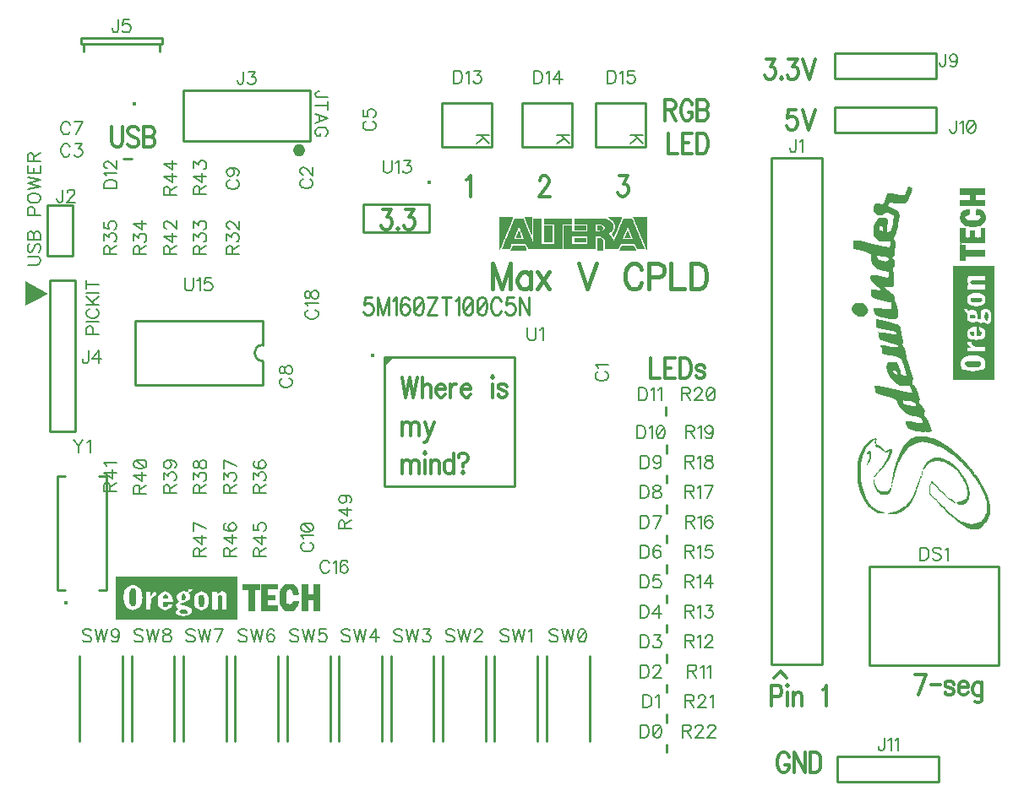
<source format=gbr>
G04 DipTrace 2.4.0.2*
%INTopSilk.gbr*%
%MOIN*%
%ADD10C,0.0098*%
%ADD12C,0.003*%
%ADD20O,0.048X0.0504*%
%ADD31C,0.0157*%
%ADD39C,0.0164*%
%ADD42C,0.0154*%
%ADD110C,0.0077*%
%ADD111C,0.0124*%
%ADD112C,0.0108*%
%FSLAX44Y44*%
G04*
G70*
G90*
G75*
G01*
%LNTopSilk*%
%LPD*%
X-23130Y-7402D2*
D10*
Y-7717D1*
Y-6220D2*
Y-6535D1*
Y-5039D2*
Y-5354D1*
Y-3858D2*
Y-4173D1*
Y-2677D2*
Y-2992D1*
Y-1496D2*
Y-1811D1*
Y-315D2*
Y-630D1*
Y866D2*
Y551D1*
Y2047D2*
Y1732D1*
Y3228D2*
Y2913D1*
Y4409D2*
Y4094D1*
X-23165Y5907D2*
Y5593D1*
X-44537Y15711D2*
X-44222D1*
X-30021Y17922D2*
X-31989D1*
Y16190D1*
X-30021D1*
Y17922D1*
X-26850Y17913D2*
X-28819D1*
Y16181D1*
X-26850D1*
Y17913D1*
X-23958Y17922D2*
X-25927D1*
Y16190D1*
X-23958D1*
Y17922D1*
X-10014Y-363D2*
Y-4263D1*
X-15114Y-363D2*
X-10014D1*
Y-4263D2*
X-15114D1*
Y-363D1*
X-19002Y-4250D2*
X-17002D1*
Y15750D1*
X-19002D1*
Y-4250D1*
X-46567Y13877D2*
X-47567D1*
Y11876D1*
X-46567D1*
Y13877D1*
X-42193Y18429D2*
X-37193D1*
Y16429D1*
X-42193D1*
Y18429D1*
X-46442Y10938D2*
X-47442D1*
Y4939D1*
X-46442D1*
Y10938D1*
X-43031Y20243D2*
X-46220D1*
X-43030D2*
Y20479D1*
X-46219Y20243D2*
Y20479D1*
X-43031D2*
X-46220D1*
X-43129Y19941D2*
Y20243D1*
X-46121D2*
Y19941D1*
D31*
X-44113Y17879D3*
X-16500Y19875D2*
D10*
X-12500D1*
Y18875D1*
X-16500D1*
Y19875D1*
Y17750D2*
X-12500D1*
Y16750D1*
X-16500D1*
Y17750D1*
X-12375Y-8875D2*
X-16375D1*
Y-7875D1*
X-12375D1*
Y-8875D1*
X-26165Y-3899D2*
Y-7285D1*
X-27858Y-3899D2*
Y-7285D1*
X-28213Y-3899D2*
Y-7285D1*
X-29906Y-3899D2*
Y-7285D1*
X-30260Y-3899D2*
Y-7285D1*
X-31953Y-3899D2*
Y-7285D1*
X-32307Y-3899D2*
Y-7285D1*
X-34000Y-3899D2*
Y-7285D1*
X-34354Y-3899D2*
Y-7285D1*
X-36047Y-3899D2*
Y-7285D1*
X-36402Y-3899D2*
Y-7285D1*
X-38094Y-3899D2*
Y-7285D1*
X-38449Y-3899D2*
Y-7285D1*
X-40142Y-3899D2*
Y-7285D1*
X-40496Y-3899D2*
Y-7285D1*
X-42189Y-3899D2*
Y-7285D1*
X-42543Y-3899D2*
Y-7285D1*
X-44236Y-3899D2*
Y-7285D1*
X-44591Y-3899D2*
Y-7285D1*
X-46283Y-3899D2*
Y-7285D1*
X-34237Y7904D2*
X-29118D1*
Y2785D1*
X-34237D1*
Y7904D1*
G36*
D2*
Y7549D1*
Y7904D1*
G37*
G36*
D2*
Y7510D1*
X-33843Y7904D1*
X-34237D1*
G37*
D39*
X-34713Y7958D3*
D42*
X-32495Y14803D3*
X-32485Y13911D2*
D10*
X-35083D1*
X-32485Y12809D2*
X-35083D1*
Y13911D2*
Y12809D1*
X-32485Y13911D2*
Y12809D1*
X-39061Y9311D2*
X-44100D1*
X-39061Y6791D2*
X-44100D1*
Y9311D2*
Y6791D1*
X-39061Y9311D2*
Y8366D1*
Y7736D2*
Y6791D1*
Y8366D2*
G03X-39061Y7736I1J-315D01*
G01*
D42*
X-46807Y-1803D3*
X-46862Y-1312D2*
D10*
X-47157D1*
X-45228Y3177D2*
X-45523D1*
X-45228Y-1312D2*
Y3177D1*
Y-1312D2*
X-45523D1*
X-46862Y3177D2*
X-47157D1*
Y-1312D2*
Y3177D1*
G36*
X-48404Y10901D2*
X-47530Y10382D1*
X-48033Y10122D1*
X-48408Y9929D1*
X-48404Y10901D1*
G37*
D20*
X-37606Y16063D3*
X-13578Y14634D2*
D12*
X-13548D1*
X-13597Y14604D2*
X-13515D1*
X-13613Y14574D2*
X-13486D1*
X-13625Y14544D2*
X-13458D1*
X-11538D2*
X-10578D1*
X-13633Y14514D2*
X-13488D1*
X-11538D2*
X-10578D1*
X-13642Y14484D2*
X-13458D1*
X-11538D2*
X-10578D1*
X-13654Y14454D2*
X-13472D1*
X-11538D2*
X-10578D1*
X-13670Y14424D2*
X-13483D1*
X-11538D2*
X-10578D1*
X-13683Y14394D2*
X-13495D1*
X-11538D2*
X-10578D1*
X-14418Y14364D2*
X-14238D1*
X-13694D2*
X-13511D1*
X-11538D2*
X-10578D1*
X-14423Y14334D2*
X-14090D1*
X-13705D2*
X-13528D1*
X-11538D2*
X-10578D1*
X-14430Y14304D2*
X-13945D1*
X-13738D2*
X-13543D1*
X-11148D2*
X-10968D1*
X-14439Y14274D2*
X-13794D1*
X-13789D2*
X-13556D1*
X-11148D2*
X-10968D1*
X-14448Y14244D2*
X-13567D1*
X-11148D2*
X-10968D1*
X-14459Y14214D2*
X-13577D1*
X-11148D2*
X-10968D1*
X-14472Y14184D2*
X-13588D1*
X-11148D2*
X-10968D1*
X-14485Y14154D2*
X-13598D1*
X-11148D2*
X-10968D1*
X-14496Y14124D2*
X-13608D1*
X-11148D2*
X-10968D1*
X-14505Y14094D2*
X-13621D1*
X-11538D2*
X-10578D1*
X-14516Y14064D2*
X-13640D1*
X-11538D2*
X-10578D1*
X-14532Y14034D2*
X-13670D1*
X-11538D2*
X-10578D1*
X-14549Y14004D2*
X-14352D1*
X-14118D2*
X-13711D1*
X-11538D2*
X-10578D1*
X-14567Y13974D2*
X-14370D1*
X-13968D2*
X-13938D1*
X-13878D2*
D3*
X-13818D2*
X-13758D1*
X-11538D2*
X-10578D1*
X-14898Y13944D2*
X-14778D1*
X-14589D2*
X-14381D1*
X-11538D2*
X-10578D1*
X-14913Y13914D2*
X-14660D1*
X-14635D2*
X-14391D1*
X-11538D2*
X-10578D1*
X-14929Y13884D2*
X-14403D1*
X-11538D2*
X-10578D1*
X-14943Y13854D2*
X-14418D1*
X-14951Y13824D2*
X-14354D1*
X-14955Y13794D2*
X-14290D1*
X-14957Y13764D2*
X-14225D1*
X-10878D2*
D3*
X-14958Y13734D2*
X-14162D1*
X-11298D2*
X-11178D1*
X-10892D2*
X-10788D1*
X-14958Y13704D2*
X-14102D1*
X-11359D2*
X-11178D1*
X-10900D2*
X-10734D1*
X-14956Y13674D2*
X-14051D1*
X-11410D2*
X-11178D1*
X-10905D2*
X-10688D1*
X-14951Y13644D2*
X-14014D1*
X-11449D2*
X-11178D1*
X-10907D2*
X-10651D1*
X-14929Y13614D2*
X-14499D1*
X-14400D2*
X-13986D1*
X-11479D2*
X-11178D1*
X-10908D2*
X-10625D1*
X-14895Y13584D2*
X-14543D1*
X-14307D2*
X-13977D1*
X-11504D2*
X-11178D1*
X-10908D2*
X-10604D1*
X-14842Y13554D2*
X-14585D1*
X-14237D2*
X-13972D1*
X-11521D2*
X-11178D1*
X-10908D2*
X-10587D1*
X-14778Y13524D2*
X-14628D1*
X-14184D2*
X-13969D1*
X-11530D2*
X-11259D1*
X-10758D2*
X-10572D1*
X-14162Y13494D2*
X-13969D1*
X-11535D2*
X-11322D1*
X-10748D2*
X-10561D1*
X-14156Y13464D2*
X-13968D1*
X-11537D2*
X-11354D1*
X-10739D2*
X-10554D1*
X-14156Y13434D2*
X-13969D1*
X-11538D2*
X-11370D1*
X-10733D2*
X-10551D1*
X-14688Y13404D2*
X-14538D1*
X-14161D2*
X-13973D1*
X-11538D2*
X-11370D1*
X-10733D2*
X-10549D1*
X-14732Y13374D2*
X-14486D1*
X-14168D2*
X-13980D1*
X-11538D2*
X-11357D1*
X-10737D2*
X-10550D1*
X-14770Y13344D2*
X-14445D1*
X-14173D2*
X-13988D1*
X-11537D2*
X-11326D1*
X-10764D2*
X-10554D1*
X-14805Y13314D2*
X-14431D1*
X-14176D2*
X-13993D1*
X-11532D2*
X-11285D1*
X-10803D2*
X-10565D1*
X-14836Y13284D2*
X-14424D1*
X-14177D2*
X-13997D1*
X-11521D2*
X-10581D1*
X-14861Y13254D2*
X-14420D1*
X-14178D2*
X-14002D1*
X-11505D2*
X-10599D1*
X-14881Y13224D2*
X-14420D1*
X-14179D2*
X-14010D1*
X-11486D2*
X-10621D1*
X-14895Y13194D2*
X-14423D1*
X-14183D2*
X-14018D1*
X-11461D2*
X-10648D1*
X-14907Y13164D2*
X-14430D1*
X-14190D2*
X-14023D1*
X-11428D2*
X-10681D1*
X-14918Y13134D2*
X-14438D1*
X-14199D2*
X-14026D1*
X-11382D2*
X-10725D1*
X-14928Y13104D2*
X-14443D1*
X-14208D2*
X-14027D1*
X-11319D2*
X-10789D1*
X-14938Y13074D2*
X-14748D1*
X-14640D2*
X-14446D1*
X-14218D2*
X-14028D1*
X-11238D2*
X-10873D1*
X-14947Y13044D2*
X-14748D1*
X-14599D2*
X-14447D1*
X-14227D2*
X-14029D1*
X-11148D2*
X-10968D1*
X-14953Y13014D2*
X-14749D1*
X-14583D2*
X-14448D1*
X-14233D2*
X-14033D1*
X-14956Y12984D2*
X-14754D1*
X-14575D2*
X-14448D1*
X-14237D2*
X-14041D1*
X-11538D2*
X-11358D1*
X-10728D2*
X-10578D1*
X-14957Y12954D2*
X-14764D1*
X-14571D2*
X-14449D1*
X-14242D2*
X-14053D1*
X-11538D2*
X-11358D1*
X-10728D2*
X-10578D1*
X-14958Y12924D2*
X-14778D1*
X-14570D2*
X-14454D1*
X-14253D2*
X-14065D1*
X-11538D2*
X-11358D1*
X-10728D2*
X-10578D1*
X-14958Y12894D2*
X-14696D1*
X-14574D2*
X-14464D1*
X-14268D2*
X-14076D1*
X-11538D2*
X-11358D1*
X-11148D2*
X-10998D1*
X-10728D2*
X-10578D1*
X-14958Y12864D2*
X-14605D1*
X-14584D2*
X-14478D1*
X-14316D2*
X-14082D1*
X-11538D2*
X-11358D1*
X-11148D2*
X-10998D1*
X-10728D2*
X-10578D1*
X-14958Y12834D2*
X-14406D1*
X-14389D2*
X-14087D1*
X-11538D2*
X-11358D1*
X-11148D2*
X-10998D1*
X-10728D2*
X-10578D1*
X-14958Y12804D2*
X-14092D1*
X-11538D2*
X-11358D1*
X-11148D2*
X-10998D1*
X-10728D2*
X-10578D1*
X-14958Y12774D2*
X-14101D1*
X-11538D2*
X-11358D1*
X-11148D2*
X-10998D1*
X-10728D2*
X-10578D1*
X-14957Y12744D2*
X-14114D1*
X-11538D2*
X-11358D1*
X-11148D2*
X-10998D1*
X-10728D2*
X-10578D1*
X-14952Y12714D2*
X-14130D1*
X-11538D2*
X-11358D1*
X-11148D2*
X-10998D1*
X-10728D2*
X-10578D1*
X-14940Y12684D2*
X-14148D1*
X-11538D2*
X-11358D1*
X-11148D2*
X-10998D1*
X-10728D2*
X-10578D1*
X-14920Y12654D2*
X-14162D1*
X-11538D2*
X-11358D1*
X-11148D2*
X-10998D1*
X-10728D2*
X-10578D1*
X-14893Y12624D2*
X-14171D1*
X-11538D2*
X-11358D1*
X-11148D2*
X-10998D1*
X-10728D2*
X-10578D1*
X-14862Y12594D2*
X-14174D1*
X-11538D2*
X-10578D1*
X-14825Y12564D2*
X-14172D1*
X-11538D2*
X-10578D1*
X-14786Y12534D2*
X-14164D1*
X-11538D2*
X-10578D1*
X-15738Y12504D2*
X-15648D1*
X-14748D2*
X-14153D1*
X-11538D2*
X-10578D1*
X-15738Y12474D2*
X-15524D1*
X-14298D2*
X-14141D1*
X-11538D2*
X-10578D1*
X-15738Y12444D2*
X-15396D1*
X-14298D2*
X-14130D1*
X-11537D2*
X-10578D1*
X-15738Y12414D2*
X-15267D1*
X-14298D2*
X-14124D1*
X-11532D2*
X-10578D1*
X-15738Y12384D2*
X-15137D1*
X-14298D2*
X-14120D1*
X-11522D2*
X-11538D1*
X-15738Y12354D2*
X-15003D1*
X-14298D2*
X-14119D1*
X-15738Y12324D2*
X-14862D1*
X-14299D2*
X-14119D1*
X-11538D2*
X-11358D1*
X-15738Y12294D2*
X-14712D1*
X-14303D2*
X-14119D1*
X-11538D2*
X-11358D1*
X-15738Y12264D2*
X-14546D1*
X-14318D2*
X-14123D1*
X-11538D2*
X-11358D1*
X-15738Y12234D2*
X-14366D1*
X-14351D2*
X-14130D1*
X-11538D2*
X-11358D1*
X-15738Y12204D2*
X-14138D1*
X-11538D2*
X-11358D1*
X-15738Y12174D2*
X-14143D1*
X-11538D2*
X-11358D1*
X-15569Y12144D2*
X-14146D1*
X-11538D2*
X-11358D1*
X-15419Y12114D2*
X-14147D1*
X-11538D2*
X-10578D1*
X-15299Y12084D2*
X-14148D1*
X-11538D2*
X-10578D1*
X-15207Y12054D2*
X-14148D1*
X-11538D2*
X-10578D1*
X-15137Y12024D2*
X-14148D1*
X-11538D2*
X-10578D1*
X-15084Y11994D2*
X-14149D1*
X-11538D2*
X-10578D1*
X-15062Y11964D2*
X-14154D1*
X-11538D2*
X-10578D1*
X-15055Y11934D2*
X-14838D1*
X-14794D2*
X-14165D1*
X-11538D2*
X-10578D1*
X-15051Y11904D2*
X-14838D1*
X-14626D2*
X-14181D1*
X-11538D2*
X-10578D1*
X-15049Y11874D2*
X-14838D1*
X-14503D2*
X-14199D1*
X-11538D2*
X-11358D1*
X-15048Y11844D2*
X-14838D1*
X-14413D2*
X-14218D1*
X-11538D2*
X-11358D1*
X-15048Y11814D2*
X-14836D1*
X-14379D2*
X-14238D1*
X-11538D2*
X-11358D1*
X-15048Y11784D2*
X-14830D1*
X-14368D2*
X-14209D1*
X-11538D2*
X-11358D1*
X-15048Y11754D2*
X-14809D1*
X-14362D2*
X-14184D1*
X-11538D2*
X-11358D1*
X-15047Y11724D2*
X-14745D1*
X-14369D2*
X-14166D1*
X-11538D2*
X-11358D1*
X-15043Y11694D2*
X-14635D1*
X-14405D2*
X-14156D1*
X-15036Y11664D2*
X-14467D1*
X-14495D2*
X-14151D1*
X-15027Y11634D2*
X-14149D1*
X-15017Y11604D2*
X-14149D1*
X-15001Y11574D2*
X-14148D1*
X-14977Y11544D2*
X-14149D1*
X-14947Y11514D2*
X-14154D1*
X-14915Y11484D2*
X-14166D1*
X-11808D2*
X-10218D1*
X-14883Y11454D2*
X-14185D1*
X-11808D2*
X-10218D1*
X-14845Y11424D2*
X-14205D1*
X-11808D2*
X-10218D1*
X-14789Y11394D2*
X-14221D1*
X-11808D2*
X-10218D1*
X-14693Y11364D2*
X-14232D1*
X-11808D2*
X-10218D1*
X-14543Y11334D2*
X-14229D1*
X-11808D2*
X-10218D1*
X-14358Y11304D2*
X-14220D1*
X-11808D2*
X-10218D1*
X-14358Y11274D2*
X-14206D1*
X-11808D2*
X-10218D1*
X-14358Y11244D2*
X-14193D1*
X-11808D2*
X-10218D1*
X-14358Y11214D2*
X-14185D1*
X-11808D2*
X-10218D1*
X-14358Y11184D2*
X-14181D1*
X-11808D2*
X-10218D1*
X-14358Y11154D2*
X-14179D1*
X-11808D2*
X-10218D1*
X-15048Y11124D2*
X-14838D1*
X-14358D2*
X-14178D1*
X-11808D2*
X-10218D1*
X-15072Y11094D2*
X-14717D1*
X-14362D2*
X-14178D1*
X-11808D2*
X-11237D1*
X-10548D2*
X-10218D1*
X-15092Y11064D2*
X-14586D1*
X-14370D2*
X-14178D1*
X-11808D2*
X-11262D1*
X-10548D2*
X-10218D1*
X-15098Y11034D2*
X-14445D1*
X-14405D2*
X-14178D1*
X-11808D2*
X-11280D1*
X-10548D2*
X-10218D1*
X-15092Y11004D2*
X-14178D1*
X-11808D2*
X-11290D1*
X-10548D2*
X-10218D1*
X-15081Y10974D2*
X-14178D1*
X-11808D2*
X-11294D1*
X-10548D2*
X-10218D1*
X-15064Y10944D2*
X-14178D1*
X-11808D2*
X-11296D1*
X-10548D2*
X-10218D1*
X-15042Y10914D2*
X-14178D1*
X-11808D2*
X-11292D1*
X-11088D2*
X-10218D1*
X-15015Y10884D2*
X-14178D1*
X-11808D2*
X-11284D1*
X-11118D2*
X-10218D1*
X-14987Y10854D2*
X-14178D1*
X-11808D2*
X-11272D1*
X-11148D2*
X-10218D1*
X-14958Y10824D2*
X-14178D1*
X-11808D2*
X-11256D1*
X-11118D2*
X-10218D1*
X-14928Y10794D2*
X-14178D1*
X-11808D2*
X-11238D1*
X-11088D2*
X-10218D1*
X-14897Y10764D2*
X-14181D1*
X-11808D2*
X-11266D1*
X-10548D2*
X-10218D1*
X-14863Y10734D2*
X-14186D1*
X-11808D2*
X-11286D1*
X-10548D2*
X-10218D1*
X-14826Y10704D2*
X-14209D1*
X-11808D2*
X-11293D1*
X-10548D2*
X-10218D1*
X-14788Y10674D2*
X-14569D1*
X-14328D2*
X-14238D1*
X-11808D2*
X-11296D1*
X-10548D2*
X-10218D1*
X-14754Y10644D2*
X-14542D1*
X-11808D2*
X-11297D1*
X-10548D2*
X-10218D1*
X-14725Y10614D2*
X-14515D1*
X-11808D2*
X-11298D1*
X-10548D2*
X-10218D1*
X-14701Y10584D2*
X-14485D1*
X-11808D2*
X-11298D1*
X-10548D2*
X-10218D1*
X-15048Y10554D2*
X-14928D1*
X-14680D2*
X-14448D1*
X-11808D2*
X-10218D1*
X-15048Y10524D2*
X-14768D1*
X-14658D2*
X-14409D1*
X-11808D2*
X-10218D1*
X-15048Y10494D2*
X-14368D1*
X-11808D2*
X-10218D1*
X-15048Y10464D2*
X-14330D1*
X-11808D2*
X-10218D1*
X-15048Y10434D2*
X-14292D1*
X-11808D2*
X-11112D1*
X-10730D2*
X-10218D1*
X-15048Y10404D2*
X-14257D1*
X-11808D2*
X-11160D1*
X-10679D2*
X-10218D1*
X-15048Y10374D2*
X-14226D1*
X-11808D2*
X-11199D1*
X-10639D2*
X-10218D1*
X-15047Y10344D2*
X-14199D1*
X-11808D2*
X-11229D1*
X-10608D2*
X-10218D1*
X-15044Y10314D2*
X-14178D1*
X-11808D2*
X-11253D1*
X-10583D2*
X-10218D1*
X-15029Y10284D2*
X-14163D1*
X-11808D2*
X-11271D1*
X-10566D2*
X-10218D1*
X-14974Y10254D2*
X-14155D1*
X-11808D2*
X-11284D1*
X-10556D2*
X-10218D1*
X-14881Y10224D2*
X-14151D1*
X-11808D2*
X-11292D1*
X-11118D2*
X-10728D1*
X-10551D2*
X-10218D1*
X-14755Y10194D2*
X-14149D1*
X-11808D2*
X-11295D1*
X-11133D2*
X-10714D1*
X-10549D2*
X-10218D1*
X-14612Y10164D2*
X-14147D1*
X-11808D2*
X-11297D1*
X-11134D2*
X-10698D1*
X-10548D2*
X-10218D1*
X-14477Y10134D2*
X-14143D1*
X-11808D2*
X-11298D1*
X-11114D2*
X-10728D1*
X-10548D2*
X-10218D1*
X-14374Y10104D2*
X-14135D1*
X-11808D2*
X-11297D1*
X-11088D2*
X-10758D1*
X-10549D2*
X-10218D1*
X-14297Y10074D2*
X-14123D1*
X-11808D2*
X-11293D1*
X-10554D2*
X-10218D1*
X-14263Y10044D2*
X-14110D1*
X-11808D2*
X-11283D1*
X-10567D2*
X-10218D1*
X-15678Y10014D2*
X-15408D1*
X-14250D2*
X-14095D1*
X-11808D2*
X-11267D1*
X-10587D2*
X-10218D1*
X-15714Y9984D2*
X-15368D1*
X-14243D2*
X-14082D1*
X-11808D2*
X-11244D1*
X-10615D2*
X-10218D1*
X-15745Y9954D2*
X-15329D1*
X-14240D2*
X-14070D1*
X-11808D2*
X-11188D1*
X-10652D2*
X-10218D1*
X-15772Y9924D2*
X-15294D1*
X-14239D2*
X-14063D1*
X-11808D2*
X-11085D1*
X-10761D2*
X-10218D1*
X-15794Y9894D2*
X-15265D1*
X-14238D2*
X-14056D1*
X-11808D2*
X-10913D1*
X-10934D2*
X-10218D1*
X-15811Y9864D2*
X-15242D1*
X-14928D2*
D3*
X-14238D2*
X-14047D1*
X-11808D2*
X-10218D1*
X-15820Y9834D2*
X-15225D1*
X-14942D2*
X-14748D1*
X-14238D2*
X-14039D1*
X-11808D2*
X-10218D1*
X-15824Y9804D2*
X-15212D1*
X-14949D2*
X-14559D1*
X-14238D2*
X-14033D1*
X-11808D2*
X-11417D1*
X-11268D2*
X-10657D1*
X-10439D2*
X-10218D1*
X-15822Y9774D2*
X-15204D1*
X-14950D2*
X-14358D1*
X-14238D2*
X-14030D1*
X-11808D2*
X-11412D1*
X-11268D2*
X-11148D1*
X-11004D2*
X-10696D1*
X-10400D2*
X-10218D1*
X-15814Y9744D2*
X-15202D1*
X-14945D2*
X-14029D1*
X-11808D2*
X-11401D1*
X-11268D2*
X-11208D1*
X-10958D2*
X-10724D1*
X-10372D2*
X-10218D1*
X-15801Y9714D2*
X-15203D1*
X-14938D2*
X-14028D1*
X-11808D2*
X-11372D1*
X-10923D2*
X-10744D1*
X-10354D2*
X-10218D1*
X-15782Y9684D2*
X-15216D1*
X-14932D2*
X-14028D1*
X-11808D2*
X-11338D1*
X-10899D2*
X-10751D1*
X-10341D2*
X-10218D1*
X-15753Y9654D2*
X-15236D1*
X-14925D2*
X-14028D1*
X-11808D2*
X-11305D1*
X-10883D2*
X-10755D1*
X-10548D2*
X-10488D1*
X-10329D2*
X-10218D1*
X-15714Y9624D2*
X-15263D1*
X-14914D2*
X-14027D1*
X-11808D2*
X-11294D1*
X-10870D2*
X-10757D1*
X-10558D2*
X-10474D1*
X-10319D2*
X-10218D1*
X-15668Y9594D2*
X-15295D1*
X-14898D2*
X-14023D1*
X-11808D2*
X-11294D1*
X-10860D2*
X-10758D1*
X-10567D2*
X-10466D1*
X-10313D2*
X-10218D1*
X-15615Y9564D2*
X-15335D1*
X-14848D2*
X-14017D1*
X-11808D2*
X-11296D1*
X-11148D2*
X-10998D1*
X-10853D2*
X-10758D1*
X-10573D2*
X-10461D1*
X-10310D2*
X-10218D1*
X-15558Y9534D2*
X-15378D1*
X-14763D2*
X-14013D1*
X-11808D2*
X-11297D1*
X-11161D2*
X-10984D1*
X-10850D2*
X-10758D1*
X-10576D2*
X-10459D1*
X-10309D2*
X-10218D1*
X-14644Y9504D2*
X-14014D1*
X-11808D2*
X-11298D1*
X-11168D2*
X-10968D1*
X-10849D2*
X-10758D1*
X-10577D2*
X-10459D1*
X-10308D2*
X-10218D1*
X-14508Y9474D2*
X-14031D1*
X-11808D2*
X-11298D1*
X-11160D2*
X-10984D1*
X-10848D2*
X-10758D1*
X-10576D2*
X-10459D1*
X-10308D2*
X-10218D1*
X-14508Y9444D2*
X-14057D1*
X-11808D2*
X-11297D1*
X-11148D2*
X-10998D1*
X-10848D2*
X-10758D1*
X-10572D2*
X-10463D1*
X-10308D2*
X-10218D1*
X-14268Y9414D2*
X-14088D1*
X-11808D2*
X-11293D1*
X-10848D2*
X-10758D1*
X-10560D2*
X-10471D1*
X-10309D2*
X-10218D1*
X-14868Y9384D2*
X-14838D1*
X-11808D2*
X-11285D1*
X-10540D2*
X-10479D1*
X-10313D2*
X-10218D1*
X-14868Y9354D2*
X-14684D1*
X-11808D2*
X-11271D1*
X-10518D2*
X-10488D1*
X-10320D2*
X-10218D1*
X-14868Y9324D2*
X-14537D1*
X-11808D2*
X-11253D1*
X-10329D2*
X-10218D1*
X-14867Y9294D2*
X-14398D1*
X-11808D2*
X-11187D1*
X-10938D2*
X-10878D1*
X-10608D2*
D3*
X-10340D2*
X-10218D1*
X-14863Y9264D2*
X-14274D1*
X-11808D2*
X-11077D1*
X-10938D2*
X-10826D1*
X-10660D2*
X-10608D1*
X-10354D2*
X-10218D1*
X-14856Y9234D2*
X-14172D1*
X-11808D2*
X-10754D1*
X-10732D2*
X-10556D1*
X-10398D2*
X-10218D1*
X-14848Y9204D2*
X-14098D1*
X-11808D2*
X-10484D1*
X-10465D2*
X-10218D1*
X-14843Y9174D2*
X-14044D1*
X-11808D2*
X-10218D1*
X-14840Y9144D2*
X-14001D1*
X-11808D2*
X-10218D1*
X-14839Y9114D2*
X-13965D1*
X-11808D2*
X-10218D1*
X-14838Y9084D2*
X-13934D1*
X-11808D2*
X-11103D1*
X-10878D2*
X-10818D1*
X-10714D2*
X-10218D1*
X-14707Y9054D2*
X-13921D1*
X-11808D2*
X-11163D1*
X-10878D2*
X-10818D1*
X-10657D2*
X-10218D1*
X-14571Y9024D2*
X-13913D1*
X-11808D2*
X-11209D1*
X-10878D2*
X-10817D1*
X-10616D2*
X-10218D1*
X-14422Y8994D2*
X-13909D1*
X-11808D2*
X-11242D1*
X-10878D2*
X-10813D1*
X-10586D2*
X-10218D1*
X-14259Y8964D2*
X-13904D1*
X-11808D2*
X-11266D1*
X-10878D2*
X-10796D1*
X-10564D2*
X-10218D1*
X-14088Y8934D2*
X-13896D1*
X-11808D2*
X-11282D1*
X-10878D2*
X-10773D1*
X-10556D2*
X-10218D1*
X-14078Y8904D2*
X-13888D1*
X-11808D2*
X-11291D1*
X-11148D2*
X-11028D1*
X-10878D2*
X-10748D1*
X-10551D2*
X-10218D1*
X-14778Y8874D2*
D3*
X-14069D2*
X-13883D1*
X-11808D2*
X-11295D1*
X-11148D2*
X-11028D1*
X-10878D2*
X-10729D1*
X-10549D2*
X-10218D1*
X-14764Y8844D2*
X-14568D1*
X-14063D2*
X-13880D1*
X-11808D2*
X-11297D1*
X-11146D2*
X-11028D1*
X-10878D2*
X-10715D1*
X-10549D2*
X-10218D1*
X-14756Y8814D2*
X-14391D1*
X-14060D2*
X-13879D1*
X-11808D2*
X-11298D1*
X-11140D2*
X-11028D1*
X-10878D2*
X-10719D1*
X-10548D2*
X-10218D1*
X-14751Y8784D2*
X-14165D1*
X-14058D2*
X-13877D1*
X-11808D2*
X-11297D1*
X-11117D2*
X-11028D1*
X-10878D2*
X-10737D1*
X-10549D2*
X-10218D1*
X-14749Y8754D2*
X-13873D1*
X-11808D2*
X-11293D1*
X-11088D2*
X-11028D1*
X-10878D2*
X-10758D1*
X-10553D2*
X-10218D1*
X-14747Y8724D2*
X-13866D1*
X-11808D2*
X-11283D1*
X-10562D2*
X-10218D1*
X-14743Y8694D2*
X-13858D1*
X-11808D2*
X-11268D1*
X-10575D2*
X-10218D1*
X-14734Y8664D2*
X-13852D1*
X-11808D2*
X-11245D1*
X-10598D2*
X-10218D1*
X-14722Y8634D2*
X-13845D1*
X-11808D2*
X-11211D1*
X-10634D2*
X-10218D1*
X-14690Y8604D2*
X-13837D1*
X-11808D2*
X-11154D1*
X-10688D2*
X-10218D1*
X-14639Y8574D2*
X-13828D1*
X-11808D2*
X-11056D1*
X-10774D2*
X-10218D1*
X-14567Y8544D2*
X-13823D1*
X-11808D2*
X-10907D1*
X-10903D2*
X-10218D1*
X-14469Y8514D2*
X-13821D1*
X-11808D2*
X-10218D1*
X-14348Y8484D2*
X-13824D1*
X-11808D2*
X-11297D1*
X-11088D2*
X-10218D1*
X-14222Y8454D2*
X-13830D1*
X-11808D2*
X-11292D1*
X-11085D2*
X-10218D1*
X-14116Y8424D2*
X-13837D1*
X-11808D2*
X-11279D1*
X-11079D2*
X-10218D1*
X-14033Y8394D2*
X-13840D1*
X-11808D2*
X-11258D1*
X-11047D2*
X-10218D1*
X-14688Y8364D2*
X-14568D1*
X-13995D2*
X-13828D1*
X-11808D2*
X-11229D1*
X-10997D2*
X-10218D1*
X-14670Y8334D2*
X-14435D1*
X-13981D2*
X-13810D1*
X-11808D2*
X-11191D1*
X-10938D2*
X-10218D1*
X-14653Y8304D2*
X-14286D1*
X-13973D2*
X-13790D1*
X-11808D2*
X-11148D1*
X-10548D2*
X-10218D1*
X-14641Y8274D2*
X-14107D1*
X-13968D2*
X-13774D1*
X-11808D2*
X-11298D1*
X-10548D2*
X-10218D1*
X-14634Y8244D2*
X-13761D1*
X-11808D2*
X-11298D1*
X-10548D2*
X-10218D1*
X-14631Y8214D2*
X-13749D1*
X-11808D2*
X-11298D1*
X-10548D2*
X-10218D1*
X-14629Y8184D2*
X-13739D1*
X-11808D2*
X-11298D1*
X-10548D2*
X-10218D1*
X-14628Y8154D2*
X-13733D1*
X-11808D2*
X-11298D1*
X-10548D2*
X-10218D1*
X-14628Y8124D2*
X-13729D1*
X-11808D2*
X-10218D1*
X-14628Y8094D2*
X-13724D1*
X-11808D2*
X-10218D1*
X-14628Y8064D2*
X-13716D1*
X-11808D2*
X-10218D1*
X-14484Y8034D2*
X-13708D1*
X-11808D2*
X-10218D1*
X-14358Y8004D2*
X-13703D1*
X-11808D2*
X-10218D1*
X-14241Y7974D2*
X-13700D1*
X-11808D2*
X-11189D1*
X-10900D2*
X-10218D1*
X-14124Y7944D2*
X-13699D1*
X-11808D2*
X-11297D1*
X-10796D2*
X-10218D1*
X-14020Y7914D2*
X-13698D1*
X-11808D2*
X-11375D1*
X-10719D2*
X-10218D1*
X-13945Y7884D2*
X-13696D1*
X-11808D2*
X-11429D1*
X-10663D2*
X-10218D1*
X-13890Y7854D2*
X-13691D1*
X-11808D2*
X-11469D1*
X-10623D2*
X-10218D1*
X-13865Y7824D2*
X-13674D1*
X-11808D2*
X-11499D1*
X-10596D2*
X-10218D1*
X-13845Y7794D2*
X-13657D1*
X-11808D2*
X-11522D1*
X-10576D2*
X-10218D1*
X-13831Y7764D2*
X-13643D1*
X-11808D2*
X-11531D1*
X-10562D2*
X-10218D1*
X-13819Y7734D2*
X-13630D1*
X-11808D2*
X-11540D1*
X-11298D2*
X-10788D1*
X-10554D2*
X-10218D1*
X-14358Y7704D2*
X-14088D1*
X-13808D2*
X-13620D1*
X-11808D2*
X-11549D1*
X-11326D2*
X-10764D1*
X-10551D2*
X-10218D1*
X-14383Y7674D2*
X-14066D1*
X-13798D2*
X-13612D1*
X-11808D2*
X-11556D1*
X-11346D2*
X-10744D1*
X-10549D2*
X-10218D1*
X-14405Y7644D2*
X-14045D1*
X-13788D2*
X-13605D1*
X-11808D2*
X-11558D1*
X-11353D2*
X-10738D1*
X-10548D2*
X-10218D1*
X-14422Y7614D2*
X-14025D1*
X-13778D2*
X-13597D1*
X-11808D2*
X-11554D1*
X-11349D2*
X-10746D1*
X-10548D2*
X-10218D1*
X-14434Y7584D2*
X-14008D1*
X-13769D2*
X-13587D1*
X-11808D2*
X-11547D1*
X-11327D2*
X-10767D1*
X-10548D2*
X-10218D1*
X-14442Y7554D2*
X-13992D1*
X-13762D2*
X-13578D1*
X-11808D2*
X-11541D1*
X-11299D2*
X-10791D1*
X-10549D2*
X-10218D1*
X-14445Y7524D2*
X-13981D1*
X-13754D2*
X-13568D1*
X-11808D2*
X-11535D1*
X-11268D2*
X-10818D1*
X-10554D2*
X-10218D1*
X-14446Y7494D2*
X-13973D1*
X-13742D2*
X-13559D1*
X-11808D2*
X-11525D1*
X-10566D2*
X-10218D1*
X-14443Y7464D2*
X-13965D1*
X-13726D2*
X-13553D1*
X-11808D2*
X-11512D1*
X-10586D2*
X-10218D1*
X-14436Y7434D2*
X-13956D1*
X-13713D2*
X-13549D1*
X-11808D2*
X-11492D1*
X-10613D2*
X-10218D1*
X-14428Y7404D2*
X-13944D1*
X-13704D2*
X-13543D1*
X-11808D2*
X-11465D1*
X-10651D2*
X-10218D1*
X-14422Y7374D2*
X-14233D1*
X-14136D2*
X-13931D1*
X-13696D2*
X-13531D1*
X-11808D2*
X-11390D1*
X-10720D2*
X-10218D1*
X-14415Y7344D2*
X-14225D1*
X-14075D2*
X-13920D1*
X-13687D2*
X-13516D1*
X-11808D2*
X-11258D1*
X-10856D2*
X-10218D1*
X-14406Y7314D2*
X-14213D1*
X-14050D2*
X-13914D1*
X-13679D2*
X-13503D1*
X-11808D2*
X-11046D1*
X-11082D2*
X-10218D1*
X-14393Y7284D2*
X-14197D1*
X-14033D2*
X-13909D1*
X-13673D2*
X-13494D1*
X-11808D2*
X-10218D1*
X-14380Y7254D2*
X-14176D1*
X-14022D2*
X-13903D1*
X-13670D2*
X-13486D1*
X-11808D2*
X-10218D1*
X-14365Y7224D2*
X-14119D1*
X-14016D2*
X-13894D1*
X-13669D2*
X-13477D1*
X-11808D2*
X-10218D1*
X-14350Y7194D2*
X-14036D1*
X-14034D2*
X-13864D1*
X-13668D2*
X-13467D1*
X-11808D2*
X-10218D1*
X-14335Y7164D2*
X-13788D1*
X-13668D2*
X-13458D1*
X-11808D2*
X-10218D1*
X-14319Y7134D2*
X-13448D1*
X-11808D2*
X-10218D1*
X-14300Y7104D2*
X-13439D1*
X-11808D2*
X-10218D1*
X-14277Y7074D2*
X-13433D1*
X-11808D2*
X-10218D1*
X-14251Y7044D2*
X-13431D1*
X-11808D2*
X-10218D1*
X-14223Y7014D2*
X-13434D1*
X-11808D2*
X-10218D1*
X-14195Y6984D2*
X-13441D1*
X-14165Y6954D2*
X-13448D1*
X-14126Y6924D2*
X-13453D1*
X-14079Y6894D2*
X-13455D1*
X-14028Y6864D2*
X-13451D1*
X-13973Y6834D2*
X-13439D1*
X-13913Y6804D2*
X-13420D1*
X-13848Y6774D2*
X-13608D1*
X-13549D2*
X-13395D1*
X-14928Y6744D2*
X-14778D1*
X-13524D2*
X-13367D1*
X-14914Y6714D2*
X-14627D1*
X-13505D2*
X-13339D1*
X-14906Y6684D2*
X-14466D1*
X-13491D2*
X-13314D1*
X-14901Y6654D2*
X-14307D1*
X-13478D2*
X-13296D1*
X-14898Y6624D2*
X-14157D1*
X-13464D2*
X-13285D1*
X-14893Y6594D2*
X-14015D1*
X-13451D2*
X-13275D1*
X-14886Y6564D2*
X-13870D1*
X-13440D2*
X-13262D1*
X-14874Y6534D2*
X-13716D1*
X-13433D2*
X-13246D1*
X-14860Y6504D2*
X-13547D1*
X-13428D2*
X-13233D1*
X-14817Y6474D2*
X-13225D1*
X-14748Y6444D2*
X-13220D1*
X-14651Y6414D2*
X-13214D1*
X-14532Y6384D2*
X-13205D1*
X-14399Y6354D2*
X-13193D1*
X-14274Y6324D2*
X-13181D1*
X-14178Y6294D2*
X-13170D1*
X-14113Y6264D2*
X-13165D1*
X-14066Y6234D2*
X-13164D1*
X-14047Y6204D2*
X-13818D1*
X-13668D2*
X-13174D1*
X-14035Y6174D2*
X-13818D1*
X-13522D2*
X-13188D1*
X-14026Y6144D2*
X-13818D1*
X-13421D2*
X-13176D1*
X-14016Y6114D2*
X-13817D1*
X-13347D2*
X-13180D1*
X-14004Y6084D2*
X-13814D1*
X-13317D2*
X-13188D1*
X-13991Y6054D2*
X-13801D1*
X-13293D2*
X-13151D1*
X-13978Y6024D2*
X-13761D1*
X-13285D2*
X-13117D1*
X-13964Y5994D2*
X-13627D1*
X-13281D2*
X-13086D1*
X-13945Y5964D2*
X-13416D1*
X-13278D2*
X-13059D1*
X-13923Y5934D2*
X-13038D1*
X-13900Y5904D2*
X-13022D1*
X-13874Y5874D2*
X-13010D1*
X-13846Y5844D2*
X-12997D1*
X-13816Y5814D2*
X-12983D1*
X-13784Y5784D2*
X-12967D1*
X-13748Y5754D2*
X-12948D1*
X-13709Y5724D2*
X-12972D1*
X-13662Y5694D2*
X-12990D1*
X-13604Y5664D2*
X-13001D1*
X-13530Y5634D2*
X-13002D1*
X-13430Y5604D2*
X-12989D1*
X-13311Y5574D2*
X-12970D1*
X-13202Y5544D2*
X-12946D1*
X-13128Y5514D2*
X-12921D1*
X-13077Y5484D2*
X-12896D1*
X-13056Y5454D2*
X-12872D1*
X-13042Y5424D2*
X-12850D1*
X-13029Y5394D2*
X-12834D1*
X-13698Y5364D2*
X-13518D1*
X-13020D2*
X-12819D1*
X-13697Y5334D2*
X-13383D1*
X-13014D2*
X-12805D1*
X-13693Y5304D2*
X-13243D1*
X-13022D2*
X-12791D1*
X-13685Y5274D2*
X-13098D1*
X-13056D2*
X-12780D1*
X-13673Y5244D2*
X-12773D1*
X-13660Y5214D2*
X-12765D1*
X-13645Y5184D2*
X-12756D1*
X-13629Y5154D2*
X-12743D1*
X-13610Y5124D2*
X-12730D1*
X-13563Y5094D2*
X-12715D1*
X-13488Y5064D2*
X-12703D1*
X-13385Y5034D2*
X-12693D1*
X-13266Y5004D2*
X-12698D1*
X-13139Y4974D2*
X-12717D1*
X-13008Y4944D2*
X-12948D1*
X-12888D2*
X-12738D1*
X-13278Y4764D2*
X-12888D1*
X-13352Y4734D2*
X-12793D1*
X-13418Y4704D2*
X-12702D1*
X-14898Y4674D2*
D3*
X-13475D2*
X-12619D1*
X-14979Y4644D2*
X-14868D1*
X-13521D2*
X-12543D1*
X-15050Y4614D2*
X-14993D1*
X-14898D2*
X-14882D1*
X-13562D2*
X-12471D1*
X-15108Y4584D2*
X-15030D1*
X-14898D2*
X-14890D1*
X-13599D2*
X-12404D1*
X-15154Y4554D2*
X-15068D1*
X-14928D2*
X-14895D1*
X-13633D2*
X-13140D1*
X-12906D2*
X-12343D1*
X-15192Y4524D2*
X-15103D1*
X-14909D2*
X-14897D1*
X-13662D2*
X-13253D1*
X-12764D2*
X-12288D1*
X-15226Y4494D2*
X-15136D1*
X-14889D2*
X-14898D1*
X-13689D2*
X-13343D1*
X-12649D2*
X-12239D1*
X-15256Y4464D2*
X-15166D1*
X-13715D2*
X-13415D1*
X-12557D2*
X-12192D1*
X-15283Y4434D2*
X-15193D1*
X-14898D2*
X-14778D1*
X-13739D2*
X-13474D1*
X-12480D2*
X-12146D1*
X-15306Y4404D2*
X-15216D1*
X-14898D2*
X-14747D1*
X-13760D2*
X-13520D1*
X-12413D2*
X-12101D1*
X-15327Y4374D2*
X-15237D1*
X-14898D2*
X-14714D1*
X-13778D2*
X-13556D1*
X-12350D2*
X-12057D1*
X-15348Y4344D2*
X-15258D1*
X-14808D2*
X-14681D1*
X-13795D2*
X-13587D1*
X-12290D2*
X-12016D1*
X-15367Y4314D2*
X-15277D1*
X-14736D2*
X-14650D1*
X-13811D2*
X-13614D1*
X-12233D2*
X-11978D1*
X-15384Y4284D2*
X-15293D1*
X-14681D2*
X-14623D1*
X-13829D2*
X-13640D1*
X-12181D2*
X-11940D1*
X-15400Y4254D2*
X-15306D1*
X-14637D2*
X-14595D1*
X-14358D2*
X-14238D1*
X-13849D2*
X-13666D1*
X-12133D2*
X-11901D1*
X-15415Y4224D2*
X-15318D1*
X-14596D2*
X-14567D1*
X-14401D2*
X-14239D1*
X-13867D2*
X-13690D1*
X-12085D2*
X-11860D1*
X-15432Y4194D2*
X-15333D1*
X-15168D2*
X-15108D1*
X-14553D2*
X-14538D1*
X-14452D2*
X-14243D1*
X-13883D2*
X-13716D1*
X-12037D2*
X-11820D1*
X-15449Y4164D2*
X-15349D1*
X-15192D2*
X-15094D1*
X-14508D2*
X-14418D1*
X-14333D2*
X-14251D1*
X-13896D2*
X-13741D1*
X-11989D2*
X-11783D1*
X-15468Y4134D2*
X-15364D1*
X-15210D2*
X-15086D1*
X-14340D2*
X-14263D1*
X-13907D2*
X-13764D1*
X-11944D2*
X-11749D1*
X-15482Y4104D2*
X-15376D1*
X-15221D2*
X-15081D1*
X-14348D2*
X-14275D1*
X-13919D2*
X-13787D1*
X-11905D2*
X-11715D1*
X-15492Y4074D2*
X-15387D1*
X-15138D2*
X-15079D1*
X-14354D2*
X-14287D1*
X-13932D2*
X-13807D1*
X-11870D2*
X-11681D1*
X-15500Y4044D2*
X-15398D1*
X-15128D2*
X-15078D1*
X-14361D2*
X-14297D1*
X-13945D2*
X-13828D1*
X-11834D2*
X-11650D1*
X-15510Y4014D2*
X-15408D1*
X-15119D2*
X-15078D1*
X-14371D2*
X-14309D1*
X-13957D2*
X-13848D1*
X-11796D2*
X-11623D1*
X-15522Y3984D2*
X-15418D1*
X-15114D2*
X-15079D1*
X-14383D2*
X-14322D1*
X-13967D2*
X-13867D1*
X-11757D2*
X-11595D1*
X-15535Y3954D2*
X-15427D1*
X-15115D2*
X-15083D1*
X-14396D2*
X-14335D1*
X-13979D2*
X-13883D1*
X-11719D2*
X-11567D1*
X-15546Y3924D2*
X-15433D1*
X-15122D2*
X-15090D1*
X-14411D2*
X-14348D1*
X-13992D2*
X-13896D1*
X-12558D2*
X-12348D1*
X-11683D2*
X-11536D1*
X-15552Y3894D2*
X-15437D1*
X-15133D2*
X-15098D1*
X-14425D2*
X-14362D1*
X-14005D2*
X-13908D1*
X-12626D2*
X-12255D1*
X-11650D2*
X-11504D1*
X-15557Y3864D2*
X-15442D1*
X-15145D2*
X-15104D1*
X-14438D2*
X-14381D1*
X-14017D2*
X-13923D1*
X-12687D2*
X-12171D1*
X-11619D2*
X-11470D1*
X-15562Y3834D2*
X-15450D1*
X-15156D2*
X-15112D1*
X-14452D2*
X-14402D1*
X-14027D2*
X-13940D1*
X-12737D2*
X-12101D1*
X-11587D2*
X-11436D1*
X-15570Y3804D2*
X-15458D1*
X-15164D2*
X-15124D1*
X-14470D2*
X-14421D1*
X-14039D2*
X-13958D1*
X-12780D2*
X-12636D1*
X-12287D2*
X-12041D1*
X-11555D2*
X-11405D1*
X-15578Y3774D2*
X-15464D1*
X-15172D2*
X-15141D1*
X-14488D2*
X-14440D1*
X-14052D2*
X-13974D1*
X-12817D2*
X-12701D1*
X-12202D2*
X-11991D1*
X-11524D2*
X-11374D1*
X-15583Y3744D2*
X-15471D1*
X-15184D2*
X-15159D1*
X-14504D2*
X-14459D1*
X-14065D2*
X-13990D1*
X-12849D2*
X-12751D1*
X-12131D2*
X-11948D1*
X-11493D2*
X-11344D1*
X-15586Y3714D2*
X-15479D1*
X-15200D2*
X-15179D1*
X-14521D2*
X-14479D1*
X-14076D2*
X-14004D1*
X-12874D2*
X-12791D1*
X-12071D2*
X-11908D1*
X-11463D2*
X-11318D1*
X-15587Y3684D2*
X-15488D1*
X-15215D2*
X-15203D1*
X-14541D2*
X-14498D1*
X-14083D2*
X-14017D1*
X-12896D2*
X-12825D1*
X-12015D2*
X-11872D1*
X-11433D2*
X-11295D1*
X-15588Y3654D2*
X-15493D1*
X-15228D2*
D3*
X-14562D2*
X-14518D1*
X-14091D2*
X-14027D1*
X-12918D2*
X-12857D1*
X-11961D2*
X-11836D1*
X-11403D2*
X-11273D1*
X-15588Y3624D2*
X-15496D1*
X-14586D2*
X-14538D1*
X-14099D2*
X-14039D1*
X-12938D2*
X-12887D1*
X-11912D2*
X-11800D1*
X-11373D2*
X-11249D1*
X-15588Y3594D2*
X-15497D1*
X-14611D2*
X-14558D1*
X-14109D2*
X-14052D1*
X-12958D2*
X-12913D1*
X-11868D2*
X-11766D1*
X-11344D2*
X-11225D1*
X-15588Y3564D2*
X-15498D1*
X-14634D2*
X-14580D1*
X-14118D2*
X-14065D1*
X-12977D2*
X-12936D1*
X-11829D2*
X-11731D1*
X-11316D2*
X-11200D1*
X-15588Y3534D2*
X-15498D1*
X-14658D2*
X-14607D1*
X-14128D2*
X-14076D1*
X-12992D2*
X-12958D1*
X-11792D2*
X-11697D1*
X-11287D2*
X-11174D1*
X-15588Y3504D2*
X-15498D1*
X-14681D2*
X-14637D1*
X-14137D2*
X-14083D1*
X-13001D2*
X-12982D1*
X-11756D2*
X-11667D1*
X-11257D2*
X-11147D1*
X-15588Y3474D2*
X-15498D1*
X-14706D2*
X-14667D1*
X-14144D2*
X-14091D1*
X-13008D2*
D3*
X-11722D2*
X-11642D1*
X-11229D2*
X-11121D1*
X-15588Y3444D2*
X-15498D1*
X-14730D2*
X-14694D1*
X-14151D2*
X-14099D1*
X-11690D2*
X-11619D1*
X-11202D2*
X-11096D1*
X-15588Y3414D2*
X-15498D1*
X-14750D2*
X-14721D1*
X-14159D2*
X-14109D1*
X-11660D2*
X-11595D1*
X-11176D2*
X-11071D1*
X-15588Y3384D2*
X-15498D1*
X-14765D2*
X-14749D1*
X-14168D2*
X-14118D1*
X-13038D2*
D3*
X-11633D2*
X-11571D1*
X-11152D2*
X-11047D1*
X-15588Y3354D2*
X-15498D1*
X-14778D2*
X-14779D1*
X-14173D2*
X-14128D1*
X-13038D2*
D3*
X-11610D2*
X-11550D1*
X-11130D2*
X-11027D1*
X-15588Y3324D2*
X-15498D1*
X-14838D2*
X-14808D1*
X-14176D2*
X-14137D1*
X-13038D2*
D3*
X-11589D2*
X-11529D1*
X-11108D2*
X-11013D1*
X-15588Y3294D2*
X-15498D1*
X-14838D2*
D3*
X-14177D2*
X-14143D1*
X-13068D2*
D3*
X-11568D2*
X-11508D1*
X-11084D2*
X-11004D1*
X-15588Y3264D2*
X-15498D1*
X-14898D2*
X-14868D1*
X-14179D2*
X-14147D1*
X-13068D2*
D3*
X-11548D2*
X-11488D1*
X-11061D2*
X-10938D1*
X-15588Y3234D2*
X-15498D1*
X-14928D2*
X-14898D1*
X-14183D2*
X-14152D1*
X-13098D2*
D3*
X-11528D2*
X-11468D1*
X-11040D2*
X-10927D1*
X-15588Y3204D2*
X-15498D1*
X-14958D2*
X-14928D1*
X-14190D2*
X-14160D1*
X-13103D2*
X-13098D1*
X-11508D2*
X-11448D1*
X-11022D2*
X-10913D1*
X-15588Y3174D2*
X-15498D1*
X-14198D2*
X-14169D1*
X-13110D2*
X-13098D1*
X-11488D2*
X-11428D1*
X-11001D2*
X-10895D1*
X-15588Y3144D2*
X-15498D1*
X-14204D2*
X-14178D1*
X-13119D2*
X-13098D1*
X-11468D2*
X-11408D1*
X-10979D2*
X-10873D1*
X-15588Y3114D2*
X-15497D1*
X-14211D2*
X-14189D1*
X-13128D2*
X-13122D1*
X-11449D2*
X-11388D1*
X-10955D2*
X-10850D1*
X-15588Y3084D2*
X-15493D1*
X-14219D2*
X-14202D1*
X-13158D2*
X-13140D1*
X-11433D2*
X-11368D1*
X-10932D2*
X-10829D1*
X-15588Y3054D2*
X-15486D1*
X-14958D2*
D3*
X-14228D2*
X-14215D1*
X-13158D2*
X-13150D1*
X-11419D2*
X-11348D1*
X-10909D2*
X-10809D1*
X-15588Y3024D2*
X-15478D1*
X-14958D2*
D3*
X-14233D2*
X-14226D1*
X-13158D2*
X-13156D1*
X-11404D2*
X-11329D1*
X-10889D2*
X-10789D1*
X-15587Y2994D2*
X-15472D1*
X-14958D2*
D3*
X-14236D2*
X-14232D1*
X-13188D2*
X-13162D1*
X-12678D2*
X-12648D1*
X-11386D2*
X-11314D1*
X-10868D2*
X-10773D1*
X-15583Y2964D2*
X-15465D1*
X-14958D2*
D3*
X-14237D2*
X-14236D1*
X-13198D2*
X-13171D1*
X-12688D2*
X-12632D1*
X-11368D2*
X-11304D1*
X-10848D2*
X-10761D1*
X-15576Y2934D2*
X-15457D1*
X-14957D2*
X-14958D1*
X-14238D2*
D3*
X-13207D2*
X-13183D1*
X-12697D2*
X-12610D1*
X-11352D2*
X-11296D1*
X-10828D2*
X-10749D1*
X-15568Y2904D2*
X-15448D1*
X-14953D2*
X-14958D1*
X-13214D2*
X-13195D1*
X-12703D2*
X-12708D1*
X-12618D2*
X-12585D1*
X-11336D2*
X-11287D1*
X-10808D2*
X-10737D1*
X-15563Y2874D2*
X-15443D1*
X-14945D2*
X-14928D1*
X-13222D2*
X-13206D1*
X-12706D2*
X-12708D1*
X-12588D2*
X-12556D1*
X-11322D2*
X-11277D1*
X-10788D2*
X-10723D1*
X-15559Y2844D2*
X-15440D1*
X-14933D2*
X-14913D1*
X-14268D2*
D3*
X-13234D2*
X-13214D1*
X-12708D2*
D3*
X-12557D2*
X-12524D1*
X-11310D2*
X-11268D1*
X-10769D2*
X-10705D1*
X-15554Y2814D2*
X-15438D1*
X-14921D2*
X-14896D1*
X-14268D2*
D3*
X-13250D2*
X-13222D1*
X-12738D2*
D3*
X-12524D2*
X-12491D1*
X-11299D2*
X-11257D1*
X-10753D2*
X-10683D1*
X-15545Y2784D2*
X-15433D1*
X-14909D2*
X-14878D1*
X-14268D2*
D3*
X-13263D2*
X-13234D1*
X-12738D2*
D3*
X-12491D2*
X-12460D1*
X-11288D2*
X-11244D1*
X-10740D2*
X-10661D1*
X-15533Y2754D2*
X-15425D1*
X-14898D2*
X-14861D1*
X-14298D2*
D3*
X-13272D2*
X-13250D1*
X-12738D2*
D3*
X-12460D2*
X-12433D1*
X-11279D2*
X-11231D1*
X-10728D2*
X-10640D1*
X-15521Y2724D2*
X-15413D1*
X-14883D2*
X-14841D1*
X-14304D2*
X-14298D1*
X-13280D2*
X-13263D1*
X-12738D2*
D3*
X-12433D2*
X-12405D1*
X-11273D2*
X-11220D1*
X-10713D2*
X-10623D1*
X-15510Y2694D2*
X-15401D1*
X-14866D2*
X-14817D1*
X-14316D2*
X-14298D1*
X-13289D2*
X-13272D1*
X-12738D2*
D3*
X-12405D2*
X-12377D1*
X-11270D2*
X-11214D1*
X-10697D2*
X-10610D1*
X-15504Y2664D2*
X-15390D1*
X-14847D2*
X-14789D1*
X-14337D2*
X-14298D1*
X-13298D2*
X-13280D1*
X-12738D2*
D3*
X-12376D2*
X-12348D1*
X-11269D2*
X-11210D1*
X-10682D2*
X-10594D1*
X-15499Y2634D2*
X-15383D1*
X-14827D2*
X-14748D1*
X-14364D2*
X-14317D1*
X-13304D2*
X-13289D1*
X-12768D2*
D3*
X-12344D2*
X-12318D1*
X-11268D2*
X-11208D1*
X-10669D2*
X-10577D1*
X-15494Y2604D2*
X-15375D1*
X-14803D2*
X-14677D1*
X-14435D2*
X-14333D1*
X-13312D2*
X-13298D1*
X-12768D2*
D3*
X-12309D2*
X-12288D1*
X-11268D2*
X-11203D1*
X-10654D2*
X-10563D1*
X-15485Y2574D2*
X-15366D1*
X-14776D2*
X-14562D1*
X-14547D2*
X-14345D1*
X-13324D2*
X-13304D1*
X-12767D2*
X-12768D1*
X-12275D2*
X-12258D1*
X-11268D2*
X-11196D1*
X-10637D2*
X-10554D1*
X-15473Y2544D2*
X-15354D1*
X-14747D2*
X-14353D1*
X-13340D2*
X-13311D1*
X-12762D2*
X-12768D1*
X-12242D2*
X-12228D1*
X-11268D2*
X-11189D1*
X-10622D2*
X-10545D1*
X-15460Y2514D2*
X-15341D1*
X-14718D2*
X-14418D1*
X-13354D2*
X-13321D1*
X-12750D2*
X-12768D1*
X-12210D2*
X-12198D1*
X-11268D2*
X-11188D1*
X-10609D2*
X-10532D1*
X-15444Y2484D2*
X-15329D1*
X-14688D2*
X-14418D1*
X-13366D2*
X-13333D1*
X-12730D2*
X-12738D1*
X-12183D2*
X-12168D1*
X-11268D2*
X-11192D1*
X-10594D2*
X-10516D1*
X-15427Y2454D2*
X-15319D1*
X-13378D2*
X-13346D1*
X-12705D2*
X-12678D1*
X-12154D2*
X-12138D1*
X-11268D2*
X-11199D1*
X-10577D2*
X-10502D1*
X-15408Y2424D2*
X-15308D1*
X-13392D2*
X-13361D1*
X-12677D2*
X-12678D1*
X-12122D2*
X-12108D1*
X-11269D2*
X-11203D1*
X-10563D2*
X-10490D1*
X-15393Y2394D2*
X-15298D1*
X-13406D2*
X-13376D1*
X-12648D2*
X-12618D1*
X-12086D2*
X-12078D1*
X-11273D2*
X-11206D1*
X-10554D2*
X-10479D1*
X-15380Y2364D2*
X-15287D1*
X-13422D2*
X-13390D1*
X-12618D2*
D3*
X-12052D2*
X-12048D1*
X-11283D2*
X-11209D1*
X-10546D2*
X-10469D1*
X-15368Y2334D2*
X-15273D1*
X-13440D2*
X-13404D1*
X-12588D2*
X-12558D1*
X-12019D2*
X-11988D1*
X-11298D2*
X-11214D1*
X-10537D2*
X-10462D1*
X-15354Y2304D2*
X-15256D1*
X-13459D2*
X-13417D1*
X-12558D2*
D3*
X-11984D2*
X-11947D1*
X-11320D2*
X-11225D1*
X-10527D2*
X-10455D1*
X-15340Y2274D2*
X-15238D1*
X-13478D2*
X-13428D1*
X-12528D2*
X-12498D1*
X-11945D2*
X-11903D1*
X-11348D2*
X-11241D1*
X-10518D2*
X-10447D1*
X-15325Y2244D2*
X-15222D1*
X-13499D2*
X-13443D1*
X-12498D2*
D3*
X-11903D2*
X-11857D1*
X-11387D2*
X-11258D1*
X-10508D2*
X-10437D1*
X-15309Y2214D2*
X-15206D1*
X-13523D2*
X-13460D1*
X-12469D2*
X-12438D1*
X-11860D2*
X-11814D1*
X-11453D2*
X-11276D1*
X-10499D2*
X-10428D1*
X-15290Y2184D2*
X-15190D1*
X-13550D2*
X-13479D1*
X-12443D2*
X-12438D1*
X-11819D2*
X-11778D1*
X-11558D2*
X-11298D1*
X-10493D2*
X-10418D1*
X-15268Y2154D2*
X-15171D1*
X-13579D2*
X-13498D1*
X-12420D2*
X-12378D1*
X-11778D2*
X-11748D1*
X-11688D2*
X-11329D1*
X-10490D2*
X-10409D1*
X-15245Y2124D2*
X-15148D1*
X-13608D2*
X-13519D1*
X-12397D2*
X-12348D1*
X-11660D2*
X-11371D1*
X-10489D2*
X-10403D1*
X-15221Y2094D2*
X-15124D1*
X-13638D2*
X-13542D1*
X-12369D2*
X-12318D1*
X-11628D2*
X-11418D1*
X-10488D2*
X-10400D1*
X-15198Y2064D2*
X-15100D1*
X-13668D2*
X-13566D1*
X-12338D2*
X-12288D1*
X-10488D2*
X-10399D1*
X-15174Y2034D2*
X-15074D1*
X-13699D2*
X-13591D1*
X-12306D2*
X-12258D1*
X-10488D2*
X-10398D1*
X-15145Y2004D2*
X-15046D1*
X-13733D2*
X-13617D1*
X-12274D2*
X-12228D1*
X-10488D2*
X-10398D1*
X-15113Y1974D2*
X-15016D1*
X-13771D2*
X-13647D1*
X-12244D2*
X-12198D1*
X-10488D2*
X-10398D1*
X-15079Y1944D2*
X-14983D1*
X-13813D2*
X-13683D1*
X-12214D2*
X-12168D1*
X-10488D2*
X-10398D1*
X-15043Y1914D2*
X-14943D1*
X-13858D2*
X-13724D1*
X-12187D2*
X-12138D1*
X-10488D2*
X-10398D1*
X-15000Y1884D2*
X-14897D1*
X-13906D2*
X-13767D1*
X-12161D2*
X-12108D1*
X-10488D2*
X-10398D1*
X-14950Y1854D2*
X-14841D1*
X-13961D2*
X-13812D1*
X-12135D2*
X-12078D1*
X-10488D2*
X-10398D1*
X-14895Y1824D2*
X-14765D1*
X-14028D2*
X-13863D1*
X-12106D2*
X-12048D1*
X-10489D2*
X-10398D1*
X-14837Y1794D2*
X-14661D1*
X-14120D2*
X-13926D1*
X-12076D2*
X-12018D1*
X-10493D2*
X-10398D1*
X-14778Y1764D2*
X-14538D1*
X-14478D2*
D3*
X-14245D2*
X-14003D1*
X-12044D2*
X-11987D1*
X-10501D2*
X-10398D1*
X-14388Y1734D2*
X-14088D1*
X-12010D2*
X-11954D1*
X-10513D2*
X-10398D1*
X-11975Y1704D2*
X-11920D1*
X-10525D2*
X-10399D1*
X-11941Y1674D2*
X-11885D1*
X-10537D2*
X-10404D1*
X-11905Y1644D2*
X-11851D1*
X-10548D2*
X-10415D1*
X-11871Y1614D2*
X-11814D1*
X-10563D2*
X-10430D1*
X-11836Y1584D2*
X-11777D1*
X-10580D2*
X-10444D1*
X-11800Y1554D2*
X-11737D1*
X-10599D2*
X-10456D1*
X-11767Y1524D2*
X-11698D1*
X-10619D2*
X-10467D1*
X-11735Y1494D2*
X-11657D1*
X-10643D2*
X-10478D1*
X-11702Y1464D2*
X-11613D1*
X-10670D2*
X-10489D1*
X-11668Y1434D2*
X-11564D1*
X-10700D2*
X-10504D1*
X-11629Y1404D2*
X-11512D1*
X-10734D2*
X-10525D1*
X-11585Y1374D2*
X-11451D1*
X-10775D2*
X-10551D1*
X-11540Y1344D2*
X-11371D1*
X-10836D2*
X-10579D1*
X-11496Y1314D2*
X-11253D1*
X-10939D2*
X-10608D1*
X-11449Y1284D2*
X-11081D1*
X-11102D2*
X-10638D1*
X-11400Y1254D2*
X-10668D1*
X-11346Y1224D2*
X-10699D1*
X-11282Y1194D2*
X-10734D1*
X-11204Y1164D2*
X-10774D1*
X-11118Y1134D2*
X-10818D1*
X-44850Y-780D2*
X-40080D1*
X-44850Y-810D2*
X-40080D1*
X-44850Y-840D2*
X-40080D1*
X-44850Y-870D2*
X-40080D1*
X-44850Y-900D2*
X-40080D1*
X-44850Y-930D2*
X-40080D1*
X-44850Y-960D2*
X-40080D1*
X-44850Y-990D2*
X-40080D1*
X-44850Y-1020D2*
X-40080D1*
X-44850Y-1050D2*
X-40080D1*
X-44850Y-1080D2*
X-44233D1*
X-44147D2*
X-40080D1*
X-39840D2*
X-39180D1*
X-39120D2*
X-38490D1*
X-38160D2*
X-37860D1*
X-37530D2*
X-37290D1*
X-37050D2*
X-36810D1*
X-44850Y-1110D2*
X-44320D1*
X-44065D2*
X-40080D1*
X-39840D2*
X-39180D1*
X-39120D2*
X-38490D1*
X-38203D2*
X-37817D1*
X-37530D2*
X-37290D1*
X-37050D2*
X-36810D1*
X-44850Y-1140D2*
X-44386D1*
X-44005D2*
X-40080D1*
X-39840D2*
X-39180D1*
X-39120D2*
X-38490D1*
X-38241D2*
X-37782D1*
X-37530D2*
X-37290D1*
X-37050D2*
X-36810D1*
X-44850Y-1170D2*
X-44434D1*
X-43960D2*
X-40080D1*
X-39840D2*
X-39180D1*
X-39120D2*
X-38490D1*
X-38272D2*
X-37756D1*
X-37530D2*
X-37290D1*
X-37050D2*
X-36810D1*
X-44850Y-1200D2*
X-44467D1*
X-43925D2*
X-40080D1*
X-39840D2*
X-39180D1*
X-39120D2*
X-38490D1*
X-38296D2*
X-37736D1*
X-37530D2*
X-37290D1*
X-37050D2*
X-36810D1*
X-44850Y-1230D2*
X-44491D1*
X-43897D2*
X-41933D1*
X-41891D2*
X-40080D1*
X-39840D2*
X-39180D1*
X-39120D2*
X-38490D1*
X-38318D2*
X-37719D1*
X-37530D2*
X-37290D1*
X-37050D2*
X-36810D1*
X-44850Y-1260D2*
X-44510D1*
X-44250D2*
X-44130D1*
X-43878D2*
X-41975D1*
X-41851D2*
X-40080D1*
X-39840D2*
X-39180D1*
X-39120D2*
X-38490D1*
X-38338D2*
X-38033D1*
X-37987D2*
X-37704D1*
X-37530D2*
X-37290D1*
X-37050D2*
X-36810D1*
X-44850Y-1290D2*
X-44525D1*
X-44268D2*
X-44111D1*
X-43863D2*
X-42008D1*
X-41833D2*
X-40080D1*
X-39630D2*
X-39390D1*
X-39120D2*
X-38880D1*
X-38354D2*
X-38076D1*
X-37944D2*
X-37692D1*
X-37530D2*
X-37290D1*
X-37050D2*
X-36810D1*
X-44850Y-1320D2*
X-44537D1*
X-44284D2*
X-44095D1*
X-43851D2*
X-42020D1*
X-41820D2*
X-40080D1*
X-39630D2*
X-39390D1*
X-39120D2*
X-38880D1*
X-38367D2*
X-38108D1*
X-37911D2*
X-37686D1*
X-37530D2*
X-37290D1*
X-37050D2*
X-36810D1*
X-44850Y-1350D2*
X-44545D1*
X-44296D2*
X-44083D1*
X-43841D2*
X-43344D1*
X-43296D2*
X-42978D1*
X-42852D2*
X-42288D1*
X-42120D2*
X-42030D1*
X-41878D2*
X-41568D1*
X-41412D2*
X-40734D1*
X-40596D2*
X-40080D1*
X-39630D2*
X-39390D1*
X-39120D2*
X-38880D1*
X-38379D2*
X-38130D1*
X-37895D2*
X-37681D1*
X-37530D2*
X-37290D1*
X-37050D2*
X-36810D1*
X-44850Y-1380D2*
X-44552D1*
X-44304D2*
X-44076D1*
X-43835D2*
X-43680D1*
X-43470D2*
X-43390D1*
X-43278D2*
X-43043D1*
X-42787D2*
X-42353D1*
X-41926D2*
X-41633D1*
X-41348D2*
X-41070D1*
X-40860D2*
X-40784D1*
X-40549D2*
X-40080D1*
X-39630D2*
X-39390D1*
X-39120D2*
X-38880D1*
X-38388D2*
X-38145D1*
X-37882D2*
X-37675D1*
X-37530D2*
X-37290D1*
X-37050D2*
X-36810D1*
X-44850Y-1410D2*
X-44561D1*
X-44307D2*
X-44072D1*
X-43831D2*
X-43680D1*
X-43470D2*
X-43425D1*
X-43268D2*
X-43093D1*
X-42737D2*
X-42402D1*
X-41970D2*
X-41682D1*
X-41301D2*
X-41070D1*
X-40860D2*
X-40830D1*
X-40514D2*
X-40080D1*
X-39630D2*
X-39390D1*
X-39120D2*
X-38880D1*
X-38394D2*
X-38153D1*
X-37872D2*
X-37664D1*
X-37530D2*
X-37290D1*
X-37050D2*
X-36810D1*
X-44850Y-1440D2*
X-44569D1*
X-44310D2*
X-44071D1*
X-43826D2*
X-43680D1*
X-43470D2*
X-43452D1*
X-43264D2*
X-43132D1*
X-42702D2*
X-42437D1*
X-42210D2*
X-42180D1*
X-41951D2*
X-41718D1*
X-41269D2*
X-41070D1*
X-40488D2*
X-40080D1*
X-39630D2*
X-39390D1*
X-39120D2*
X-38880D1*
X-38397D2*
X-38157D1*
X-37865D2*
X-37650D1*
X-37530D2*
X-37290D1*
X-37050D2*
X-36810D1*
X-44850Y-1470D2*
X-44575D1*
X-44314D2*
X-44070D1*
X-43818D2*
X-43680D1*
X-43470D2*
X-43462D1*
X-43262D2*
X-43162D1*
X-42930D2*
X-42870D1*
X-42676D2*
X-42462D1*
X-42234D2*
X-42156D1*
X-41935D2*
X-41744D1*
X-41244D2*
X-41070D1*
X-40478D2*
X-40080D1*
X-39630D2*
X-39390D1*
X-39120D2*
X-38880D1*
X-38399D2*
X-38159D1*
X-37860D2*
X-37680D1*
X-37530D2*
X-37290D1*
X-37050D2*
X-36810D1*
X-44850Y-1500D2*
X-44578D1*
X-44322D2*
X-44070D1*
X-43810D2*
X-43680D1*
X-43470D2*
D3*
X-43275D2*
X-43185D1*
X-42957D2*
X-42851D1*
X-42657D2*
X-42471D1*
X-42251D2*
X-42138D1*
X-41923D2*
X-41763D1*
X-41550D2*
X-41430D1*
X-41222D2*
X-41070D1*
X-40800D2*
X-40710D1*
X-40473D2*
X-40080D1*
X-39630D2*
X-39390D1*
X-39120D2*
X-38580D1*
X-38399D2*
X-38159D1*
X-37530D2*
X-36810D1*
X-44850Y-1530D2*
X-44579D1*
X-44330D2*
X-44070D1*
X-43805D2*
X-43680D1*
X-43313D2*
X-43203D1*
X-42978D2*
X-42835D1*
X-42642D2*
X-42476D1*
X-42261D2*
X-42128D1*
X-41916D2*
X-41776D1*
X-41564D2*
X-41419D1*
X-41206D2*
X-41070D1*
X-40814D2*
X-40696D1*
X-40471D2*
X-40080D1*
X-39630D2*
X-39390D1*
X-39120D2*
X-38580D1*
X-38400D2*
X-38160D1*
X-37530D2*
X-36810D1*
X-44850Y-1560D2*
X-44579D1*
X-44335D2*
X-44070D1*
X-43802D2*
X-43680D1*
X-43356D2*
X-43216D1*
X-42984D2*
X-42823D1*
X-42631D2*
X-42478D1*
X-42265D2*
X-42124D1*
X-41912D2*
X-41783D1*
X-41572D2*
X-41411D1*
X-41197D2*
X-41070D1*
X-40822D2*
X-40687D1*
X-40470D2*
X-40080D1*
X-39630D2*
X-39390D1*
X-39120D2*
X-38580D1*
X-38400D2*
X-38160D1*
X-37530D2*
X-36810D1*
X-44850Y-1590D2*
X-44580D1*
X-44336D2*
X-44070D1*
X-43801D2*
X-43680D1*
X-43393D2*
X-43223D1*
X-42988D2*
X-42815D1*
X-42620D2*
X-42478D1*
X-42263D2*
X-42126D1*
X-41912D2*
X-41787D1*
X-41577D2*
X-41405D1*
X-41192D2*
X-41070D1*
X-40827D2*
X-40683D1*
X-40470D2*
X-40080D1*
X-39630D2*
X-39390D1*
X-39120D2*
X-38580D1*
X-38400D2*
X-38160D1*
X-37530D2*
X-36810D1*
X-44850Y-1620D2*
X-44580D1*
X-44334D2*
X-44070D1*
X-43801D2*
X-43680D1*
X-43421D2*
X-43227D1*
X-42990D2*
X-42810D1*
X-42611D2*
X-42473D1*
X-42257D2*
X-42133D1*
X-41916D2*
X-41789D1*
X-41578D2*
X-41402D1*
X-41186D2*
X-41070D1*
X-40828D2*
X-40681D1*
X-40470D2*
X-40080D1*
X-39630D2*
X-39390D1*
X-39120D2*
X-38580D1*
X-38400D2*
X-38160D1*
X-37530D2*
X-36810D1*
X-44850Y-1650D2*
X-44579D1*
X-44327D2*
X-44070D1*
X-43805D2*
X-43680D1*
X-43442D2*
X-43229D1*
X-42605D2*
X-42461D1*
X-42248D2*
X-42141D1*
X-41925D2*
X-41789D1*
X-41579D2*
X-41401D1*
X-41178D2*
X-41070D1*
X-40829D2*
X-40680D1*
X-40470D2*
X-40080D1*
X-39630D2*
X-39390D1*
X-39120D2*
X-38580D1*
X-38400D2*
X-38160D1*
X-37530D2*
X-36810D1*
X-44850Y-1680D2*
X-44575D1*
X-44320D2*
X-44070D1*
X-43812D2*
X-43680D1*
X-43455D2*
X-43229D1*
X-42602D2*
X-42441D1*
X-42240D2*
X-42150D1*
X-41949D2*
X-41790D1*
X-41580D2*
X-41400D1*
X-41171D2*
X-41070D1*
X-40830D2*
X-40680D1*
X-40470D2*
X-40080D1*
X-39630D2*
X-39390D1*
X-39120D2*
X-38880D1*
X-38400D2*
X-38160D1*
X-37530D2*
X-36810D1*
X-44850Y-1710D2*
X-44568D1*
X-44315D2*
X-44070D1*
X-43820D2*
X-43680D1*
X-43463D2*
X-43230D1*
X-42601D2*
X-42417D1*
X-41979D2*
X-41790D1*
X-41580D2*
X-41400D1*
X-41170D2*
X-41070D1*
X-40830D2*
X-40680D1*
X-40470D2*
X-40080D1*
X-39630D2*
X-39390D1*
X-39120D2*
X-38880D1*
X-38400D2*
X-38160D1*
X-37530D2*
X-37290D1*
X-37050D2*
X-36810D1*
X-44850Y-1740D2*
X-44560D1*
X-44312D2*
X-44070D1*
X-43825D2*
X-43680D1*
X-43467D2*
X-43230D1*
X-42600D2*
X-42390D1*
X-42046D2*
X-41790D1*
X-41580D2*
X-41400D1*
X-41174D2*
X-41070D1*
X-40830D2*
X-40680D1*
X-40470D2*
X-40080D1*
X-39630D2*
X-39390D1*
X-39120D2*
X-38880D1*
X-38399D2*
X-38159D1*
X-37860D2*
X-37650D1*
X-37530D2*
X-37290D1*
X-37050D2*
X-36810D1*
X-44850Y-1770D2*
X-44553D1*
X-44309D2*
X-44071D1*
X-43829D2*
X-43680D1*
X-43469D2*
X-43230D1*
X-42990D2*
X-42420D1*
X-42133D2*
X-41790D1*
X-41580D2*
X-41400D1*
X-41180D2*
X-41070D1*
X-40830D2*
X-40680D1*
X-40470D2*
X-40080D1*
X-39630D2*
X-39390D1*
X-39120D2*
X-38880D1*
X-38395D2*
X-38155D1*
X-37871D2*
X-37654D1*
X-37530D2*
X-37290D1*
X-37050D2*
X-36810D1*
X-44850Y-1800D2*
X-44547D1*
X-44305D2*
X-44075D1*
X-43834D2*
X-43680D1*
X-43469D2*
X-43230D1*
X-42990D2*
X-42448D1*
X-42217D2*
X-41790D1*
X-41580D2*
X-41400D1*
X-41185D2*
X-41070D1*
X-40830D2*
X-40680D1*
X-40470D2*
X-40080D1*
X-39630D2*
X-39390D1*
X-39120D2*
X-38880D1*
X-38387D2*
X-38146D1*
X-37884D2*
X-37662D1*
X-37530D2*
X-37290D1*
X-37050D2*
X-36810D1*
X-44850Y-1830D2*
X-44537D1*
X-44296D2*
X-44083D1*
X-43842D2*
X-43680D1*
X-43470D2*
X-43229D1*
X-42990D2*
X-42473D1*
X-42275D2*
X-41790D1*
X-41579D2*
X-41401D1*
X-41189D2*
X-41070D1*
X-40830D2*
X-40680D1*
X-40470D2*
X-40080D1*
X-39630D2*
X-39390D1*
X-39120D2*
X-38880D1*
X-38379D2*
X-38133D1*
X-37903D2*
X-37670D1*
X-37530D2*
X-37290D1*
X-37050D2*
X-36810D1*
X-44850Y-1860D2*
X-44525D1*
X-44284D2*
X-44096D1*
X-43851D2*
X-43680D1*
X-43470D2*
X-43225D1*
X-42990D2*
X-42814D1*
X-42594D2*
X-42491D1*
X-42318D2*
X-41789D1*
X-41575D2*
X-41405D1*
X-41194D2*
X-41070D1*
X-40830D2*
X-40680D1*
X-40470D2*
X-40080D1*
X-39630D2*
X-39390D1*
X-39120D2*
X-38880D1*
X-38368D2*
X-38098D1*
X-37929D2*
X-37676D1*
X-37530D2*
X-37290D1*
X-37050D2*
X-36810D1*
X-44850Y-1890D2*
X-44511D1*
X-44268D2*
X-44112D1*
X-43861D2*
X-43680D1*
X-43470D2*
X-43216D1*
X-42990D2*
X-42822D1*
X-42613D2*
X-42503D1*
X-42195D2*
X-41785D1*
X-41567D2*
X-41412D1*
X-41203D2*
X-41070D1*
X-40830D2*
X-40680D1*
X-40470D2*
X-40080D1*
X-39630D2*
X-39390D1*
X-39120D2*
X-38880D1*
X-38355D2*
X-38016D1*
X-37993D2*
X-37684D1*
X-37530D2*
X-37290D1*
X-37050D2*
X-36810D1*
X-44850Y-1920D2*
X-44496D1*
X-44250D2*
X-44130D1*
X-43876D2*
X-43680D1*
X-43470D2*
X-43204D1*
X-42990D2*
X-42831D1*
X-42628D2*
X-42503D1*
X-42078D2*
X-41776D1*
X-41558D2*
X-41421D1*
X-41215D2*
X-41070D1*
X-40830D2*
X-40680D1*
X-40470D2*
X-40080D1*
X-39630D2*
X-39390D1*
X-39120D2*
X-38490D1*
X-38337D2*
X-37697D1*
X-37530D2*
X-37290D1*
X-37050D2*
X-36810D1*
X-44850Y-1950D2*
X-44477D1*
X-43897D2*
X-43680D1*
X-43470D2*
X-43186D1*
X-42990D2*
X-42840D1*
X-42645D2*
X-42491D1*
X-41988D2*
X-41763D1*
X-41550D2*
X-41430D1*
X-41228D2*
X-41070D1*
X-40830D2*
X-40680D1*
X-40470D2*
X-40080D1*
X-39630D2*
X-39390D1*
X-39120D2*
X-38490D1*
X-38319D2*
X-37718D1*
X-37530D2*
X-37290D1*
X-37050D2*
X-36810D1*
X-44850Y-1980D2*
X-44453D1*
X-43923D2*
X-43680D1*
X-43470D2*
X-43163D1*
X-42667D2*
X-42471D1*
X-41927D2*
X-41745D1*
X-41245D2*
X-41070D1*
X-40830D2*
X-40680D1*
X-40470D2*
X-40080D1*
X-39630D2*
X-39390D1*
X-39120D2*
X-38490D1*
X-38298D2*
X-37743D1*
X-37530D2*
X-37290D1*
X-37050D2*
X-36810D1*
X-44850Y-2010D2*
X-44422D1*
X-43956D2*
X-43680D1*
X-43470D2*
X-43133D1*
X-42697D2*
X-42446D1*
X-41885D2*
X-41715D1*
X-41266D2*
X-41070D1*
X-40830D2*
X-40680D1*
X-40470D2*
X-40080D1*
X-39630D2*
X-39390D1*
X-39120D2*
X-38490D1*
X-38273D2*
X-37771D1*
X-37530D2*
X-37290D1*
X-37050D2*
X-36810D1*
X-44850Y-2040D2*
X-44372D1*
X-44007D2*
X-43680D1*
X-43470D2*
X-43087D1*
X-42742D2*
X-42420D1*
X-41868D2*
X-41665D1*
X-41317D2*
X-41070D1*
X-40830D2*
X-40680D1*
X-40470D2*
X-40080D1*
X-39630D2*
X-39390D1*
X-39120D2*
X-38490D1*
X-38242D2*
X-37800D1*
X-37530D2*
X-37290D1*
X-37050D2*
X-36810D1*
X-44850Y-2070D2*
X-44290D1*
X-44089D2*
X-43680D1*
X-43470D2*
X-43012D1*
X-42817D2*
X-42455D1*
X-42300D2*
X-42150D1*
X-41858D2*
X-41588D1*
X-41393D2*
X-41070D1*
X-40830D2*
X-40680D1*
X-40470D2*
X-40080D1*
X-39630D2*
X-39390D1*
X-39120D2*
X-38490D1*
X-38203D2*
X-37830D1*
X-37530D2*
X-37290D1*
X-37050D2*
X-36810D1*
X-44850Y-2100D2*
X-44173D1*
X-44206D2*
X-42905D1*
X-42925D2*
X-42486D1*
X-42324D2*
X-42094D1*
X-41853D2*
X-41485D1*
X-41495D2*
X-40080D1*
X-39630D2*
X-39390D1*
X-39120D2*
X-38490D1*
X-38160D2*
X-37860D1*
X-37530D2*
X-37290D1*
X-37050D2*
X-36810D1*
X-44850Y-2130D2*
X-42508D1*
X-42343D2*
X-42054D1*
X-41852D2*
X-40080D1*
X-44850Y-2160D2*
X-42526D1*
X-42345D2*
X-42042D1*
X-41855D2*
X-40080D1*
X-44850Y-2190D2*
X-42530D1*
X-42326D2*
X-42049D1*
X-41863D2*
X-40080D1*
X-44850Y-2220D2*
X-42522D1*
X-42300D2*
X-42060D1*
X-41877D2*
X-40080D1*
X-44850Y-2250D2*
X-42499D1*
X-41895D2*
X-40080D1*
X-44850Y-2280D2*
X-42468D1*
X-41947D2*
X-40080D1*
X-44850Y-2310D2*
X-42368D1*
X-42045D2*
X-40080D1*
X-44850Y-2340D2*
X-42205D1*
X-42211D2*
X-40080D1*
X-44850Y-2370D2*
X-40080D1*
X-44850Y-2400D2*
X-40080D1*
X-44850Y-2430D2*
X-40080D1*
X-29723Y13409D2*
X-29213D1*
X-28733D2*
X-28463D1*
X-25433D2*
X-24923D1*
X-24443D2*
X-23933D1*
X-29723Y13379D2*
X-29218D1*
X-28715D2*
X-28463D1*
X-25385D2*
X-24928D1*
X-24425D2*
X-23933D1*
X-29723Y13349D2*
X-29226D1*
X-29123D2*
X-28793D1*
X-28698D2*
X-28463D1*
X-28373D2*
X-28073D1*
X-27953D2*
X-26873D1*
X-26753D2*
X-25553D1*
X-25339D2*
X-24935D1*
X-24833D2*
X-24503D1*
X-24408D2*
X-23933D1*
X-29723Y13319D2*
X-29238D1*
X-29142D2*
X-28778D1*
X-28685D2*
X-28463D1*
X-28373D2*
X-28073D1*
X-27953D2*
X-26873D1*
X-26753D2*
X-25468D1*
X-25297D2*
X-24944D1*
X-24848D2*
X-24485D1*
X-24395D2*
X-23933D1*
X-29723Y13289D2*
X-29251D1*
X-29158D2*
X-28766D1*
X-28674D2*
X-28463D1*
X-28373D2*
X-28073D1*
X-27953D2*
X-26873D1*
X-26753D2*
X-25403D1*
X-25260D2*
X-24953D1*
X-24861D2*
X-24469D1*
X-24384D2*
X-23933D1*
X-29723Y13259D2*
X-29262D1*
X-29171D2*
X-28754D1*
X-28663D2*
X-28463D1*
X-28373D2*
X-28073D1*
X-27953D2*
X-26873D1*
X-26753D2*
X-25357D1*
X-25231D2*
X-24964D1*
X-24873D2*
X-24456D1*
X-24373D2*
X-23933D1*
X-29723Y13229D2*
X-29272D1*
X-29182D2*
X-28743D1*
X-28653D2*
X-28463D1*
X-28373D2*
X-28073D1*
X-27953D2*
X-26873D1*
X-26753D2*
X-25323D1*
X-25208D2*
X-24977D1*
X-24887D2*
X-24448D1*
X-24363D2*
X-23933D1*
X-29723Y13199D2*
X-29284D1*
X-29194D2*
X-28733D1*
X-28643D2*
X-28463D1*
X-28373D2*
X-28073D1*
X-27953D2*
X-26873D1*
X-26753D2*
X-25298D1*
X-25190D2*
X-24991D1*
X-24901D2*
X-24441D1*
X-24353D2*
X-23933D1*
X-29723Y13169D2*
X-29297D1*
X-29207D2*
X-28722D1*
X-28632D2*
X-28463D1*
X-28373D2*
X-28073D1*
X-27953D2*
X-26873D1*
X-26753D2*
X-25280D1*
X-25177D2*
X-25006D1*
X-24916D2*
X-24431D1*
X-24342D2*
X-23933D1*
X-29723Y13139D2*
X-29310D1*
X-29220D2*
X-28709D1*
X-28619D2*
X-28463D1*
X-28373D2*
X-28073D1*
X-27563D2*
X-27263D1*
X-26243D2*
X-25943D1*
X-25715D2*
X-25267D1*
X-25169D2*
X-25020D1*
X-24930D2*
X-24419D1*
X-24329D2*
X-23933D1*
X-29723Y13109D2*
X-29322D1*
X-29232D2*
X-28696D1*
X-28606D2*
X-28463D1*
X-28373D2*
X-28073D1*
X-27563D2*
X-27263D1*
X-26243D2*
X-25943D1*
X-25651D2*
X-25259D1*
X-25166D2*
X-25032D1*
X-24942D2*
X-24405D1*
X-24315D2*
X-23933D1*
X-29723Y13079D2*
X-29332D1*
X-29242D2*
X-28684D1*
X-28594D2*
X-28463D1*
X-28373D2*
X-28073D1*
X-27953D2*
X-27653D1*
X-27563D2*
X-27263D1*
X-27173D2*
X-26873D1*
X-26753D2*
X-26333D1*
X-26243D2*
X-25943D1*
X-25853D2*
X-25703D1*
X-25600D2*
X-25256D1*
X-25164D2*
X-25042D1*
X-24952D2*
X-24390D1*
X-24300D2*
X-23933D1*
X-29723Y13049D2*
X-29344D1*
X-29253D2*
X-28674D1*
X-28584D2*
X-28463D1*
X-28373D2*
X-28073D1*
X-27953D2*
X-27653D1*
X-27563D2*
X-27263D1*
X-27173D2*
X-26873D1*
X-26753D2*
X-26333D1*
X-26243D2*
X-25943D1*
X-25853D2*
X-25680D1*
X-25573D2*
X-25254D1*
X-25164D2*
X-25053D1*
X-24963D2*
X-24377D1*
X-24287D2*
X-23933D1*
X-29723Y13019D2*
X-29357D1*
X-29263D2*
X-28662D1*
X-28572D2*
X-28463D1*
X-28373D2*
X-28073D1*
X-27953D2*
X-27653D1*
X-27563D2*
X-27263D1*
X-27173D2*
X-26873D1*
X-26753D2*
X-26333D1*
X-26243D2*
X-25943D1*
X-25853D2*
X-25662D1*
X-25561D2*
X-25254D1*
X-25164D2*
X-25063D1*
X-24973D2*
X-24365D1*
X-24275D2*
X-23933D1*
X-29723Y12989D2*
X-29370D1*
X-29273D2*
X-29008D1*
X-28908D2*
X-28649D1*
X-28559D2*
X-28463D1*
X-28373D2*
X-28073D1*
X-27953D2*
X-27653D1*
X-27563D2*
X-27263D1*
X-27173D2*
X-26873D1*
X-26753D2*
X-26333D1*
X-26243D2*
X-25943D1*
X-25853D2*
X-25663D1*
X-25560D2*
X-25255D1*
X-25168D2*
X-25073D1*
X-24983D2*
X-24718D1*
X-24618D2*
X-24354D1*
X-24264D2*
X-23933D1*
X-29723Y12959D2*
X-29382D1*
X-29284D2*
X-29016D1*
X-28901D2*
X-28635D1*
X-28545D2*
X-28463D1*
X-28373D2*
X-28073D1*
X-27953D2*
X-27653D1*
X-27563D2*
X-27263D1*
X-27173D2*
X-26873D1*
X-26753D2*
X-26333D1*
X-26243D2*
X-25943D1*
X-25853D2*
X-25667D1*
X-25570D2*
X-25259D1*
X-25175D2*
X-25084D1*
X-24994D2*
X-24725D1*
X-24610D2*
X-24342D1*
X-24252D2*
X-23933D1*
X-29723Y12929D2*
X-29392D1*
X-29297D2*
X-29028D1*
X-28892D2*
X-28620D1*
X-28530D2*
X-28463D1*
X-28373D2*
X-28073D1*
X-27953D2*
X-27653D1*
X-27563D2*
X-27263D1*
X-27173D2*
X-26873D1*
X-26753D2*
X-26333D1*
X-26243D2*
X-25943D1*
X-25853D2*
X-25673D1*
X-25598D2*
X-25272D1*
X-25184D2*
X-25097D1*
X-25007D2*
X-24734D1*
X-24598D2*
X-24329D1*
X-24239D2*
X-23933D1*
X-29723Y12899D2*
X-29404D1*
X-29311D2*
X-29041D1*
X-28883D2*
X-28607D1*
X-28517D2*
X-28463D1*
X-28373D2*
X-28073D1*
X-27953D2*
X-27653D1*
X-27563D2*
X-27263D1*
X-27173D2*
X-26873D1*
X-26243D2*
X-25943D1*
X-25680D2*
X-25292D1*
X-25195D2*
X-25111D1*
X-25020D2*
X-24743D1*
X-24586D2*
X-24315D1*
X-24226D2*
X-23933D1*
X-29723Y12869D2*
X-29417D1*
X-29326D2*
X-29052D1*
X-28973D2*
D3*
X-28872D2*
X-28595D1*
X-28505D2*
X-28463D1*
X-28373D2*
X-28073D1*
X-27953D2*
X-27653D1*
X-27563D2*
X-27263D1*
X-27173D2*
X-26873D1*
X-26243D2*
X-25943D1*
X-25811D2*
X-25318D1*
X-25209D2*
X-25126D1*
X-25032D2*
X-24754D1*
X-24653D2*
D3*
X-24574D2*
X-24300D1*
X-24214D2*
X-23933D1*
X-29723Y12839D2*
X-29431D1*
X-29340D2*
X-29062D1*
X-28978D2*
X-28943D1*
X-28859D2*
X-28584D1*
X-28494D2*
X-28463D1*
X-28373D2*
X-28073D1*
X-27953D2*
X-27653D1*
X-27563D2*
X-27263D1*
X-27173D2*
X-25348D1*
X-25229D2*
X-25140D1*
X-25042D2*
X-24767D1*
X-24672D2*
X-24653D1*
X-24564D2*
X-24287D1*
X-24204D2*
X-23933D1*
X-29723Y12809D2*
X-29446D1*
X-29352D2*
X-29074D1*
X-28986D2*
X-28933D1*
X-28846D2*
X-28572D1*
X-28483D2*
X-28463D1*
X-28373D2*
X-28073D1*
X-27953D2*
X-27653D1*
X-27563D2*
X-27263D1*
X-27173D2*
X-25379D1*
X-25250D2*
X-25152D1*
X-25054D2*
X-24781D1*
X-24689D2*
X-24643D1*
X-24553D2*
X-24275D1*
X-24192D2*
X-23933D1*
X-29723Y12779D2*
X-29460D1*
X-29362D2*
X-29087D1*
X-28998D2*
X-28923D1*
X-28834D2*
X-28559D1*
X-28473D2*
X-28463D1*
X-28373D2*
X-28073D1*
X-27953D2*
X-27653D1*
X-27563D2*
X-27263D1*
X-27173D2*
X-25403D1*
X-25268D2*
X-25162D1*
X-25067D2*
X-24796D1*
X-24705D2*
X-24633D1*
X-24543D2*
X-24264D1*
X-24179D2*
X-23933D1*
X-29723Y12749D2*
X-29472D1*
X-29374D2*
X-29101D1*
X-29012D2*
X-28913D1*
X-28824D2*
X-28546D1*
X-28463D2*
D3*
X-28373D2*
X-28073D1*
X-27953D2*
X-27653D1*
X-27563D2*
X-27263D1*
X-27173D2*
X-25422D1*
X-25273D2*
X-25174D1*
X-25081D2*
X-24811D1*
X-24719D2*
X-24623D1*
X-24533D2*
X-24253D1*
X-24165D2*
X-23933D1*
X-29723Y12719D2*
X-29482D1*
X-29387D2*
X-29116D1*
X-29026D2*
X-28903D1*
X-28812D2*
X-28534D1*
X-28373D2*
X-28073D1*
X-27953D2*
X-27653D1*
X-27563D2*
X-27263D1*
X-27173D2*
X-25388D1*
X-25263D2*
X-25188D1*
X-25096D2*
X-24826D1*
X-24732D2*
X-24612D1*
X-24522D2*
X-24243D1*
X-24150D2*
X-23933D1*
X-29723Y12689D2*
X-29494D1*
X-29401D2*
X-29130D1*
X-29040D2*
X-28894D1*
X-28799D2*
X-28524D1*
X-28373D2*
X-28073D1*
X-27953D2*
X-27653D1*
X-27563D2*
X-27263D1*
X-27173D2*
X-25356D1*
X-25245D2*
X-25205D1*
X-25111D2*
X-24840D1*
X-24743D2*
X-24598D1*
X-24509D2*
X-24233D1*
X-24137D2*
X-23933D1*
X-29723Y12659D2*
X-29507D1*
X-29416D2*
X-29142D1*
X-29052D2*
X-28888D1*
X-28786D2*
X-28512D1*
X-28373D2*
X-28073D1*
X-27953D2*
X-27653D1*
X-27563D2*
X-27263D1*
X-27173D2*
X-26873D1*
X-26243D2*
X-25943D1*
X-25709D2*
X-25329D1*
X-25223D2*
D3*
X-25126D2*
X-24852D1*
X-24757D2*
X-24582D1*
X-24495D2*
X-24222D1*
X-24125D2*
X-23933D1*
X-29723Y12629D2*
X-29521D1*
X-29431D2*
X-29154D1*
X-29063D2*
X-28883D1*
X-28775D2*
X-28499D1*
X-28373D2*
X-28073D1*
X-27953D2*
X-27653D1*
X-27563D2*
X-27263D1*
X-27173D2*
X-26873D1*
X-26243D2*
X-25943D1*
X-25663D2*
X-25306D1*
X-25140D2*
X-24864D1*
X-24773D2*
X-24563D1*
X-24479D2*
X-24209D1*
X-24114D2*
X-23933D1*
X-29723Y12599D2*
X-29536D1*
X-29446D2*
X-29169D1*
X-28769D2*
X-28486D1*
X-28373D2*
X-28073D1*
X-27953D2*
X-27653D1*
X-27563D2*
X-27263D1*
X-27173D2*
X-26873D1*
X-26753D2*
X-26333D1*
X-26243D2*
X-25943D1*
X-25853D2*
X-25733D1*
X-25627D2*
X-25285D1*
X-25152D2*
X-24879D1*
X-24461D2*
X-24195D1*
X-24102D2*
X-23933D1*
X-29723Y12569D2*
X-29550D1*
X-29460D2*
X-29190D1*
X-28765D2*
X-28474D1*
X-28373D2*
X-28073D1*
X-27953D2*
X-27653D1*
X-27563D2*
X-27263D1*
X-27173D2*
X-26873D1*
X-26753D2*
X-26333D1*
X-26243D2*
X-25943D1*
X-25853D2*
X-25704D1*
X-25600D2*
X-25270D1*
X-25162D2*
X-24900D1*
X-24438D2*
X-24180D1*
X-24089D2*
X-23933D1*
X-29723Y12539D2*
X-29562D1*
X-29472D2*
X-28464D1*
X-28373D2*
X-28073D1*
X-27953D2*
X-27653D1*
X-27563D2*
X-27263D1*
X-27173D2*
X-26873D1*
X-26753D2*
X-26333D1*
X-26243D2*
X-25943D1*
X-25853D2*
X-25683D1*
X-25581D2*
X-25259D1*
X-25174D2*
X-24167D1*
X-24076D2*
X-23933D1*
X-29723Y12509D2*
X-29572D1*
X-29482D2*
X-28452D1*
X-28374D2*
X-28073D1*
X-27953D2*
X-27653D1*
X-27563D2*
X-27263D1*
X-27173D2*
X-26873D1*
X-26753D2*
X-26333D1*
X-26243D2*
X-25943D1*
X-25853D2*
X-25667D1*
X-25567D2*
X-25250D1*
X-25188D2*
X-24155D1*
X-24064D2*
X-23933D1*
X-29723Y12479D2*
X-29583D1*
X-29493D2*
X-28438D1*
X-28379D2*
X-28073D1*
X-27953D2*
X-27653D1*
X-27563D2*
X-27263D1*
X-27173D2*
X-26873D1*
X-26753D2*
X-26333D1*
X-26243D2*
X-25943D1*
X-25853D2*
X-25656D1*
X-25560D2*
X-25238D1*
X-25205D2*
X-24144D1*
X-24054D2*
X-23933D1*
X-29723Y12449D2*
X-29593D1*
X-29503D2*
X-28422D1*
X-28389D2*
X-28073D1*
X-27953D2*
X-27653D1*
X-27563D2*
X-27263D1*
X-27173D2*
X-26873D1*
X-26753D2*
X-26333D1*
X-26243D2*
X-25943D1*
X-25853D2*
X-25649D1*
X-25556D2*
X-24132D1*
X-24042D2*
X-23933D1*
X-29723Y12419D2*
X-29603D1*
X-29513D2*
X-28073D1*
X-27563D2*
X-27263D1*
X-27173D2*
X-26873D1*
X-26243D2*
X-25943D1*
X-25853D2*
X-25646D1*
X-25554D2*
X-24119D1*
X-24029D2*
X-23933D1*
X-29723Y12389D2*
X-29614D1*
X-29524D2*
X-28073D1*
X-27563D2*
X-27263D1*
X-27173D2*
X-26873D1*
X-26243D2*
X-25943D1*
X-25853D2*
X-25644D1*
X-25554D2*
X-24105D1*
X-24015D2*
X-23933D1*
X-29723Y12359D2*
X-29627D1*
X-29537D2*
X-29274D1*
X-28679D2*
X-27263D1*
X-27173D2*
X-25943D1*
X-25853D2*
X-25643D1*
X-25553D2*
X-24948D1*
X-24388D2*
X-24090D1*
X-24000D2*
X-23933D1*
X-29723Y12329D2*
X-29640D1*
X-29550D2*
X-29278D1*
X-28660D2*
X-27263D1*
X-27173D2*
X-25943D1*
X-25853D2*
X-25643D1*
X-25553D2*
X-24970D1*
X-24366D2*
X-24077D1*
X-23987D2*
X-23933D1*
X-29723Y12299D2*
X-29652D1*
X-29562D2*
X-29286D1*
X-29183D2*
X-28733D1*
X-28646D2*
X-27263D1*
X-27173D2*
X-25943D1*
X-25853D2*
X-25643D1*
X-25553D2*
X-24988D1*
X-24893D2*
X-24443D1*
X-24348D2*
X-24065D1*
X-23975D2*
X-23933D1*
X-29723Y12269D2*
X-29662D1*
X-29572D2*
X-29298D1*
X-29202D2*
X-28718D1*
X-28633D2*
X-27263D1*
X-27173D2*
X-25943D1*
X-25853D2*
X-25643D1*
X-25553D2*
X-25005D1*
X-24912D2*
X-24425D1*
X-24332D2*
X-24054D1*
X-23964D2*
X-23933D1*
X-29723Y12239D2*
X-29674D1*
X-29583D2*
X-29311D1*
X-29219D2*
X-28706D1*
X-28619D2*
X-27263D1*
X-27173D2*
X-25943D1*
X-25853D2*
X-25643D1*
X-25553D2*
X-25019D1*
X-24928D2*
X-24408D1*
X-24317D2*
X-24043D1*
X-23953D2*
X-23933D1*
X-29723Y12209D2*
X-29688D1*
X-29594D2*
X-29323D1*
X-29235D2*
X-28694D1*
X-28602D2*
X-27263D1*
X-27173D2*
X-25943D1*
X-25853D2*
X-25643D1*
X-25553D2*
X-25032D1*
X-24941D2*
X-24395D1*
X-24304D2*
X-24033D1*
X-23944D2*
X-23933D1*
X-29723Y12179D2*
X-29705D1*
X-29603D2*
X-29333D1*
X-29249D2*
X-28684D1*
X-28583D2*
X-27263D1*
X-27173D2*
X-25943D1*
X-25853D2*
X-25643D1*
X-25553D2*
X-25043D1*
X-24953D2*
X-24383D1*
X-24293D2*
X-24023D1*
X-23938D2*
X-23933D1*
X-29723Y12149D2*
D3*
X-29262D2*
X-28678D1*
X-25853D2*
X-25643D1*
X-24967D2*
X-24369D1*
X-23933D2*
D3*
X-29273Y12119D2*
X-28673D1*
X-25853D2*
X-25643D1*
X-24983D2*
X-24353D1*
X-13578Y14634D2*
X-13597Y14604D1*
X-13613Y14574D1*
X-13625Y14544D1*
X-13633Y14514D1*
X-13642Y14484D1*
X-13654Y14454D1*
X-13670Y14424D1*
X-13683Y14394D1*
X-13694Y14364D1*
X-13705Y14334D1*
X-13738Y14304D1*
X-13789Y14274D1*
X-13848Y14244D1*
X-13548Y14634D2*
X-13515Y14604D1*
X-13486Y14574D1*
X-13458Y14544D1*
X-13488Y14514D1*
X-13458Y14484D1*
X-13472Y14454D1*
X-13483Y14424D1*
X-13495Y14394D1*
X-13511Y14364D1*
X-13528Y14334D1*
X-13543Y14304D1*
X-13556Y14274D1*
X-13567Y14244D1*
X-13577Y14214D1*
X-13588Y14184D1*
X-13598Y14154D1*
X-13608Y14124D1*
X-13621Y14094D1*
X-13640Y14064D1*
X-13670Y14034D1*
X-13711Y14004D1*
X-13758Y13974D1*
X-11538Y14544D2*
Y14514D1*
Y14484D1*
Y14454D1*
Y14424D1*
Y14394D1*
Y14364D1*
Y14334D1*
X-10578Y14544D2*
Y14514D1*
Y14484D1*
Y14454D1*
Y14424D1*
Y14394D1*
Y14364D1*
Y14334D1*
X-14418Y14364D2*
X-14423Y14334D1*
X-14430Y14304D1*
X-14439Y14274D1*
X-14448Y14244D1*
X-14459Y14214D1*
X-14472Y14184D1*
X-14485Y14154D1*
X-14496Y14124D1*
X-14505Y14094D1*
X-14516Y14064D1*
X-14532Y14034D1*
X-14549Y14004D1*
X-14567Y13974D1*
X-14589Y13944D1*
X-14635Y13914D1*
X-14688Y13884D1*
X-14238Y14364D2*
X-14090Y14334D1*
X-13945Y14304D1*
X-13794Y14274D1*
X-13638Y14244D1*
X-11148Y14334D2*
Y14304D1*
Y14274D1*
Y14244D1*
Y14214D1*
Y14184D1*
Y14154D1*
Y14124D1*
Y14094D1*
X-10968Y14334D2*
Y14304D1*
Y14274D1*
Y14244D1*
Y14214D1*
Y14184D1*
Y14154D1*
Y14124D1*
Y14094D1*
X-11538D2*
Y14064D1*
Y14034D1*
Y14004D1*
Y13974D1*
Y13944D1*
Y13914D1*
Y13884D1*
X-10578Y14094D2*
Y14064D1*
Y14034D1*
Y14004D1*
Y13974D1*
Y13944D1*
Y13914D1*
Y13884D1*
X-14328Y14034D2*
X-14352Y14004D1*
X-14370Y13974D1*
X-14381Y13944D1*
X-14391Y13914D1*
X-14403Y13884D1*
X-14418Y13854D1*
X-14354Y13824D1*
X-14290Y13794D1*
X-14225Y13764D1*
X-14162Y13734D1*
X-14102Y13704D1*
X-14051Y13674D1*
X-14014Y13644D1*
X-13986Y13614D1*
X-13977Y13584D1*
X-13972Y13554D1*
X-13969Y13524D1*
Y13494D1*
X-13968Y13464D1*
X-13969Y13434D1*
X-13973Y13404D1*
X-13980Y13374D1*
X-13988Y13344D1*
X-13993Y13314D1*
X-13997Y13284D1*
X-14002Y13254D1*
X-14010Y13224D1*
X-14018Y13194D1*
X-14023Y13164D1*
X-14026Y13134D1*
X-14027Y13104D1*
X-14028Y13074D1*
X-14029Y13044D1*
X-14033Y13014D1*
X-14041Y12984D1*
X-14053Y12954D1*
X-14065Y12924D1*
X-14076Y12894D1*
X-14082Y12864D1*
X-14087Y12834D1*
X-14092Y12804D1*
X-14101Y12774D1*
X-14114Y12744D1*
X-14130Y12714D1*
X-14148Y12684D1*
X-14162Y12654D1*
X-14171Y12624D1*
X-14174Y12594D1*
X-14172Y12564D1*
X-14164Y12534D1*
X-14153Y12504D1*
X-14141Y12474D1*
X-14130Y12444D1*
X-14124Y12414D1*
X-14120Y12384D1*
X-14119Y12354D1*
Y12324D1*
Y12294D1*
X-14123Y12264D1*
X-14130Y12234D1*
X-14138Y12204D1*
X-14143Y12174D1*
X-14146Y12144D1*
X-14147Y12114D1*
X-14148Y12084D1*
Y12054D1*
Y12024D1*
X-14149Y11994D1*
X-14154Y11964D1*
X-14165Y11934D1*
X-14181Y11904D1*
X-14199Y11874D1*
X-14218Y11844D1*
X-14238Y11814D1*
X-14209Y11784D1*
X-14184Y11754D1*
X-14166Y11724D1*
X-14156Y11694D1*
X-14151Y11664D1*
X-14149Y11634D1*
Y11604D1*
X-14148Y11574D1*
X-14149Y11544D1*
X-14154Y11514D1*
X-14166Y11484D1*
X-14185Y11454D1*
X-14205Y11424D1*
X-14221Y11394D1*
X-14232Y11364D1*
X-14229Y11334D1*
X-14220Y11304D1*
X-14206Y11274D1*
X-14193Y11244D1*
X-14185Y11214D1*
X-14181Y11184D1*
X-14179Y11154D1*
X-14178Y11124D1*
Y11094D1*
Y11064D1*
Y11034D1*
Y11004D1*
Y10974D1*
Y10944D1*
Y10914D1*
Y10884D1*
Y10854D1*
Y10824D1*
Y10794D1*
X-14181Y10764D1*
X-14186Y10734D1*
X-14209Y10704D1*
X-14238Y10674D1*
X-14268Y14034D2*
X-14118Y14004D1*
X-13968Y13974D1*
X-13908Y14004D2*
X-13938Y13974D1*
X-13908Y14004D2*
X-13878Y13974D1*
X-13848Y14004D2*
X-13818Y13974D1*
X-14898Y13944D2*
X-14913Y13914D1*
X-14929Y13884D1*
X-14943Y13854D1*
X-14951Y13824D1*
X-14955Y13794D1*
X-14957Y13764D1*
X-14958Y13734D1*
Y13704D1*
X-14956Y13674D1*
X-14951Y13644D1*
X-14929Y13614D1*
X-14895Y13584D1*
X-14842Y13554D1*
X-14778Y13524D1*
Y13944D2*
X-14660Y13914D1*
X-14538Y13884D1*
X-10878Y13764D2*
X-10892Y13734D1*
X-10900Y13704D1*
X-10905Y13674D1*
X-10907Y13644D1*
X-10908Y13614D1*
Y13584D1*
Y13554D1*
Y13524D1*
X-10758D1*
X-10748Y13494D1*
X-10739Y13464D1*
X-10733Y13434D1*
Y13404D1*
X-10737Y13374D1*
X-10764Y13344D1*
X-10803Y13314D1*
X-10848Y13284D1*
X-11298Y13734D2*
X-11359Y13704D1*
X-11410Y13674D1*
X-11449Y13644D1*
X-11479Y13614D1*
X-11504Y13584D1*
X-11521Y13554D1*
X-11530Y13524D1*
X-11535Y13494D1*
X-11537Y13464D1*
X-11538Y13434D1*
Y13404D1*
Y13374D1*
X-11537Y13344D1*
X-11532Y13314D1*
X-11521Y13284D1*
X-11505Y13254D1*
X-11486Y13224D1*
X-11461Y13194D1*
X-11428Y13164D1*
X-11382Y13134D1*
X-11319Y13104D1*
X-11238Y13074D1*
X-11148Y13044D1*
X-11178Y13734D2*
Y13704D1*
Y13674D1*
Y13644D1*
Y13614D1*
Y13584D1*
Y13554D1*
X-11259Y13524D1*
X-11322Y13494D1*
X-11354Y13464D1*
X-11370Y13434D1*
Y13404D1*
X-11357Y13374D1*
X-11326Y13344D1*
X-11285Y13314D1*
X-11238Y13284D1*
X-10788Y13734D2*
X-10734Y13704D1*
X-10688Y13674D1*
X-10651Y13644D1*
X-10625Y13614D1*
X-10604Y13584D1*
X-10587Y13554D1*
X-10572Y13524D1*
X-10561Y13494D1*
X-10554Y13464D1*
X-10551Y13434D1*
X-10549Y13404D1*
X-10550Y13374D1*
X-10554Y13344D1*
X-10565Y13314D1*
X-10581Y13284D1*
X-10599Y13254D1*
X-10621Y13224D1*
X-10648Y13194D1*
X-10681Y13164D1*
X-10725Y13134D1*
X-10789Y13104D1*
X-10873Y13074D1*
X-10968Y13044D1*
X-14448Y13644D2*
X-14499Y13614D1*
X-14543Y13584D1*
X-14585Y13554D1*
X-14628Y13524D1*
X-14508Y13644D2*
X-14400Y13614D1*
X-14307Y13584D1*
X-14237Y13554D1*
X-14184Y13524D1*
X-14162Y13494D1*
X-14156Y13464D1*
Y13434D1*
X-14161Y13404D1*
X-14168Y13374D1*
X-14173Y13344D1*
X-14176Y13314D1*
X-14177Y13284D1*
X-14178Y13254D1*
X-14179Y13224D1*
X-14183Y13194D1*
X-14190Y13164D1*
X-14199Y13134D1*
X-14208Y13104D1*
X-14218Y13074D1*
X-14227Y13044D1*
X-14233Y13014D1*
X-14237Y12984D1*
X-14242Y12954D1*
X-14253Y12924D1*
X-14268Y12894D1*
X-14316Y12864D1*
X-14389Y12834D1*
X-14478Y12804D1*
X-14688Y13404D2*
X-14732Y13374D1*
X-14770Y13344D1*
X-14805Y13314D1*
X-14836Y13284D1*
X-14861Y13254D1*
X-14881Y13224D1*
X-14895Y13194D1*
X-14907Y13164D1*
X-14918Y13134D1*
X-14928Y13104D1*
X-14938Y13074D1*
X-14947Y13044D1*
X-14953Y13014D1*
X-14956Y12984D1*
X-14957Y12954D1*
X-14958Y12924D1*
Y12894D1*
Y12864D1*
Y12834D1*
Y12804D1*
Y12774D1*
X-14957Y12744D1*
X-14952Y12714D1*
X-14940Y12684D1*
X-14920Y12654D1*
X-14893Y12624D1*
X-14862Y12594D1*
X-14825Y12564D1*
X-14786Y12534D1*
X-14748Y12504D1*
X-14538Y13404D2*
X-14486Y13374D1*
X-14445Y13344D1*
X-14431Y13314D1*
X-14424Y13284D1*
X-14420Y13254D1*
Y13224D1*
X-14423Y13194D1*
X-14430Y13164D1*
X-14438Y13134D1*
X-14443Y13104D1*
X-14446Y13074D1*
X-14447Y13044D1*
X-14448Y13014D1*
Y12984D1*
X-14449Y12954D1*
X-14454Y12924D1*
X-14464Y12894D1*
X-14478Y12864D1*
X-14406Y12834D1*
X-14328Y12804D1*
X-14748Y13104D2*
Y13074D1*
Y13044D1*
X-14749Y13014D1*
X-14754Y12984D1*
X-14764Y12954D1*
X-14778Y12924D1*
X-14696Y12894D1*
X-14605Y12864D1*
X-14508Y12834D1*
X-14688Y13104D2*
X-14640Y13074D1*
X-14599Y13044D1*
X-14583Y13014D1*
X-14575Y12984D1*
X-14571Y12954D1*
X-14570Y12924D1*
X-14574Y12894D1*
X-14584Y12864D1*
X-14598Y12834D1*
X-11538Y12984D2*
Y12954D1*
Y12924D1*
Y12894D1*
Y12864D1*
Y12834D1*
Y12804D1*
Y12774D1*
Y12744D1*
Y12714D1*
Y12684D1*
Y12654D1*
Y12624D1*
Y12594D1*
Y12564D1*
Y12534D1*
Y12504D1*
Y12474D1*
X-11537Y12444D1*
X-11532Y12414D1*
X-11522Y12384D1*
X-11508Y12354D1*
X-11358Y12984D2*
Y12954D1*
Y12924D1*
Y12894D1*
Y12864D1*
Y12834D1*
Y12804D1*
Y12774D1*
Y12744D1*
Y12714D1*
Y12684D1*
Y12654D1*
Y12624D1*
X-11178Y12594D1*
X-10728Y12984D2*
Y12954D1*
Y12924D1*
Y12894D1*
Y12864D1*
Y12834D1*
Y12804D1*
Y12774D1*
Y12744D1*
Y12714D1*
Y12684D1*
Y12654D1*
Y12624D1*
X-10968Y12594D1*
X-10578Y12984D2*
Y12954D1*
Y12924D1*
Y12894D1*
Y12864D1*
Y12834D1*
Y12804D1*
Y12774D1*
Y12744D1*
Y12714D1*
Y12684D1*
Y12654D1*
Y12624D1*
Y12594D1*
Y12564D1*
Y12534D1*
Y12504D1*
Y12474D1*
Y12444D1*
Y12414D1*
X-11148Y12894D2*
Y12864D1*
Y12834D1*
Y12804D1*
Y12774D1*
Y12744D1*
Y12714D1*
Y12684D1*
Y12654D1*
Y12624D1*
X-11328Y12594D1*
X-10998Y12894D2*
Y12864D1*
Y12834D1*
Y12804D1*
Y12774D1*
Y12744D1*
Y12714D1*
Y12684D1*
Y12654D1*
Y12624D1*
X-10758Y12594D1*
X-15738Y12504D2*
Y12474D1*
Y12444D1*
Y12414D1*
Y12384D1*
Y12354D1*
Y12324D1*
Y12294D1*
Y12264D1*
Y12234D1*
Y12204D1*
Y12174D1*
X-15569Y12144D1*
X-15419Y12114D1*
X-15299Y12084D1*
X-15207Y12054D1*
X-15137Y12024D1*
X-15084Y11994D1*
X-15062Y11964D1*
X-15055Y11934D1*
X-15051Y11904D1*
X-15049Y11874D1*
X-15048Y11844D1*
Y11814D1*
Y11784D1*
Y11754D1*
X-15047Y11724D1*
X-15043Y11694D1*
X-15036Y11664D1*
X-15027Y11634D1*
X-15017Y11604D1*
X-15001Y11574D1*
X-14977Y11544D1*
X-14947Y11514D1*
X-14915Y11484D1*
X-14883Y11454D1*
X-14845Y11424D1*
X-14789Y11394D1*
X-14693Y11364D1*
X-14543Y11334D1*
X-14358Y11304D1*
Y11274D1*
Y11244D1*
Y11214D1*
Y11184D1*
Y11154D1*
Y11124D1*
X-14362Y11094D1*
X-14370Y11064D1*
X-14405Y11034D1*
X-14448Y11004D1*
X-15648Y12504D2*
X-15524Y12474D1*
X-15396Y12444D1*
X-15267Y12414D1*
X-15137Y12384D1*
X-15003Y12354D1*
X-14862Y12324D1*
X-14712Y12294D1*
X-14546Y12264D1*
X-14366Y12234D1*
X-14178Y12204D1*
X-14298Y12504D2*
Y12474D1*
Y12444D1*
Y12414D1*
Y12384D1*
Y12354D1*
X-14299Y12324D1*
X-14303Y12294D1*
X-14318Y12264D1*
X-14351Y12234D1*
X-14388Y12204D1*
X-11538Y12324D2*
Y12294D1*
Y12264D1*
Y12234D1*
Y12204D1*
Y12174D1*
Y12144D1*
Y12114D1*
Y12084D1*
Y12054D1*
Y12024D1*
Y11994D1*
Y11964D1*
Y11934D1*
Y11904D1*
Y11874D1*
Y11844D1*
Y11814D1*
Y11784D1*
Y11754D1*
Y11724D1*
X-11358Y12324D2*
Y12294D1*
Y12264D1*
Y12234D1*
Y12204D1*
Y12174D1*
Y12144D1*
Y12114D1*
X-10578D2*
Y12084D1*
Y12054D1*
Y12024D1*
Y11994D1*
Y11964D1*
Y11934D1*
Y11904D1*
X-14838Y11964D2*
Y11934D1*
Y11904D1*
Y11874D1*
Y11844D1*
X-14836Y11814D1*
X-14830Y11784D1*
X-14809Y11754D1*
X-14745Y11724D1*
X-14635Y11694D1*
X-14467Y11664D1*
X-14268Y11634D1*
X-14988Y11964D2*
X-14794Y11934D1*
X-14626Y11904D1*
X-14503Y11874D1*
X-14413Y11844D1*
X-14379Y11814D1*
X-14368Y11784D1*
X-14362Y11754D1*
X-14369Y11724D1*
X-14405Y11694D1*
X-14495Y11664D1*
X-14598Y11634D1*
X-11358Y11904D2*
Y11874D1*
Y11844D1*
Y11814D1*
Y11784D1*
Y11754D1*
Y11724D1*
X-11808Y11484D2*
Y11454D1*
Y11424D1*
Y11394D1*
Y11364D1*
Y11334D1*
Y11304D1*
Y11274D1*
Y11244D1*
Y11214D1*
Y11184D1*
Y11154D1*
Y11124D1*
Y11094D1*
Y11064D1*
Y11034D1*
Y11004D1*
Y10974D1*
Y10944D1*
Y10914D1*
Y10884D1*
Y10854D1*
Y10824D1*
Y10794D1*
Y10764D1*
Y10734D1*
Y10704D1*
Y10674D1*
Y10644D1*
Y10614D1*
Y10584D1*
Y10554D1*
Y10524D1*
Y10494D1*
Y10464D1*
Y10434D1*
Y10404D1*
Y10374D1*
Y10344D1*
Y10314D1*
Y10284D1*
Y10254D1*
Y10224D1*
Y10194D1*
Y10164D1*
Y10134D1*
Y10104D1*
Y10074D1*
Y10044D1*
Y10014D1*
Y9984D1*
Y9954D1*
Y9924D1*
Y9894D1*
Y9864D1*
Y9834D1*
Y9804D1*
Y9774D1*
Y9744D1*
Y9714D1*
Y9684D1*
Y9654D1*
Y9624D1*
Y9594D1*
Y9564D1*
Y9534D1*
Y9504D1*
Y9474D1*
Y9444D1*
Y9414D1*
Y9384D1*
Y9354D1*
Y9324D1*
Y9294D1*
Y9264D1*
Y9234D1*
Y9204D1*
Y9174D1*
Y9144D1*
Y9114D1*
Y9084D1*
Y9054D1*
Y9024D1*
Y8994D1*
Y8964D1*
Y8934D1*
Y8904D1*
Y8874D1*
Y8844D1*
Y8814D1*
Y8784D1*
Y8754D1*
Y8724D1*
Y8694D1*
Y8664D1*
Y8634D1*
Y8604D1*
Y8574D1*
Y8544D1*
Y8514D1*
Y8484D1*
Y8454D1*
Y8424D1*
Y8394D1*
Y8364D1*
Y8334D1*
Y8304D1*
Y8274D1*
Y8244D1*
Y8214D1*
Y8184D1*
Y8154D1*
Y8124D1*
Y8094D1*
Y8064D1*
Y8034D1*
Y8004D1*
Y7974D1*
Y7944D1*
Y7914D1*
Y7884D1*
Y7854D1*
Y7824D1*
Y7794D1*
Y7764D1*
Y7734D1*
Y7704D1*
Y7674D1*
Y7644D1*
Y7614D1*
Y7584D1*
Y7554D1*
Y7524D1*
Y7494D1*
Y7464D1*
Y7434D1*
Y7404D1*
Y7374D1*
Y7344D1*
Y7314D1*
Y7284D1*
Y7254D1*
Y7224D1*
Y7194D1*
Y7164D1*
Y7134D1*
Y7104D1*
Y7074D1*
Y7044D1*
Y7014D1*
X-10218Y11484D2*
Y11454D1*
Y11424D1*
Y11394D1*
Y11364D1*
Y11334D1*
Y11304D1*
Y11274D1*
Y11244D1*
Y11214D1*
Y11184D1*
Y11154D1*
Y11124D1*
Y11094D1*
Y11064D1*
Y11034D1*
Y11004D1*
Y10974D1*
Y10944D1*
Y10914D1*
Y10884D1*
Y10854D1*
Y10824D1*
Y10794D1*
Y10764D1*
Y10734D1*
Y10704D1*
Y10674D1*
Y10644D1*
Y10614D1*
Y10584D1*
Y10554D1*
Y10524D1*
Y10494D1*
Y10464D1*
Y10434D1*
Y10404D1*
Y10374D1*
Y10344D1*
Y10314D1*
Y10284D1*
Y10254D1*
Y10224D1*
Y10194D1*
Y10164D1*
Y10134D1*
Y10104D1*
Y10074D1*
Y10044D1*
Y10014D1*
Y9984D1*
Y9954D1*
Y9924D1*
Y9894D1*
Y9864D1*
Y9834D1*
Y9804D1*
Y9774D1*
Y9744D1*
Y9714D1*
Y9684D1*
Y9654D1*
Y9624D1*
Y9594D1*
Y9564D1*
Y9534D1*
Y9504D1*
Y9474D1*
Y9444D1*
Y9414D1*
Y9384D1*
Y9354D1*
Y9324D1*
Y9294D1*
Y9264D1*
Y9234D1*
Y9204D1*
Y9174D1*
Y9144D1*
Y9114D1*
Y9084D1*
Y9054D1*
Y9024D1*
Y8994D1*
Y8964D1*
Y8934D1*
Y8904D1*
Y8874D1*
Y8844D1*
Y8814D1*
Y8784D1*
Y8754D1*
Y8724D1*
Y8694D1*
Y8664D1*
Y8634D1*
Y8604D1*
Y8574D1*
Y8544D1*
Y8514D1*
Y8484D1*
Y8454D1*
Y8424D1*
Y8394D1*
Y8364D1*
Y8334D1*
Y8304D1*
Y8274D1*
Y8244D1*
Y8214D1*
Y8184D1*
Y8154D1*
Y8124D1*
Y8094D1*
Y8064D1*
Y8034D1*
Y8004D1*
Y7974D1*
Y7944D1*
Y7914D1*
Y7884D1*
Y7854D1*
Y7824D1*
Y7794D1*
Y7764D1*
Y7734D1*
Y7704D1*
Y7674D1*
Y7644D1*
Y7614D1*
Y7584D1*
Y7554D1*
Y7524D1*
Y7494D1*
Y7464D1*
Y7434D1*
Y7404D1*
Y7374D1*
Y7344D1*
Y7314D1*
Y7284D1*
Y7254D1*
Y7224D1*
Y7194D1*
Y7164D1*
Y7134D1*
Y7104D1*
Y7074D1*
Y7044D1*
Y7014D1*
X-15048Y11124D2*
X-15072Y11094D1*
X-15092Y11064D1*
X-15098Y11034D1*
X-15092Y11004D1*
X-15081Y10974D1*
X-15064Y10944D1*
X-15042Y10914D1*
X-15015Y10884D1*
X-14987Y10854D1*
X-14958Y10824D1*
X-14928Y10794D1*
X-14897Y10764D1*
X-14863Y10734D1*
X-14826Y10704D1*
X-14788Y10674D1*
X-14754Y10644D1*
X-14725Y10614D1*
X-14701Y10584D1*
X-14680Y10554D1*
X-14658Y10524D1*
X-14778Y10494D1*
X-14838Y11124D2*
X-14717Y11094D1*
X-14586Y11064D1*
X-14445Y11034D1*
X-14298Y11004D1*
X-11208Y11124D2*
X-11237Y11094D1*
X-11262Y11064D1*
X-11280Y11034D1*
X-11290Y11004D1*
X-11294Y10974D1*
X-11296Y10944D1*
X-11292Y10914D1*
X-11284Y10884D1*
X-11272Y10854D1*
X-11256Y10824D1*
X-11238Y10794D1*
X-11266Y10764D1*
X-11286Y10734D1*
X-11293Y10704D1*
X-11296Y10674D1*
X-11297Y10644D1*
X-11298Y10614D1*
Y10584D1*
Y10554D1*
X-10548Y11124D2*
Y11094D1*
Y11064D1*
Y11034D1*
Y11004D1*
Y10974D1*
Y10944D1*
Y10914D1*
X-11088D2*
X-11118Y10884D1*
X-11148Y10854D1*
X-11118Y10824D1*
X-11088Y10794D1*
X-10548D2*
Y10764D1*
Y10734D1*
Y10704D1*
Y10674D1*
Y10644D1*
Y10614D1*
Y10584D1*
Y10554D1*
X-14598Y10704D2*
X-14569Y10674D1*
X-14542Y10644D1*
X-14515Y10614D1*
X-14485Y10584D1*
X-14448Y10554D1*
X-14409Y10524D1*
X-14368Y10494D1*
X-14330Y10464D1*
X-14292Y10434D1*
X-14257Y10404D1*
X-14226Y10374D1*
X-14199Y10344D1*
X-14178Y10314D1*
X-14163Y10284D1*
X-14155Y10254D1*
X-14151Y10224D1*
X-14149Y10194D1*
X-14147Y10164D1*
X-14143Y10134D1*
X-14135Y10104D1*
X-14123Y10074D1*
X-14110Y10044D1*
X-14095Y10014D1*
X-14082Y9984D1*
X-14070Y9954D1*
X-14063Y9924D1*
X-14056Y9894D1*
X-14047Y9864D1*
X-14039Y9834D1*
X-14033Y9804D1*
X-14030Y9774D1*
X-14029Y9744D1*
X-14028Y9714D1*
Y9684D1*
Y9654D1*
X-14027Y9624D1*
X-14023Y9594D1*
X-14017Y9564D1*
X-14013Y9534D1*
X-14014Y9504D1*
X-14031Y9474D1*
X-14057Y9444D1*
X-14088Y9414D1*
X-14358Y10704D2*
X-14328Y10674D1*
X-15048Y10554D2*
Y10524D1*
Y10494D1*
Y10464D1*
Y10434D1*
Y10404D1*
Y10374D1*
X-15047Y10344D1*
X-15044Y10314D1*
X-15029Y10284D1*
X-14974Y10254D1*
X-14881Y10224D1*
X-14755Y10194D1*
X-14612Y10164D1*
X-14477Y10134D1*
X-14374Y10104D1*
X-14297Y10074D1*
X-14263Y10044D1*
X-14250Y10014D1*
X-14243Y9984D1*
X-14240Y9954D1*
X-14239Y9924D1*
X-14238Y9894D1*
Y9864D1*
Y9834D1*
Y9804D1*
Y9774D1*
X-14388Y9744D1*
X-14928Y10554D2*
X-14768Y10524D1*
X-14598Y10494D1*
X-11058Y10464D2*
X-11112Y10434D1*
X-11160Y10404D1*
X-11199Y10374D1*
X-11229Y10344D1*
X-11253Y10314D1*
X-11271Y10284D1*
X-11284Y10254D1*
X-11292Y10224D1*
X-11295Y10194D1*
X-11297Y10164D1*
X-11298Y10134D1*
X-11297Y10104D1*
X-11293Y10074D1*
X-11283Y10044D1*
X-11267Y10014D1*
X-11244Y9984D1*
X-11188Y9954D1*
X-11085Y9924D1*
X-10913Y9894D1*
X-10698Y9864D1*
X-10788Y10464D2*
X-10730Y10434D1*
X-10679Y10404D1*
X-10639Y10374D1*
X-10608Y10344D1*
X-10583Y10314D1*
X-10566Y10284D1*
X-10556Y10254D1*
X-10551Y10224D1*
X-10549Y10194D1*
X-10548Y10164D1*
Y10134D1*
X-10549Y10104D1*
X-10554Y10074D1*
X-10567Y10044D1*
X-10587Y10014D1*
X-10615Y9984D1*
X-10652Y9954D1*
X-10761Y9924D1*
X-10934Y9894D1*
X-11148Y9864D1*
X-11118Y10224D2*
X-11133Y10194D1*
X-11134Y10164D1*
X-11114Y10134D1*
X-11088Y10104D1*
X-10728Y10224D2*
X-10714Y10194D1*
X-10698Y10164D1*
X-10728Y10134D1*
X-10758Y10104D1*
X-15678Y10014D2*
X-15714Y9984D1*
X-15745Y9954D1*
X-15772Y9924D1*
X-15794Y9894D1*
X-15811Y9864D1*
X-15820Y9834D1*
X-15824Y9804D1*
X-15822Y9774D1*
X-15814Y9744D1*
X-15801Y9714D1*
X-15782Y9684D1*
X-15753Y9654D1*
X-15714Y9624D1*
X-15668Y9594D1*
X-15615Y9564D1*
X-15558Y9534D1*
X-15408Y10014D2*
X-15368Y9984D1*
X-15329Y9954D1*
X-15294Y9924D1*
X-15265Y9894D1*
X-15242Y9864D1*
X-15225Y9834D1*
X-15212Y9804D1*
X-15204Y9774D1*
X-15202Y9744D1*
X-15203Y9714D1*
X-15216Y9684D1*
X-15236Y9654D1*
X-15263Y9624D1*
X-15295Y9594D1*
X-15335Y9564D1*
X-15378Y9534D1*
X-14928Y9864D2*
X-14942Y9834D1*
X-14949Y9804D1*
X-14950Y9774D1*
X-14945Y9744D1*
X-14938Y9714D1*
X-14932Y9684D1*
X-14925Y9654D1*
X-14914Y9624D1*
X-14898Y9594D1*
X-14848Y9564D1*
X-14763Y9534D1*
X-14644Y9504D1*
X-14508Y9474D1*
Y9444D1*
X-14268Y9414D1*
X-14748Y9834D2*
X-14559Y9804D1*
X-14358Y9774D1*
X-14148Y9744D1*
X-11418Y9834D2*
X-11417Y9804D1*
X-11412Y9774D1*
X-11401Y9744D1*
X-11372Y9714D1*
X-11338Y9684D1*
X-11305Y9654D1*
X-11294Y9624D1*
Y9594D1*
X-11296Y9564D1*
X-11297Y9534D1*
X-11298Y9504D1*
Y9474D1*
X-11297Y9444D1*
X-11293Y9414D1*
X-11285Y9384D1*
X-11271Y9354D1*
X-11253Y9324D1*
X-11187Y9294D1*
X-11077Y9264D1*
X-10938Y9234D1*
X-11268Y9834D2*
Y9804D1*
Y9774D1*
Y9744D1*
X-10608Y9834D2*
X-10657Y9804D1*
X-10696Y9774D1*
X-10724Y9744D1*
X-10744Y9714D1*
X-10751Y9684D1*
X-10755Y9654D1*
X-10757Y9624D1*
X-10758Y9594D1*
Y9564D1*
Y9534D1*
Y9504D1*
Y9474D1*
Y9444D1*
Y9414D1*
X-10488Y9834D2*
X-10439Y9804D1*
X-10400Y9774D1*
X-10372Y9744D1*
X-10354Y9714D1*
X-10341Y9684D1*
X-10329Y9654D1*
X-10319Y9624D1*
X-10313Y9594D1*
X-10310Y9564D1*
X-10309Y9534D1*
X-10308Y9504D1*
Y9474D1*
Y9444D1*
X-10309Y9414D1*
X-10313Y9384D1*
X-10320Y9354D1*
X-10329Y9324D1*
X-10340Y9294D1*
X-10354Y9264D1*
X-10398Y9234D1*
X-10465Y9204D1*
X-10548Y9174D1*
X-11088Y9804D2*
X-11148Y9774D1*
X-11208Y9744D1*
X-11058Y9804D2*
X-11004Y9774D1*
X-10958Y9744D1*
X-10923Y9714D1*
X-10899Y9684D1*
X-10883Y9654D1*
X-10870Y9624D1*
X-10860Y9594D1*
X-10853Y9564D1*
X-10850Y9534D1*
X-10849Y9504D1*
X-10848Y9474D1*
Y9444D1*
Y9414D1*
X-10548Y9654D2*
X-10558Y9624D1*
X-10567Y9594D1*
X-10573Y9564D1*
X-10576Y9534D1*
X-10577Y9504D1*
X-10576Y9474D1*
X-10572Y9444D1*
X-10560Y9414D1*
X-10540Y9384D1*
X-10518Y9354D1*
X-10488Y9654D2*
X-10474Y9624D1*
X-10466Y9594D1*
X-10461Y9564D1*
X-10459Y9534D1*
Y9504D1*
Y9474D1*
X-10463Y9444D1*
X-10471Y9414D1*
X-10479Y9384D1*
X-10488Y9354D1*
X-11148Y9564D2*
X-11161Y9534D1*
X-11168Y9504D1*
X-11160Y9474D1*
X-11148Y9444D1*
X-10998Y9564D2*
X-10984Y9534D1*
X-10968Y9504D1*
X-10984Y9474D1*
X-10998Y9444D1*
X-14868Y9384D2*
Y9354D1*
Y9324D1*
X-14867Y9294D1*
X-14863Y9264D1*
X-14856Y9234D1*
X-14848Y9204D1*
X-14843Y9174D1*
X-14840Y9144D1*
X-14839Y9114D1*
X-14838Y9084D1*
X-14707Y9054D1*
X-14571Y9024D1*
X-14422Y8994D1*
X-14259Y8964D1*
X-14088Y8934D1*
X-14078Y8904D1*
X-14069Y8874D1*
X-14063Y8844D1*
X-14060Y8814D1*
X-14058Y8784D1*
X-14268Y8754D1*
X-14838Y9384D2*
X-14684Y9354D1*
X-14537Y9324D1*
X-14398Y9294D1*
X-14274Y9264D1*
X-14172Y9234D1*
X-14098Y9204D1*
X-14044Y9174D1*
X-14001Y9144D1*
X-13965Y9114D1*
X-13934Y9084D1*
X-13921Y9054D1*
X-13913Y9024D1*
X-13909Y8994D1*
X-13904Y8964D1*
X-13896Y8934D1*
X-13888Y8904D1*
X-13883Y8874D1*
X-13880Y8844D1*
X-13879Y8814D1*
X-13877Y8784D1*
X-13873Y8754D1*
X-13866Y8724D1*
X-13858Y8694D1*
X-13852Y8664D1*
X-13845Y8634D1*
X-13837Y8604D1*
X-13828Y8574D1*
X-13823Y8544D1*
X-13821Y8514D1*
X-13824Y8484D1*
X-13830Y8454D1*
X-13837Y8424D1*
X-13840Y8394D1*
X-13828Y8364D1*
X-13810Y8334D1*
X-13790Y8304D1*
X-13774Y8274D1*
X-13761Y8244D1*
X-13749Y8214D1*
X-13739Y8184D1*
X-13733Y8154D1*
X-13729Y8124D1*
X-13724Y8094D1*
X-13716Y8064D1*
X-13708Y8034D1*
X-13703Y8004D1*
X-13700Y7974D1*
X-13699Y7944D1*
X-13698Y7914D1*
X-13696Y7884D1*
X-13691Y7854D1*
X-13674Y7824D1*
X-13657Y7794D1*
X-13643Y7764D1*
X-13630Y7734D1*
X-13620Y7704D1*
X-13612Y7674D1*
X-13605Y7644D1*
X-13597Y7614D1*
X-13587Y7584D1*
X-13578Y7554D1*
X-13568Y7524D1*
X-13559Y7494D1*
X-13553Y7464D1*
X-13549Y7434D1*
X-13543Y7404D1*
X-13531Y7374D1*
X-13516Y7344D1*
X-13503Y7314D1*
X-13494Y7284D1*
X-13486Y7254D1*
X-13477Y7224D1*
X-13467Y7194D1*
X-13458Y7164D1*
X-13448Y7134D1*
X-13439Y7104D1*
X-13433Y7074D1*
X-13431Y7044D1*
X-13434Y7014D1*
X-13441Y6984D1*
X-13448Y6954D1*
X-13453Y6924D1*
X-13455Y6894D1*
X-13451Y6864D1*
X-13439Y6834D1*
X-13420Y6804D1*
X-13395Y6774D1*
X-13367Y6744D1*
X-13339Y6714D1*
X-13314Y6684D1*
X-13296Y6654D1*
X-13285Y6624D1*
X-13275Y6594D1*
X-13262Y6564D1*
X-13246Y6534D1*
X-13233Y6504D1*
X-13225Y6474D1*
X-13220Y6444D1*
X-13214Y6414D1*
X-13205Y6384D1*
X-13193Y6354D1*
X-13181Y6324D1*
X-13170Y6294D1*
X-13165Y6264D1*
X-13164Y6234D1*
X-13174Y6204D1*
X-13188Y6174D1*
X-13176Y6144D1*
X-13180Y6114D1*
X-13188Y6084D1*
X-13151Y6054D1*
X-13117Y6024D1*
X-13086Y5994D1*
X-13059Y5964D1*
X-13038Y5934D1*
X-13022Y5904D1*
X-13010Y5874D1*
X-12997Y5844D1*
X-12983Y5814D1*
X-12967Y5784D1*
X-12948Y5754D1*
X-12972Y5724D1*
X-12990Y5694D1*
X-13001Y5664D1*
X-13002Y5634D1*
X-12989Y5604D1*
X-12970Y5574D1*
X-12946Y5544D1*
X-12921Y5514D1*
X-12896Y5484D1*
X-12872Y5454D1*
X-12850Y5424D1*
X-12834Y5394D1*
X-12819Y5364D1*
X-12805Y5334D1*
X-12791Y5304D1*
X-12780Y5274D1*
X-12773Y5244D1*
X-12765Y5214D1*
X-12756Y5184D1*
X-12743Y5154D1*
X-12730Y5124D1*
X-12715Y5094D1*
X-12703Y5064D1*
X-12693Y5034D1*
X-12698Y5004D1*
X-12717Y4974D1*
X-12738Y4944D1*
X-10938Y9294D2*
Y9264D1*
X-11178Y9234D1*
X-10878Y9294D2*
X-10826Y9264D1*
X-10754Y9234D1*
X-10668Y9204D1*
X-10608Y9294D2*
X-10660Y9264D1*
X-10732Y9234D1*
X-10818Y9204D1*
X-10608Y9264D2*
X-10556Y9234D1*
X-10484Y9204D1*
X-10398Y9174D1*
X-11028Y9114D2*
X-11103Y9084D1*
X-11163Y9054D1*
X-11209Y9024D1*
X-11242Y8994D1*
X-11266Y8964D1*
X-11282Y8934D1*
X-11291Y8904D1*
X-11295Y8874D1*
X-11297Y8844D1*
X-11298Y8814D1*
X-11297Y8784D1*
X-11293Y8754D1*
X-11283Y8724D1*
X-11268Y8694D1*
X-11245Y8664D1*
X-11211Y8634D1*
X-11154Y8604D1*
X-11056Y8574D1*
X-10907Y8544D1*
X-10728Y8514D1*
X-10878Y9114D2*
Y9084D1*
Y9054D1*
Y9024D1*
Y8994D1*
Y8964D1*
Y8934D1*
Y8904D1*
Y8874D1*
Y8844D1*
Y8814D1*
Y8784D1*
Y8754D1*
X-10818Y9114D2*
Y9084D1*
Y9054D1*
X-10817Y9024D1*
X-10813Y8994D1*
X-10796Y8964D1*
X-10773Y8934D1*
X-10748Y8904D1*
X-10729Y8874D1*
X-10715Y8844D1*
X-10719Y8814D1*
X-10737Y8784D1*
X-10758Y8754D1*
X-10788Y9114D2*
X-10714Y9084D1*
X-10657Y9054D1*
X-10616Y9024D1*
X-10586Y8994D1*
X-10564Y8964D1*
X-10556Y8934D1*
X-10551Y8904D1*
X-10549Y8874D1*
Y8844D1*
X-10548Y8814D1*
X-10549Y8784D1*
X-10553Y8754D1*
X-10562Y8724D1*
X-10575Y8694D1*
X-10598Y8664D1*
X-10634Y8634D1*
X-10688Y8604D1*
X-10774Y8574D1*
X-10903Y8544D1*
X-11058Y8514D1*
X-11148Y8904D2*
Y8874D1*
X-11146Y8844D1*
X-11140Y8814D1*
X-11117Y8784D1*
X-11088Y8754D1*
X-11028Y8904D2*
Y8874D1*
Y8844D1*
Y8814D1*
Y8784D1*
Y8754D1*
X-14778Y8874D2*
X-14764Y8844D1*
X-14756Y8814D1*
X-14751Y8784D1*
X-14749Y8754D1*
X-14747Y8724D1*
X-14743Y8694D1*
X-14734Y8664D1*
X-14722Y8634D1*
X-14690Y8604D1*
X-14639Y8574D1*
X-14567Y8544D1*
X-14469Y8514D1*
X-14348Y8484D1*
X-14222Y8454D1*
X-14116Y8424D1*
X-14033Y8394D1*
X-13995Y8364D1*
X-13981Y8334D1*
X-13973Y8304D1*
X-13968Y8274D1*
X-14178Y8244D1*
X-14568Y8844D2*
X-14391Y8814D1*
X-14165Y8784D1*
X-13908Y8754D1*
X-11298Y8514D2*
X-11297Y8484D1*
X-11292Y8454D1*
X-11279Y8424D1*
X-11258Y8394D1*
X-11229Y8364D1*
X-11191Y8334D1*
X-11148Y8304D1*
X-11298Y8274D1*
Y8244D1*
Y8214D1*
Y8184D1*
Y8154D1*
Y8124D1*
X-11088Y8514D2*
Y8484D1*
X-11085Y8454D1*
X-11079Y8424D1*
X-11047Y8394D1*
X-10997Y8364D1*
X-10938Y8334D1*
X-14688Y8364D2*
X-14670Y8334D1*
X-14653Y8304D1*
X-14641Y8274D1*
X-14634Y8244D1*
X-14631Y8214D1*
X-14629Y8184D1*
X-14628Y8154D1*
Y8124D1*
Y8094D1*
Y8064D1*
X-14484Y8034D1*
X-14358Y8004D1*
X-14241Y7974D1*
X-14124Y7944D1*
X-14020Y7914D1*
X-13945Y7884D1*
X-13890Y7854D1*
X-13865Y7824D1*
X-13845Y7794D1*
X-13831Y7764D1*
X-13819Y7734D1*
X-13808Y7704D1*
X-13798Y7674D1*
X-13788Y7644D1*
X-13778Y7614D1*
X-13769Y7584D1*
X-13762Y7554D1*
X-13754Y7524D1*
X-13742Y7494D1*
X-13726Y7464D1*
X-13713Y7434D1*
X-13704Y7404D1*
X-13696Y7374D1*
X-13687Y7344D1*
X-13679Y7314D1*
X-13673Y7284D1*
X-13670Y7254D1*
X-13669Y7224D1*
X-13668Y7194D1*
Y7164D1*
X-13848Y7134D1*
X-14568Y8364D2*
X-14435Y8334D1*
X-14286Y8304D1*
X-14107Y8274D1*
X-13908Y8244D1*
X-10548Y8334D2*
Y8304D1*
Y8274D1*
Y8244D1*
Y8214D1*
Y8184D1*
Y8154D1*
Y8124D1*
X-11058Y8004D2*
X-11189Y7974D1*
X-11297Y7944D1*
X-11375Y7914D1*
X-11429Y7884D1*
X-11469Y7854D1*
X-11499Y7824D1*
X-11522Y7794D1*
X-11531Y7764D1*
X-11540Y7734D1*
X-11549Y7704D1*
X-11556Y7674D1*
X-11558Y7644D1*
X-11554Y7614D1*
X-11547Y7584D1*
X-11541Y7554D1*
X-11535Y7524D1*
X-11525Y7494D1*
X-11512Y7464D1*
X-11492Y7434D1*
X-11465Y7404D1*
X-11390Y7374D1*
X-11258Y7344D1*
X-11046Y7314D1*
X-10788Y7284D1*
X-11028Y8004D2*
X-10900Y7974D1*
X-10796Y7944D1*
X-10719Y7914D1*
X-10663Y7884D1*
X-10623Y7854D1*
X-10596Y7824D1*
X-10576Y7794D1*
X-10562Y7764D1*
X-10554Y7734D1*
X-10551Y7704D1*
X-10549Y7674D1*
X-10548Y7644D1*
Y7614D1*
Y7584D1*
X-10549Y7554D1*
X-10554Y7524D1*
X-10566Y7494D1*
X-10586Y7464D1*
X-10613Y7434D1*
X-10651Y7404D1*
X-10720Y7374D1*
X-10856Y7344D1*
X-11082Y7314D1*
X-11358Y7284D1*
X-11298Y7734D2*
X-11326Y7704D1*
X-11346Y7674D1*
X-11353Y7644D1*
X-11349Y7614D1*
X-11327Y7584D1*
X-11299Y7554D1*
X-11268Y7524D1*
X-10788Y7734D2*
X-10764Y7704D1*
X-10744Y7674D1*
X-10738Y7644D1*
X-10746Y7614D1*
X-10767Y7584D1*
X-10791Y7554D1*
X-10818Y7524D1*
X-14358Y7704D2*
X-14383Y7674D1*
X-14405Y7644D1*
X-14422Y7614D1*
X-14434Y7584D1*
X-14442Y7554D1*
X-14445Y7524D1*
X-14446Y7494D1*
X-14443Y7464D1*
X-14436Y7434D1*
X-14428Y7404D1*
X-14422Y7374D1*
X-14415Y7344D1*
X-14406Y7314D1*
X-14393Y7284D1*
X-14380Y7254D1*
X-14365Y7224D1*
X-14350Y7194D1*
X-14335Y7164D1*
X-14319Y7134D1*
X-14300Y7104D1*
X-14277Y7074D1*
X-14251Y7044D1*
X-14223Y7014D1*
X-14195Y6984D1*
X-14165Y6954D1*
X-14126Y6924D1*
X-14079Y6894D1*
X-14028Y6864D1*
X-13973Y6834D1*
X-13913Y6804D1*
X-13848Y6774D1*
X-14088Y7704D2*
X-14066Y7674D1*
X-14045Y7644D1*
X-14025Y7614D1*
X-14008Y7584D1*
X-13992Y7554D1*
X-13981Y7524D1*
X-13973Y7494D1*
X-13965Y7464D1*
X-13956Y7434D1*
X-13944Y7404D1*
X-13931Y7374D1*
X-13920Y7344D1*
X-13914Y7314D1*
X-13909Y7284D1*
X-13903Y7254D1*
X-13894Y7224D1*
X-13864Y7194D1*
X-13788Y7164D1*
X-13698Y7134D1*
X-14238Y7404D2*
X-14233Y7374D1*
X-14225Y7344D1*
X-14213Y7314D1*
X-14197Y7284D1*
X-14176Y7254D1*
X-14119Y7224D1*
X-14036Y7194D1*
X-13938Y7164D1*
X-14208Y7404D2*
X-14136Y7374D1*
X-14075Y7344D1*
X-14050Y7314D1*
X-14033Y7284D1*
X-14022Y7254D1*
X-14016Y7224D1*
X-14034Y7194D1*
X-14058Y7164D1*
X-13578Y6804D2*
X-13608Y6774D1*
X-13578Y6804D2*
X-13549Y6774D1*
X-13524Y6744D1*
X-13505Y6714D1*
X-13491Y6684D1*
X-13478Y6654D1*
X-13464Y6624D1*
X-13451Y6594D1*
X-13440Y6564D1*
X-13433Y6534D1*
X-13428Y6504D1*
X-13578Y6474D1*
X-14928Y6744D2*
X-14914Y6714D1*
X-14906Y6684D1*
X-14901Y6654D1*
X-14898Y6624D1*
X-14893Y6594D1*
X-14886Y6564D1*
X-14874Y6534D1*
X-14860Y6504D1*
X-14817Y6474D1*
X-14748Y6444D1*
X-14651Y6414D1*
X-14532Y6384D1*
X-14399Y6354D1*
X-14274Y6324D1*
X-14178Y6294D1*
X-14113Y6264D1*
X-14066Y6234D1*
X-14047Y6204D1*
X-14035Y6174D1*
X-14026Y6144D1*
X-14016Y6114D1*
X-14004Y6084D1*
X-13991Y6054D1*
X-13978Y6024D1*
X-13964Y5994D1*
X-13945Y5964D1*
X-13923Y5934D1*
X-13900Y5904D1*
X-13874Y5874D1*
X-13846Y5844D1*
X-13816Y5814D1*
X-13784Y5784D1*
X-13748Y5754D1*
X-13709Y5724D1*
X-13662Y5694D1*
X-13604Y5664D1*
X-13530Y5634D1*
X-13430Y5604D1*
X-13311Y5574D1*
X-13202Y5544D1*
X-13128Y5514D1*
X-13077Y5484D1*
X-13056Y5454D1*
X-13042Y5424D1*
X-13029Y5394D1*
X-13020Y5364D1*
X-13014Y5334D1*
X-13022Y5304D1*
X-13056Y5274D1*
X-13098Y5244D1*
X-14778Y6744D2*
X-14627Y6714D1*
X-14466Y6684D1*
X-14307Y6654D1*
X-14157Y6624D1*
X-14015Y6594D1*
X-13870Y6564D1*
X-13716Y6534D1*
X-13547Y6504D1*
X-13368Y6474D1*
X-13818Y6234D2*
Y6204D1*
Y6174D1*
Y6144D1*
X-13817Y6114D1*
X-13814Y6084D1*
X-13801Y6054D1*
X-13761Y6024D1*
X-13627Y5994D1*
X-13416Y5964D1*
X-13158Y5934D1*
X-13848Y6234D2*
X-13668Y6204D1*
X-13522Y6174D1*
X-13421Y6144D1*
X-13347Y6114D1*
X-13317Y6084D1*
X-13293Y6054D1*
X-13285Y6024D1*
X-13281Y5994D1*
X-13278Y5964D1*
X-13578Y5934D1*
X-13698Y5364D2*
X-13697Y5334D1*
X-13693Y5304D1*
X-13685Y5274D1*
X-13673Y5244D1*
X-13660Y5214D1*
X-13645Y5184D1*
X-13629Y5154D1*
X-13610Y5124D1*
X-13563Y5094D1*
X-13488Y5064D1*
X-13385Y5034D1*
X-13266Y5004D1*
X-13139Y4974D1*
X-13008Y4944D1*
X-13518Y5364D2*
X-13383Y5334D1*
X-13243Y5304D1*
X-13098Y5274D1*
X-12948Y5244D1*
X-12918Y4974D2*
X-12948Y4944D1*
X-12918Y4974D2*
X-12888Y4944D1*
X-13278Y4764D2*
X-13352Y4734D1*
X-13418Y4704D1*
X-13475Y4674D1*
X-13521Y4644D1*
X-13562Y4614D1*
X-13599Y4584D1*
X-13633Y4554D1*
X-13662Y4524D1*
X-13689Y4494D1*
X-13715Y4464D1*
X-13739Y4434D1*
X-13760Y4404D1*
X-13778Y4374D1*
X-13795Y4344D1*
X-13811Y4314D1*
X-13829Y4284D1*
X-13849Y4254D1*
X-13867Y4224D1*
X-13883Y4194D1*
X-13896Y4164D1*
X-13907Y4134D1*
X-13919Y4104D1*
X-13932Y4074D1*
X-13945Y4044D1*
X-13957Y4014D1*
X-13967Y3984D1*
X-13979Y3954D1*
X-13992Y3924D1*
X-14005Y3894D1*
X-14017Y3864D1*
X-14027Y3834D1*
X-14039Y3804D1*
X-14052Y3774D1*
X-14065Y3744D1*
X-14076Y3714D1*
X-14083Y3684D1*
X-14091Y3654D1*
X-14099Y3624D1*
X-14109Y3594D1*
X-14118Y3564D1*
X-14128Y3534D1*
X-14137Y3504D1*
X-14144Y3474D1*
X-14151Y3444D1*
X-14159Y3414D1*
X-14168Y3384D1*
X-14173Y3354D1*
X-14176Y3324D1*
X-14177Y3294D1*
X-14179Y3264D1*
X-14183Y3234D1*
X-14190Y3204D1*
X-14198Y3174D1*
X-14204Y3144D1*
X-14211Y3114D1*
X-14219Y3084D1*
X-14228Y3054D1*
X-14233Y3024D1*
X-14236Y2994D1*
X-14237Y2964D1*
X-14238Y2934D1*
X-12888Y4764D2*
X-12793Y4734D1*
X-12702Y4704D1*
X-12619Y4674D1*
X-12543Y4644D1*
X-12471Y4614D1*
X-12404Y4584D1*
X-12343Y4554D1*
X-12288Y4524D1*
X-12239Y4494D1*
X-12192Y4464D1*
X-12146Y4434D1*
X-12101Y4404D1*
X-12057Y4374D1*
X-12016Y4344D1*
X-11978Y4314D1*
X-11940Y4284D1*
X-11901Y4254D1*
X-11860Y4224D1*
X-11820Y4194D1*
X-11783Y4164D1*
X-11749Y4134D1*
X-11715Y4104D1*
X-11681Y4074D1*
X-11650Y4044D1*
X-11623Y4014D1*
X-11595Y3984D1*
X-11567Y3954D1*
X-11536Y3924D1*
X-11504Y3894D1*
X-11470Y3864D1*
X-11436Y3834D1*
X-11405Y3804D1*
X-11374Y3774D1*
X-11344Y3744D1*
X-11318Y3714D1*
X-11295Y3684D1*
X-11273Y3654D1*
X-11249Y3624D1*
X-11225Y3594D1*
X-11200Y3564D1*
X-11174Y3534D1*
X-11147Y3504D1*
X-11121Y3474D1*
X-11096Y3444D1*
X-11071Y3414D1*
X-11047Y3384D1*
X-11027Y3354D1*
X-11013Y3324D1*
X-11004Y3294D1*
X-10998Y3264D1*
X-10938D1*
X-10927Y3234D1*
X-10913Y3204D1*
X-10895Y3174D1*
X-10873Y3144D1*
X-10850Y3114D1*
X-10829Y3084D1*
X-10809Y3054D1*
X-10789Y3024D1*
X-10773Y2994D1*
X-10761Y2964D1*
X-10749Y2934D1*
X-10737Y2904D1*
X-10723Y2874D1*
X-10705Y2844D1*
X-10683Y2814D1*
X-10661Y2784D1*
X-10640Y2754D1*
X-10623Y2724D1*
X-10610Y2694D1*
X-10594Y2664D1*
X-10577Y2634D1*
X-10563Y2604D1*
X-10554Y2574D1*
X-10545Y2544D1*
X-10532Y2514D1*
X-10516Y2484D1*
X-10502Y2454D1*
X-10490Y2424D1*
X-10479Y2394D1*
X-10469Y2364D1*
X-10462Y2334D1*
X-10455Y2304D1*
X-10447Y2274D1*
X-10437Y2244D1*
X-10428Y2214D1*
X-10418Y2184D1*
X-10409Y2154D1*
X-10403Y2124D1*
X-10400Y2094D1*
X-10399Y2064D1*
X-10398Y2034D1*
Y2004D1*
Y1974D1*
Y1944D1*
Y1914D1*
Y1884D1*
Y1854D1*
Y1824D1*
Y1794D1*
Y1764D1*
Y1734D1*
X-10399Y1704D1*
X-10404Y1674D1*
X-10415Y1644D1*
X-10430Y1614D1*
X-10444Y1584D1*
X-10456Y1554D1*
X-10467Y1524D1*
X-10478Y1494D1*
X-10489Y1464D1*
X-10504Y1434D1*
X-10525Y1404D1*
X-10551Y1374D1*
X-10579Y1344D1*
X-10608Y1314D1*
X-10638Y1284D1*
X-10668Y1254D1*
X-10699Y1224D1*
X-10734Y1194D1*
X-10774Y1164D1*
X-10818Y1134D1*
X-14898Y4674D2*
X-14979Y4644D1*
X-15050Y4614D1*
X-15108Y4584D1*
X-15154Y4554D1*
X-15192Y4524D1*
X-15226Y4494D1*
X-15256Y4464D1*
X-15283Y4434D1*
X-15306Y4404D1*
X-15327Y4374D1*
X-15348Y4344D1*
X-15367Y4314D1*
X-15384Y4284D1*
X-15400Y4254D1*
X-15415Y4224D1*
X-15432Y4194D1*
X-15449Y4164D1*
X-15468Y4134D1*
X-15482Y4104D1*
X-15492Y4074D1*
X-15500Y4044D1*
X-15510Y4014D1*
X-15522Y3984D1*
X-15535Y3954D1*
X-15546Y3924D1*
X-15552Y3894D1*
X-15557Y3864D1*
X-15562Y3834D1*
X-15570Y3804D1*
X-15578Y3774D1*
X-15583Y3744D1*
X-15586Y3714D1*
X-15587Y3684D1*
X-15588Y3654D1*
Y3624D1*
Y3594D1*
Y3564D1*
Y3534D1*
Y3504D1*
Y3474D1*
Y3444D1*
Y3414D1*
Y3384D1*
Y3354D1*
Y3324D1*
Y3294D1*
Y3264D1*
Y3234D1*
Y3204D1*
Y3174D1*
Y3144D1*
Y3114D1*
Y3084D1*
Y3054D1*
Y3024D1*
X-15587Y2994D1*
X-15583Y2964D1*
X-15576Y2934D1*
X-15568Y2904D1*
X-15563Y2874D1*
X-15559Y2844D1*
X-15554Y2814D1*
X-15545Y2784D1*
X-15533Y2754D1*
X-15521Y2724D1*
X-15510Y2694D1*
X-15504Y2664D1*
X-15499Y2634D1*
X-15494Y2604D1*
X-15485Y2574D1*
X-15473Y2544D1*
X-15460Y2514D1*
X-15444Y2484D1*
X-15427Y2454D1*
X-15408Y2424D1*
X-15393Y2394D1*
X-15380Y2364D1*
X-15368Y2334D1*
X-15354Y2304D1*
X-15340Y2274D1*
X-15325Y2244D1*
X-15309Y2214D1*
X-15290Y2184D1*
X-15268Y2154D1*
X-15245Y2124D1*
X-15221Y2094D1*
X-15198Y2064D1*
X-15174Y2034D1*
X-15145Y2004D1*
X-15113Y1974D1*
X-15079Y1944D1*
X-15043Y1914D1*
X-15000Y1884D1*
X-14950Y1854D1*
X-14895Y1824D1*
X-14837Y1794D1*
X-14778Y1764D1*
X-14868Y4644D2*
X-14882Y4614D1*
X-14890Y4584D1*
X-14895Y4554D1*
X-14897Y4524D1*
X-14898Y4494D1*
X-14958Y4644D2*
X-14993Y4614D1*
X-15030Y4584D1*
X-15068Y4554D1*
X-15103Y4524D1*
X-15136Y4494D1*
X-15166Y4464D1*
X-15193Y4434D1*
X-15216Y4404D1*
X-15237Y4374D1*
X-15258Y4344D1*
X-15277Y4314D1*
X-15293Y4284D1*
X-15306Y4254D1*
X-15318Y4224D1*
X-15333Y4194D1*
X-15349Y4164D1*
X-15364Y4134D1*
X-15376Y4104D1*
X-15387Y4074D1*
X-15398Y4044D1*
X-15408Y4014D1*
X-15418Y3984D1*
X-15427Y3954D1*
X-15433Y3924D1*
X-15437Y3894D1*
X-15442Y3864D1*
X-15450Y3834D1*
X-15458Y3804D1*
X-15464Y3774D1*
X-15471Y3744D1*
X-15479Y3714D1*
X-15488Y3684D1*
X-15493Y3654D1*
X-15496Y3624D1*
X-15497Y3594D1*
X-15498Y3564D1*
Y3534D1*
Y3504D1*
Y3474D1*
Y3444D1*
Y3414D1*
Y3384D1*
Y3354D1*
Y3324D1*
Y3294D1*
Y3264D1*
Y3234D1*
Y3204D1*
Y3174D1*
Y3144D1*
X-15497Y3114D1*
X-15493Y3084D1*
X-15486Y3054D1*
X-15478Y3024D1*
X-15472Y2994D1*
X-15465Y2964D1*
X-15457Y2934D1*
X-15448Y2904D1*
X-15443Y2874D1*
X-15440Y2844D1*
X-15438Y2814D1*
X-15433Y2784D1*
X-15425Y2754D1*
X-15413Y2724D1*
X-15401Y2694D1*
X-15390Y2664D1*
X-15383Y2634D1*
X-15375Y2604D1*
X-15366Y2574D1*
X-15354Y2544D1*
X-15341Y2514D1*
X-15329Y2484D1*
X-15319Y2454D1*
X-15308Y2424D1*
X-15298Y2394D1*
X-15287Y2364D1*
X-15273Y2334D1*
X-15256Y2304D1*
X-15238Y2274D1*
X-15222Y2244D1*
X-15206Y2214D1*
X-15190Y2184D1*
X-15171Y2154D1*
X-15148Y2124D1*
X-15124Y2094D1*
X-15100Y2064D1*
X-15074Y2034D1*
X-15046Y2004D1*
X-15016Y1974D1*
X-14983Y1944D1*
X-14943Y1914D1*
X-14897Y1884D1*
X-14841Y1854D1*
X-14765Y1824D1*
X-14661Y1794D1*
X-14538Y1764D1*
X-14928Y4554D2*
X-14909Y4524D1*
X-14889Y4494D1*
X-14868Y4464D1*
X-13008Y4584D2*
X-13140Y4554D1*
X-13253Y4524D1*
X-13343Y4494D1*
X-13415Y4464D1*
X-13474Y4434D1*
X-13520Y4404D1*
X-13556Y4374D1*
X-13587Y4344D1*
X-13614Y4314D1*
X-13640Y4284D1*
X-13666Y4254D1*
X-13690Y4224D1*
X-13716Y4194D1*
X-13741Y4164D1*
X-13764Y4134D1*
X-13787Y4104D1*
X-13807Y4074D1*
X-13828Y4044D1*
X-13848Y4014D1*
X-13867Y3984D1*
X-13883Y3954D1*
X-13896Y3924D1*
X-13908Y3894D1*
X-13923Y3864D1*
X-13940Y3834D1*
X-13958Y3804D1*
X-13974Y3774D1*
X-13990Y3744D1*
X-14004Y3714D1*
X-14017Y3684D1*
X-14027Y3654D1*
X-14039Y3624D1*
X-14052Y3594D1*
X-14065Y3564D1*
X-14076Y3534D1*
X-14083Y3504D1*
X-14091Y3474D1*
X-14099Y3444D1*
X-14109Y3414D1*
X-14118Y3384D1*
X-14128Y3354D1*
X-14137Y3324D1*
X-14143Y3294D1*
X-14147Y3264D1*
X-14152Y3234D1*
X-14160Y3204D1*
X-14169Y3174D1*
X-14178Y3144D1*
X-14189Y3114D1*
X-14202Y3084D1*
X-14215Y3054D1*
X-14226Y3024D1*
X-14232Y2994D1*
X-14236Y2964D1*
X-14238Y2934D1*
X-13068Y4584D2*
X-12906Y4554D1*
X-12764Y4524D1*
X-12649Y4494D1*
X-12557Y4464D1*
X-12480Y4434D1*
X-12413Y4404D1*
X-12350Y4374D1*
X-12290Y4344D1*
X-12233Y4314D1*
X-12181Y4284D1*
X-12133Y4254D1*
X-12085Y4224D1*
X-12037Y4194D1*
X-11989Y4164D1*
X-11944Y4134D1*
X-11905Y4104D1*
X-11870Y4074D1*
X-11834Y4044D1*
X-11796Y4014D1*
X-11757Y3984D1*
X-11719Y3954D1*
X-11683Y3924D1*
X-11650Y3894D1*
X-11619Y3864D1*
X-11587Y3834D1*
X-11555Y3804D1*
X-11524Y3774D1*
X-11493Y3744D1*
X-11463Y3714D1*
X-11433Y3684D1*
X-11403Y3654D1*
X-11373Y3624D1*
X-11344Y3594D1*
X-11316Y3564D1*
X-11287Y3534D1*
X-11257Y3504D1*
X-11229Y3474D1*
X-11202Y3444D1*
X-11176Y3414D1*
X-11152Y3384D1*
X-11130Y3354D1*
X-11108Y3324D1*
X-11084Y3294D1*
X-11061Y3264D1*
X-11040Y3234D1*
X-11022Y3204D1*
X-11001Y3174D1*
X-10979Y3144D1*
X-10955Y3114D1*
X-10932Y3084D1*
X-10909Y3054D1*
X-10889Y3024D1*
X-10868Y2994D1*
X-10848Y2964D1*
X-10828Y2934D1*
X-10808Y2904D1*
X-10788Y2874D1*
X-10769Y2844D1*
X-10753Y2814D1*
X-10740Y2784D1*
X-10728Y2754D1*
X-10713Y2724D1*
X-10697Y2694D1*
X-10682Y2664D1*
X-10669Y2634D1*
X-10654Y2604D1*
X-10637Y2574D1*
X-10622Y2544D1*
X-10609Y2514D1*
X-10594Y2484D1*
X-10577Y2454D1*
X-10563Y2424D1*
X-10554Y2394D1*
X-10546Y2364D1*
X-10537Y2334D1*
X-10527Y2304D1*
X-10518Y2274D1*
X-10508Y2244D1*
X-10499Y2214D1*
X-10493Y2184D1*
X-10490Y2154D1*
X-10489Y2124D1*
X-10488Y2094D1*
Y2064D1*
Y2034D1*
Y2004D1*
Y1974D1*
Y1944D1*
Y1914D1*
Y1884D1*
Y1854D1*
X-10489Y1824D1*
X-10493Y1794D1*
X-10501Y1764D1*
X-10513Y1734D1*
X-10525Y1704D1*
X-10537Y1674D1*
X-10548Y1644D1*
X-10563Y1614D1*
X-10580Y1584D1*
X-10599Y1554D1*
X-10619Y1524D1*
X-10643Y1494D1*
X-10670Y1464D1*
X-10700Y1434D1*
X-10734Y1404D1*
X-10775Y1374D1*
X-10836Y1344D1*
X-10939Y1314D1*
X-11102Y1284D1*
X-11298Y1254D1*
X-14898Y4434D2*
Y4404D1*
Y4374D1*
X-14808Y4344D1*
X-14736Y4314D1*
X-14681Y4284D1*
X-14637Y4254D1*
X-14596Y4224D1*
X-14553Y4194D1*
X-14508Y4164D1*
X-14778Y4434D2*
X-14747Y4404D1*
X-14714Y4374D1*
X-14681Y4344D1*
X-14650Y4314D1*
X-14623Y4284D1*
X-14595Y4254D1*
X-14567Y4224D1*
X-14538Y4194D1*
X-14358Y4254D2*
X-14401Y4224D1*
X-14452Y4194D1*
X-14508Y4164D1*
X-14238Y4254D2*
X-14239Y4224D1*
X-14243Y4194D1*
X-14251Y4164D1*
X-14263Y4134D1*
X-14275Y4104D1*
X-14287Y4074D1*
X-14297Y4044D1*
X-14309Y4014D1*
X-14322Y3984D1*
X-14335Y3954D1*
X-14348Y3924D1*
X-14362Y3894D1*
X-14381Y3864D1*
X-14402Y3834D1*
X-14421Y3804D1*
X-14440Y3774D1*
X-14459Y3744D1*
X-14479Y3714D1*
X-14498Y3684D1*
X-14518Y3654D1*
X-14538Y3624D1*
X-14558Y3594D1*
X-14580Y3564D1*
X-14607Y3534D1*
X-14637Y3504D1*
X-14667Y3474D1*
X-14694Y3444D1*
X-14721Y3414D1*
X-14749Y3384D1*
X-14779Y3354D1*
X-14808Y3324D1*
X-14838Y3294D1*
X-14868Y3264D1*
X-14898Y3234D1*
X-14928Y3204D1*
X-15168Y4194D2*
X-15192Y4164D1*
X-15210Y4134D1*
X-15221Y4104D1*
X-15228Y4074D1*
X-15138D1*
X-15128Y4044D1*
X-15119Y4014D1*
X-15114Y3984D1*
X-15115Y3954D1*
X-15122Y3924D1*
X-15133Y3894D1*
X-15145Y3864D1*
X-15156Y3834D1*
X-15164Y3804D1*
X-15172Y3774D1*
X-15184Y3744D1*
X-15200Y3714D1*
X-15215Y3684D1*
X-15228Y3654D1*
X-15108Y4194D2*
X-15094Y4164D1*
X-15086Y4134D1*
X-15081Y4104D1*
X-15079Y4074D1*
X-15078Y4044D1*
Y4014D1*
X-15079Y3984D1*
X-15083Y3954D1*
X-15090Y3924D1*
X-15098Y3894D1*
X-15104Y3864D1*
X-15112Y3834D1*
X-15124Y3804D1*
X-15141Y3774D1*
X-15159Y3744D1*
X-15179Y3714D1*
X-15203Y3684D1*
X-15228Y3654D1*
X-14388Y4194D2*
X-14418Y4164D1*
X-14328Y4194D2*
X-14333Y4164D1*
X-14340Y4134D1*
X-14348Y4104D1*
X-14354Y4074D1*
X-14361Y4044D1*
X-14371Y4014D1*
X-14383Y3984D1*
X-14396Y3954D1*
X-14411Y3924D1*
X-14425Y3894D1*
X-14438Y3864D1*
X-14452Y3834D1*
X-14470Y3804D1*
X-14488Y3774D1*
X-14504Y3744D1*
X-14521Y3714D1*
X-14541Y3684D1*
X-14562Y3654D1*
X-14586Y3624D1*
X-14611Y3594D1*
X-14634Y3564D1*
X-14658Y3534D1*
X-14681Y3504D1*
X-14706Y3474D1*
X-14730Y3444D1*
X-14750Y3414D1*
X-14765Y3384D1*
X-14778Y3354D1*
X-12558Y3924D2*
X-12626Y3894D1*
X-12687Y3864D1*
X-12737Y3834D1*
X-12780Y3804D1*
X-12817Y3774D1*
X-12849Y3744D1*
X-12874Y3714D1*
X-12896Y3684D1*
X-12918Y3654D1*
X-12938Y3624D1*
X-12958Y3594D1*
X-12977Y3564D1*
X-12992Y3534D1*
X-13001Y3504D1*
X-13008Y3474D1*
X-12348Y3924D2*
X-12255Y3894D1*
X-12171Y3864D1*
X-12101Y3834D1*
X-12041Y3804D1*
X-11991Y3774D1*
X-11948Y3744D1*
X-11908Y3714D1*
X-11872Y3684D1*
X-11836Y3654D1*
X-11800Y3624D1*
X-11766Y3594D1*
X-11731Y3564D1*
X-11697Y3534D1*
X-11667Y3504D1*
X-11642Y3474D1*
X-11619Y3444D1*
X-11595Y3414D1*
X-11571Y3384D1*
X-11550Y3354D1*
X-11529Y3324D1*
X-11508Y3294D1*
X-11488Y3264D1*
X-11468Y3234D1*
X-11448Y3204D1*
X-11428Y3174D1*
X-11408Y3144D1*
X-11388Y3114D1*
X-11368Y3084D1*
X-11348Y3054D1*
X-11329Y3024D1*
X-11314Y2994D1*
X-11304Y2964D1*
X-11296Y2934D1*
X-11287Y2904D1*
X-11277Y2874D1*
X-11268Y2844D1*
X-11257Y2814D1*
X-11244Y2784D1*
X-11231Y2754D1*
X-11220Y2724D1*
X-11214Y2694D1*
X-11210Y2664D1*
X-11208Y2634D1*
X-11203Y2604D1*
X-11196Y2574D1*
X-11189Y2544D1*
X-11188Y2514D1*
X-11192Y2484D1*
X-11199Y2454D1*
X-11203Y2424D1*
X-11206Y2394D1*
X-11209Y2364D1*
X-11214Y2334D1*
X-11225Y2304D1*
X-11241Y2274D1*
X-11258Y2244D1*
X-11276Y2214D1*
X-11298Y2184D1*
X-11329Y2154D1*
X-11371Y2124D1*
X-11418Y2094D1*
X-12558Y3834D2*
X-12636Y3804D1*
X-12701Y3774D1*
X-12751Y3744D1*
X-12791Y3714D1*
X-12825Y3684D1*
X-12857Y3654D1*
X-12887Y3624D1*
X-12913Y3594D1*
X-12936Y3564D1*
X-12958Y3534D1*
X-12982Y3504D1*
X-13008Y3474D1*
X-12378Y3834D2*
X-12287Y3804D1*
X-12202Y3774D1*
X-12131Y3744D1*
X-12071Y3714D1*
X-12015Y3684D1*
X-11961Y3654D1*
X-11912Y3624D1*
X-11868Y3594D1*
X-11829Y3564D1*
X-11792Y3534D1*
X-11756Y3504D1*
X-11722Y3474D1*
X-11690Y3444D1*
X-11660Y3414D1*
X-11633Y3384D1*
X-11610Y3354D1*
X-11589Y3324D1*
X-11568Y3294D1*
X-11548Y3264D1*
X-11528Y3234D1*
X-11508Y3204D1*
X-11488Y3174D1*
X-11468Y3144D1*
X-11449Y3114D1*
X-11433Y3084D1*
X-11419Y3054D1*
X-11404Y3024D1*
X-11386Y2994D1*
X-11368Y2964D1*
X-11352Y2934D1*
X-11336Y2904D1*
X-11322Y2874D1*
X-11310Y2844D1*
X-11299Y2814D1*
X-11288Y2784D1*
X-11279Y2754D1*
X-11273Y2724D1*
X-11270Y2694D1*
X-11269Y2664D1*
X-11268Y2634D1*
Y2604D1*
Y2574D1*
Y2544D1*
Y2514D1*
Y2484D1*
Y2454D1*
X-11269Y2424D1*
X-11273Y2394D1*
X-11283Y2364D1*
X-11298Y2334D1*
X-11320Y2304D1*
X-11348Y2274D1*
X-11387Y2244D1*
X-11453Y2214D1*
X-11558Y2184D1*
X-11688Y2154D1*
X-11660Y2124D1*
X-11628Y2094D1*
X-13038Y3384D2*
Y3354D1*
Y3324D1*
X-14838D2*
Y3294D1*
X-13068D2*
Y3264D1*
X-14898D2*
X-14928Y3234D1*
X-14958Y3204D1*
X-13098Y3234D2*
X-13103Y3204D1*
X-13110Y3174D1*
X-13119Y3144D1*
X-13128Y3114D1*
X-13098Y3144D2*
X-13122Y3114D1*
X-13140Y3084D1*
X-13150Y3054D1*
X-13156Y3024D1*
X-13162Y2994D1*
X-13171Y2964D1*
X-13183Y2934D1*
X-13195Y2904D1*
X-13206Y2874D1*
X-13214Y2844D1*
X-13222Y2814D1*
X-13234Y2784D1*
X-13250Y2754D1*
X-13263Y2724D1*
X-13272Y2694D1*
X-13280Y2664D1*
X-13289Y2634D1*
X-13298Y2604D1*
X-13304Y2574D1*
X-13311Y2544D1*
X-13321Y2514D1*
X-13333Y2484D1*
X-13346Y2454D1*
X-13361Y2424D1*
X-13376Y2394D1*
X-13390Y2364D1*
X-13404Y2334D1*
X-13417Y2304D1*
X-13428Y2274D1*
X-13443Y2244D1*
X-13460Y2214D1*
X-13479Y2184D1*
X-13498Y2154D1*
X-13519Y2124D1*
X-13542Y2094D1*
X-13566Y2064D1*
X-13591Y2034D1*
X-13617Y2004D1*
X-13647Y1974D1*
X-13683Y1944D1*
X-13724Y1914D1*
X-13767Y1884D1*
X-13812Y1854D1*
X-13863Y1824D1*
X-13926Y1794D1*
X-14003Y1764D1*
X-14088Y1734D1*
X-14958Y3054D2*
Y3024D1*
Y2994D1*
Y2964D1*
X-14957Y2934D1*
X-14953Y2904D1*
X-14945Y2874D1*
X-14933Y2844D1*
X-14921Y2814D1*
X-14909Y2784D1*
X-14898Y2754D1*
X-14883Y2724D1*
X-14866Y2694D1*
X-14847Y2664D1*
X-14827Y2634D1*
X-14803Y2604D1*
X-14776Y2574D1*
X-14747Y2544D1*
X-14718Y2514D1*
X-14688Y2484D1*
X-13188Y2994D2*
X-13198Y2964D1*
X-13207Y2934D1*
X-13214Y2904D1*
X-13222Y2874D1*
X-13234Y2844D1*
X-13250Y2814D1*
X-13263Y2784D1*
X-13272Y2754D1*
X-13280Y2724D1*
X-13289Y2694D1*
X-13298Y2664D1*
X-13304Y2634D1*
X-13312Y2604D1*
X-13324Y2574D1*
X-13340Y2544D1*
X-13354Y2514D1*
X-13366Y2484D1*
X-13378Y2454D1*
X-13392Y2424D1*
X-13406Y2394D1*
X-13422Y2364D1*
X-13440Y2334D1*
X-13459Y2304D1*
X-13478Y2274D1*
X-13499Y2244D1*
X-13523Y2214D1*
X-13550Y2184D1*
X-13579Y2154D1*
X-13608Y2124D1*
X-13638Y2094D1*
X-13668Y2064D1*
X-13699Y2034D1*
X-13733Y2004D1*
X-13771Y1974D1*
X-13813Y1944D1*
X-13858Y1914D1*
X-13906Y1884D1*
X-13961Y1854D1*
X-14028Y1824D1*
X-14120Y1794D1*
X-14245Y1764D1*
X-14388Y1734D1*
X-12678Y2994D2*
X-12688Y2964D1*
X-12697Y2934D1*
X-12703Y2904D1*
X-12706Y2874D1*
X-12708Y2844D1*
X-12648Y2994D2*
X-12632Y2964D1*
X-12610Y2934D1*
X-12585Y2904D1*
X-12556Y2874D1*
X-12524Y2844D1*
X-12491Y2814D1*
X-12460Y2784D1*
X-12433Y2754D1*
X-12405Y2724D1*
X-12377Y2694D1*
X-12348Y2664D1*
X-12318Y2634D1*
X-12288Y2604D1*
X-12618Y2904D2*
X-12588Y2874D1*
X-12557Y2844D1*
X-12524Y2814D1*
X-12491Y2784D1*
X-12460Y2754D1*
X-12433Y2724D1*
X-12405Y2694D1*
X-12376Y2664D1*
X-12344Y2634D1*
X-12309Y2604D1*
X-12275Y2574D1*
X-12242Y2544D1*
X-12210Y2514D1*
X-12183Y2484D1*
X-12154Y2454D1*
X-12122Y2424D1*
X-12086Y2394D1*
X-12052Y2364D1*
X-12019Y2334D1*
X-11984Y2304D1*
X-11945Y2274D1*
X-11903Y2244D1*
X-11860Y2214D1*
X-11819Y2184D1*
X-11778Y2154D1*
X-14928Y2874D2*
X-14913Y2844D1*
X-14896Y2814D1*
X-14878Y2784D1*
X-14861Y2754D1*
X-14841Y2724D1*
X-14817Y2694D1*
X-14789Y2664D1*
X-14748Y2634D1*
X-14677Y2604D1*
X-14562Y2574D1*
X-14418Y2544D1*
X-14268Y2844D2*
Y2814D1*
Y2784D1*
X-12738Y2814D2*
Y2784D1*
Y2754D1*
Y2724D1*
Y2694D1*
Y2664D1*
X-14298Y2754D2*
X-14304Y2724D1*
X-14316Y2694D1*
X-14337Y2664D1*
X-14364Y2634D1*
X-14435Y2604D1*
X-14547Y2574D1*
X-14688Y2544D1*
X-14298Y2664D2*
X-14317Y2634D1*
X-14333Y2604D1*
X-14345Y2574D1*
X-14353Y2544D1*
X-14358Y2514D1*
X-14418D1*
Y2484D1*
X-12768Y2634D2*
Y2604D1*
X-12767Y2574D1*
X-12762Y2544D1*
X-12750Y2514D1*
X-12730Y2484D1*
X-12705Y2454D1*
X-12677Y2424D1*
X-12648Y2394D1*
X-12618Y2364D1*
X-12588Y2334D1*
X-12558Y2304D1*
X-12528Y2274D1*
X-12498Y2244D1*
X-12469Y2214D1*
X-12443Y2184D1*
X-12420Y2154D1*
X-12397Y2124D1*
X-12369Y2094D1*
X-12338Y2064D1*
X-12306Y2034D1*
X-12274Y2004D1*
X-12244Y1974D1*
X-12214Y1944D1*
X-12187Y1914D1*
X-12161Y1884D1*
X-12135Y1854D1*
X-12106Y1824D1*
X-12076Y1794D1*
X-12044Y1764D1*
X-12010Y1734D1*
X-11975Y1704D1*
X-11941Y1674D1*
X-11905Y1644D1*
X-11871Y1614D1*
X-11836Y1584D1*
X-11800Y1554D1*
X-11767Y1524D1*
X-11735Y1494D1*
X-11702Y1464D1*
X-11668Y1434D1*
X-11629Y1404D1*
X-11585Y1374D1*
X-11540Y1344D1*
X-11496Y1314D1*
X-11449Y1284D1*
X-11400Y1254D1*
X-11346Y1224D1*
X-11282Y1194D1*
X-11204Y1164D1*
X-11118Y1134D1*
X-12228Y2544D2*
X-12678Y2454D2*
Y2424D1*
X-12138Y2454D2*
X-12108Y2424D1*
X-12618Y2394D2*
Y2364D1*
X-12558Y2334D2*
Y2304D1*
X-11988Y2334D2*
X-11947Y2304D1*
X-11903Y2274D1*
X-11857Y2244D1*
X-11814Y2214D1*
X-11778Y2184D1*
X-11748Y2154D1*
X-12498Y2274D2*
Y2244D1*
X-12438Y2214D2*
Y2184D1*
X-12378Y2154D2*
X-12348Y2124D1*
X-12318Y2094D1*
X-12288Y2064D1*
X-12258Y2034D1*
X-12228Y2004D1*
X-12198Y1974D1*
X-12168Y1944D1*
X-12138Y1914D1*
X-12108Y1884D1*
X-12078Y1854D1*
X-12048Y1824D1*
X-12018Y1794D1*
X-11987Y1764D1*
X-11954Y1734D1*
X-11920Y1704D1*
X-11885Y1674D1*
X-11851Y1644D1*
X-11814Y1614D1*
X-11777Y1584D1*
X-11737Y1554D1*
X-11698Y1524D1*
X-11657Y1494D1*
X-11613Y1464D1*
X-11564Y1434D1*
X-11512Y1404D1*
X-11451Y1374D1*
X-11371Y1344D1*
X-11253Y1314D1*
X-11081Y1284D1*
X-10878Y1254D1*
X-14478Y1764D2*
X-44850Y-780D2*
Y-810D1*
Y-840D1*
Y-870D1*
Y-900D1*
Y-930D1*
Y-960D1*
Y-990D1*
Y-1020D1*
Y-1050D1*
Y-1080D1*
Y-1110D1*
Y-1140D1*
Y-1170D1*
Y-1200D1*
Y-1230D1*
Y-1260D1*
Y-1290D1*
Y-1320D1*
Y-1350D1*
Y-1380D1*
Y-1410D1*
Y-1440D1*
Y-1470D1*
Y-1500D1*
Y-1530D1*
Y-1560D1*
Y-1590D1*
Y-1620D1*
Y-1650D1*
Y-1680D1*
Y-1710D1*
Y-1740D1*
Y-1770D1*
Y-1800D1*
Y-1830D1*
Y-1860D1*
Y-1890D1*
Y-1920D1*
Y-1950D1*
Y-1980D1*
Y-2010D1*
Y-2040D1*
Y-2070D1*
Y-2100D1*
Y-2130D1*
Y-2160D1*
Y-2190D1*
Y-2220D1*
Y-2250D1*
Y-2280D1*
Y-2310D1*
Y-2340D1*
Y-2370D1*
Y-2400D1*
Y-2430D1*
X-40080Y-780D2*
Y-810D1*
Y-840D1*
Y-870D1*
Y-900D1*
Y-930D1*
Y-960D1*
Y-990D1*
Y-1020D1*
Y-1050D1*
Y-1080D1*
Y-1110D1*
Y-1140D1*
Y-1170D1*
Y-1200D1*
Y-1230D1*
Y-1260D1*
Y-1290D1*
Y-1320D1*
Y-1350D1*
Y-1380D1*
Y-1410D1*
Y-1440D1*
Y-1470D1*
Y-1500D1*
Y-1530D1*
Y-1560D1*
Y-1590D1*
Y-1620D1*
Y-1650D1*
Y-1680D1*
Y-1710D1*
Y-1740D1*
Y-1770D1*
Y-1800D1*
Y-1830D1*
Y-1860D1*
Y-1890D1*
Y-1920D1*
Y-1950D1*
Y-1980D1*
Y-2010D1*
Y-2040D1*
Y-2070D1*
Y-2100D1*
Y-2130D1*
Y-2160D1*
Y-2190D1*
Y-2220D1*
Y-2250D1*
Y-2280D1*
Y-2310D1*
Y-2340D1*
Y-2370D1*
Y-2400D1*
Y-2430D1*
X-44130Y-1050D2*
X-44233Y-1080D1*
X-44320Y-1110D1*
X-44386Y-1140D1*
X-44434Y-1170D1*
X-44467Y-1200D1*
X-44491Y-1230D1*
X-44510Y-1260D1*
X-44525Y-1290D1*
X-44537Y-1320D1*
X-44545Y-1350D1*
X-44552Y-1380D1*
X-44561Y-1410D1*
X-44569Y-1440D1*
X-44575Y-1470D1*
X-44578Y-1500D1*
X-44579Y-1530D1*
Y-1560D1*
X-44580Y-1590D1*
Y-1620D1*
X-44579Y-1650D1*
X-44575Y-1680D1*
X-44568Y-1710D1*
X-44560Y-1740D1*
X-44553Y-1770D1*
X-44547Y-1800D1*
X-44537Y-1830D1*
X-44525Y-1860D1*
X-44511Y-1890D1*
X-44496Y-1920D1*
X-44477Y-1950D1*
X-44453Y-1980D1*
X-44422Y-2010D1*
X-44372Y-2040D1*
X-44290Y-2070D1*
X-44173Y-2100D1*
X-44040Y-2130D1*
X-44250Y-1050D2*
X-44147Y-1080D1*
X-44065Y-1110D1*
X-44005Y-1140D1*
X-43960Y-1170D1*
X-43925Y-1200D1*
X-43897Y-1230D1*
X-43878Y-1260D1*
X-43863Y-1290D1*
X-43851Y-1320D1*
X-43841Y-1350D1*
X-43835Y-1380D1*
X-43831Y-1410D1*
X-43826Y-1440D1*
X-43818Y-1470D1*
X-43810Y-1500D1*
X-43805Y-1530D1*
X-43802Y-1560D1*
X-43801Y-1590D1*
Y-1620D1*
X-43805Y-1650D1*
X-43812Y-1680D1*
X-43820Y-1710D1*
X-43825Y-1740D1*
X-43829Y-1770D1*
X-43834Y-1800D1*
X-43842Y-1830D1*
X-43851Y-1860D1*
X-43861Y-1890D1*
X-43876Y-1920D1*
X-43897Y-1950D1*
X-43923Y-1980D1*
X-43956Y-2010D1*
X-44007Y-2040D1*
X-44089Y-2070D1*
X-44206Y-2100D1*
X-44340Y-2130D1*
X-39840Y-1080D2*
Y-1110D1*
Y-1140D1*
Y-1170D1*
Y-1200D1*
Y-1230D1*
Y-1260D1*
Y-1290D1*
X-39630D1*
Y-1320D1*
Y-1350D1*
Y-1380D1*
Y-1410D1*
Y-1440D1*
Y-1470D1*
Y-1500D1*
Y-1530D1*
Y-1560D1*
Y-1590D1*
Y-1620D1*
Y-1650D1*
Y-1680D1*
Y-1710D1*
Y-1740D1*
Y-1770D1*
Y-1800D1*
Y-1830D1*
Y-1860D1*
Y-1890D1*
Y-1920D1*
Y-1950D1*
Y-1980D1*
Y-2010D1*
Y-2040D1*
Y-2070D1*
Y-2100D1*
X-39180Y-1080D2*
Y-1110D1*
Y-1140D1*
Y-1170D1*
Y-1200D1*
Y-1230D1*
Y-1260D1*
Y-1290D1*
X-39390D1*
Y-1320D1*
Y-1350D1*
Y-1380D1*
Y-1410D1*
Y-1440D1*
Y-1470D1*
Y-1500D1*
Y-1530D1*
Y-1560D1*
Y-1590D1*
Y-1620D1*
Y-1650D1*
Y-1680D1*
Y-1710D1*
Y-1740D1*
Y-1770D1*
Y-1800D1*
Y-1830D1*
Y-1860D1*
Y-1890D1*
Y-1920D1*
Y-1950D1*
Y-1980D1*
Y-2010D1*
Y-2040D1*
Y-2070D1*
Y-2100D1*
X-39120Y-1080D2*
Y-1110D1*
Y-1140D1*
Y-1170D1*
Y-1200D1*
Y-1230D1*
Y-1260D1*
Y-1290D1*
Y-1320D1*
Y-1350D1*
Y-1380D1*
Y-1410D1*
Y-1440D1*
Y-1470D1*
Y-1500D1*
Y-1530D1*
Y-1560D1*
Y-1590D1*
Y-1620D1*
Y-1650D1*
Y-1680D1*
Y-1710D1*
Y-1740D1*
Y-1770D1*
Y-1800D1*
Y-1830D1*
Y-1860D1*
Y-1890D1*
Y-1920D1*
Y-1950D1*
Y-1980D1*
Y-2010D1*
Y-2040D1*
Y-2070D1*
Y-2100D1*
X-38490Y-1080D2*
Y-1110D1*
Y-1140D1*
Y-1170D1*
Y-1200D1*
Y-1230D1*
Y-1260D1*
X-38160Y-1080D2*
X-38203Y-1110D1*
X-38241Y-1140D1*
X-38272Y-1170D1*
X-38296Y-1200D1*
X-38318Y-1230D1*
X-38338Y-1260D1*
X-38354Y-1290D1*
X-38367Y-1320D1*
X-38379Y-1350D1*
X-38388Y-1380D1*
X-38394Y-1410D1*
X-38397Y-1440D1*
X-38399Y-1470D1*
Y-1500D1*
X-38400Y-1530D1*
Y-1560D1*
Y-1590D1*
Y-1620D1*
Y-1650D1*
Y-1680D1*
Y-1710D1*
X-38399Y-1740D1*
X-38395Y-1770D1*
X-38387Y-1800D1*
X-38379Y-1830D1*
X-38368Y-1860D1*
X-38355Y-1890D1*
X-38337Y-1920D1*
X-38319Y-1950D1*
X-38298Y-1980D1*
X-38273Y-2010D1*
X-38242Y-2040D1*
X-38203Y-2070D1*
X-38160Y-2100D1*
X-37860Y-1080D2*
X-37817Y-1110D1*
X-37782Y-1140D1*
X-37756Y-1170D1*
X-37736Y-1200D1*
X-37719Y-1230D1*
X-37704Y-1260D1*
X-37692Y-1290D1*
X-37686Y-1320D1*
X-37681Y-1350D1*
X-37675Y-1380D1*
X-37664Y-1410D1*
X-37650Y-1440D1*
X-37680Y-1470D1*
X-37530Y-1080D2*
Y-1110D1*
Y-1140D1*
Y-1170D1*
Y-1200D1*
Y-1230D1*
Y-1260D1*
Y-1290D1*
Y-1320D1*
Y-1350D1*
Y-1380D1*
Y-1410D1*
Y-1440D1*
Y-1470D1*
Y-1500D1*
Y-1530D1*
Y-1560D1*
Y-1590D1*
Y-1620D1*
Y-1650D1*
Y-1680D1*
Y-1710D1*
Y-1740D1*
Y-1770D1*
Y-1800D1*
Y-1830D1*
Y-1860D1*
Y-1890D1*
Y-1920D1*
Y-1950D1*
Y-1980D1*
Y-2010D1*
Y-2040D1*
Y-2070D1*
Y-2100D1*
X-37290Y-1080D2*
Y-1110D1*
Y-1140D1*
Y-1170D1*
Y-1200D1*
Y-1230D1*
Y-1260D1*
Y-1290D1*
Y-1320D1*
Y-1350D1*
Y-1380D1*
Y-1410D1*
Y-1440D1*
Y-1470D1*
X-37080Y-1500D1*
X-37050Y-1080D2*
Y-1110D1*
Y-1140D1*
Y-1170D1*
Y-1200D1*
Y-1230D1*
Y-1260D1*
Y-1290D1*
Y-1320D1*
Y-1350D1*
Y-1380D1*
Y-1410D1*
Y-1440D1*
Y-1470D1*
X-37260Y-1500D1*
X-36810Y-1080D2*
Y-1110D1*
Y-1140D1*
Y-1170D1*
Y-1200D1*
Y-1230D1*
Y-1260D1*
Y-1290D1*
Y-1320D1*
Y-1350D1*
Y-1380D1*
Y-1410D1*
Y-1440D1*
Y-1470D1*
Y-1500D1*
Y-1530D1*
Y-1560D1*
Y-1590D1*
Y-1620D1*
Y-1650D1*
Y-1680D1*
Y-1710D1*
Y-1740D1*
Y-1770D1*
Y-1800D1*
Y-1830D1*
Y-1860D1*
Y-1890D1*
Y-1920D1*
Y-1950D1*
Y-1980D1*
Y-2010D1*
Y-2040D1*
Y-2070D1*
Y-2100D1*
X-41880Y-1200D2*
X-41933Y-1230D1*
X-41975Y-1260D1*
X-42008Y-1290D1*
X-42020Y-1320D1*
X-42030Y-1350D1*
X-41940Y-1200D2*
X-41891Y-1230D1*
X-41851Y-1260D1*
X-41833Y-1290D1*
X-41820Y-1320D1*
X-41878Y-1350D1*
X-41926Y-1380D1*
X-41970Y-1410D1*
X-41951Y-1440D1*
X-41935Y-1470D1*
X-41923Y-1500D1*
X-41916Y-1530D1*
X-41912Y-1560D1*
Y-1590D1*
X-41916Y-1620D1*
X-41925Y-1650D1*
X-41949Y-1680D1*
X-41979Y-1710D1*
X-42046Y-1740D1*
X-42133Y-1770D1*
X-42217Y-1800D1*
X-42275Y-1830D1*
X-42318Y-1860D1*
X-42195Y-1890D1*
X-42078Y-1920D1*
X-41988Y-1950D1*
X-41927Y-1980D1*
X-41885Y-2010D1*
X-41868Y-2040D1*
X-41858Y-2070D1*
X-41853Y-2100D1*
X-41852Y-2130D1*
X-41855Y-2160D1*
X-41863Y-2190D1*
X-41877Y-2220D1*
X-41895Y-2250D1*
X-41947Y-2280D1*
X-42045Y-2310D1*
X-42211Y-2340D1*
X-42420Y-2370D1*
X-44250Y-1260D2*
X-44268Y-1290D1*
X-44284Y-1320D1*
X-44296Y-1350D1*
X-44304Y-1380D1*
X-44307Y-1410D1*
X-44310Y-1440D1*
X-44314Y-1470D1*
X-44322Y-1500D1*
X-44330Y-1530D1*
X-44335Y-1560D1*
X-44336Y-1590D1*
X-44334Y-1620D1*
X-44327Y-1650D1*
X-44320Y-1680D1*
X-44315Y-1710D1*
X-44312Y-1740D1*
X-44309Y-1770D1*
X-44305Y-1800D1*
X-44296Y-1830D1*
X-44284Y-1860D1*
X-44268Y-1890D1*
X-44250Y-1920D1*
X-44130Y-1260D2*
X-44111Y-1290D1*
X-44095Y-1320D1*
X-44083Y-1350D1*
X-44076Y-1380D1*
X-44072Y-1410D1*
X-44071Y-1440D1*
X-44070Y-1470D1*
Y-1500D1*
Y-1530D1*
Y-1560D1*
Y-1590D1*
Y-1620D1*
Y-1650D1*
Y-1680D1*
Y-1710D1*
Y-1740D1*
X-44071Y-1770D1*
X-44075Y-1800D1*
X-44083Y-1830D1*
X-44096Y-1860D1*
X-44112Y-1890D1*
X-44130Y-1920D1*
X-37980Y-1230D2*
X-38033Y-1260D1*
X-38076Y-1290D1*
X-38108Y-1320D1*
X-38130Y-1350D1*
X-38145Y-1380D1*
X-38153Y-1410D1*
X-38157Y-1440D1*
X-38159Y-1470D1*
Y-1500D1*
X-38160Y-1530D1*
Y-1560D1*
Y-1590D1*
Y-1620D1*
Y-1650D1*
Y-1680D1*
Y-1710D1*
X-38159Y-1740D1*
X-38155Y-1770D1*
X-38146Y-1800D1*
X-38133Y-1830D1*
X-38098Y-1860D1*
X-38016Y-1890D1*
X-37920Y-1920D1*
X-38040Y-1230D2*
X-37987Y-1260D1*
X-37944Y-1290D1*
X-37911Y-1320D1*
X-37895Y-1350D1*
X-37882Y-1380D1*
X-37872Y-1410D1*
X-37865Y-1440D1*
X-37860Y-1470D1*
X-38880Y-1260D2*
Y-1290D1*
Y-1320D1*
Y-1350D1*
Y-1380D1*
Y-1410D1*
Y-1440D1*
Y-1470D1*
Y-1500D1*
X-38580D1*
Y-1530D1*
Y-1560D1*
Y-1590D1*
Y-1620D1*
Y-1650D1*
Y-1680D1*
X-38880D1*
Y-1710D1*
Y-1740D1*
Y-1770D1*
Y-1800D1*
Y-1830D1*
Y-1860D1*
Y-1890D1*
Y-1920D1*
X-43290Y-1320D2*
X-43344Y-1350D1*
X-43390Y-1380D1*
X-43425Y-1410D1*
X-43452Y-1440D1*
X-43462Y-1470D1*
X-43470Y-1500D1*
X-43320Y-1320D2*
X-43296Y-1350D1*
X-43278Y-1380D1*
X-43268Y-1410D1*
X-43264Y-1440D1*
X-43262Y-1470D1*
X-43275Y-1500D1*
X-43313Y-1530D1*
X-43356Y-1560D1*
X-43393Y-1590D1*
X-43421Y-1620D1*
X-43442Y-1650D1*
X-43455Y-1680D1*
X-43463Y-1710D1*
X-43467Y-1740D1*
X-43469Y-1770D1*
Y-1800D1*
X-43470Y-1830D1*
Y-1860D1*
Y-1890D1*
Y-1920D1*
Y-1950D1*
Y-1980D1*
Y-2010D1*
Y-2040D1*
Y-2070D1*
X-43650Y-2100D1*
X-42900Y-1320D2*
X-42978Y-1350D1*
X-43043Y-1380D1*
X-43093Y-1410D1*
X-43132Y-1440D1*
X-43162Y-1470D1*
X-43185Y-1500D1*
X-43203Y-1530D1*
X-43216Y-1560D1*
X-43223Y-1590D1*
X-43227Y-1620D1*
X-43229Y-1650D1*
Y-1680D1*
X-43230Y-1710D1*
Y-1740D1*
Y-1770D1*
Y-1800D1*
X-43229Y-1830D1*
X-43225Y-1860D1*
X-43216Y-1890D1*
X-43204Y-1920D1*
X-43186Y-1950D1*
X-43163Y-1980D1*
X-43133Y-2010D1*
X-43087Y-2040D1*
X-43012Y-2070D1*
X-42905Y-2100D1*
X-42780Y-2130D1*
X-42930Y-1320D2*
X-42852Y-1350D1*
X-42787Y-1380D1*
X-42737Y-1410D1*
X-42702Y-1440D1*
X-42676Y-1470D1*
X-42657Y-1500D1*
X-42642Y-1530D1*
X-42631Y-1560D1*
X-42620Y-1590D1*
X-42611Y-1620D1*
X-42605Y-1650D1*
X-42602Y-1680D1*
X-42601Y-1710D1*
X-42600Y-1740D1*
Y-1770D1*
X-42210Y-1320D2*
X-42288Y-1350D1*
X-42353Y-1380D1*
X-42402Y-1410D1*
X-42437Y-1440D1*
X-42462Y-1470D1*
X-42471Y-1500D1*
X-42476Y-1530D1*
X-42478Y-1560D1*
Y-1590D1*
X-42473Y-1620D1*
X-42461Y-1650D1*
X-42441Y-1680D1*
X-42417Y-1710D1*
X-42390Y-1740D1*
X-42420Y-1770D1*
X-42448Y-1800D1*
X-42473Y-1830D1*
X-42491Y-1860D1*
X-42503Y-1890D1*
Y-1920D1*
X-42491Y-1950D1*
X-42471Y-1980D1*
X-42446Y-2010D1*
X-42420Y-2040D1*
X-42455Y-2070D1*
X-42486Y-2100D1*
X-42508Y-2130D1*
X-42526Y-2160D1*
X-42530Y-2190D1*
X-42522Y-2220D1*
X-42499Y-2250D1*
X-42468Y-2280D1*
X-42368Y-2310D1*
X-42205Y-2340D1*
X-42000Y-2370D1*
X-42150Y-1320D2*
X-42120Y-1350D1*
X-41490Y-1320D2*
X-41568Y-1350D1*
X-41633Y-1380D1*
X-41682Y-1410D1*
X-41718Y-1440D1*
X-41744Y-1470D1*
X-41763Y-1500D1*
X-41776Y-1530D1*
X-41783Y-1560D1*
X-41787Y-1590D1*
X-41789Y-1620D1*
Y-1650D1*
X-41790Y-1680D1*
Y-1710D1*
Y-1740D1*
Y-1770D1*
Y-1800D1*
Y-1830D1*
X-41789Y-1860D1*
X-41785Y-1890D1*
X-41776Y-1920D1*
X-41763Y-1950D1*
X-41745Y-1980D1*
X-41715Y-2010D1*
X-41665Y-2040D1*
X-41588Y-2070D1*
X-41485Y-2100D1*
X-41370Y-2130D1*
X-41490Y-1320D2*
X-41412Y-1350D1*
X-41348Y-1380D1*
X-41301Y-1410D1*
X-41269Y-1440D1*
X-41244Y-1470D1*
X-41222Y-1500D1*
X-41206Y-1530D1*
X-41197Y-1560D1*
X-41192Y-1590D1*
X-41186Y-1620D1*
X-41178Y-1650D1*
X-41171Y-1680D1*
X-41170Y-1710D1*
X-41174Y-1740D1*
X-41180Y-1770D1*
X-41185Y-1800D1*
X-41189Y-1830D1*
X-41194Y-1860D1*
X-41203Y-1890D1*
X-41215Y-1920D1*
X-41228Y-1950D1*
X-41245Y-1980D1*
X-41266Y-2010D1*
X-41317Y-2040D1*
X-41393Y-2070D1*
X-41495Y-2100D1*
X-41610Y-2130D1*
X-40680Y-1320D2*
X-40734Y-1350D1*
X-40784Y-1380D1*
X-40830Y-1410D1*
X-40650Y-1320D2*
X-40596Y-1350D1*
X-40549Y-1380D1*
X-40514Y-1410D1*
X-40488Y-1440D1*
X-40478Y-1470D1*
X-40473Y-1500D1*
X-40471Y-1530D1*
X-40470Y-1560D1*
Y-1590D1*
Y-1620D1*
Y-1650D1*
Y-1680D1*
Y-1710D1*
Y-1740D1*
Y-1770D1*
Y-1800D1*
Y-1830D1*
Y-1860D1*
Y-1890D1*
Y-1920D1*
Y-1950D1*
Y-1980D1*
Y-2010D1*
Y-2040D1*
Y-2070D1*
X-40650Y-2100D1*
X-43680Y-1350D2*
Y-1380D1*
Y-1410D1*
Y-1440D1*
Y-1470D1*
Y-1500D1*
Y-1530D1*
Y-1560D1*
Y-1590D1*
Y-1620D1*
Y-1650D1*
Y-1680D1*
Y-1710D1*
Y-1740D1*
Y-1770D1*
Y-1800D1*
Y-1830D1*
Y-1860D1*
Y-1890D1*
Y-1920D1*
Y-1950D1*
Y-1980D1*
Y-2010D1*
Y-2040D1*
Y-2070D1*
X-43500Y-2100D1*
X-43470Y-1350D2*
Y-1380D1*
Y-1410D1*
Y-1440D1*
Y-1470D1*
Y-1500D1*
X-41070Y-1350D2*
Y-1380D1*
Y-1410D1*
Y-1440D1*
Y-1470D1*
Y-1500D1*
Y-1530D1*
Y-1560D1*
Y-1590D1*
Y-1620D1*
Y-1650D1*
Y-1680D1*
Y-1710D1*
Y-1740D1*
Y-1770D1*
Y-1800D1*
Y-1830D1*
Y-1860D1*
Y-1890D1*
Y-1920D1*
Y-1950D1*
Y-1980D1*
Y-2010D1*
Y-2040D1*
Y-2070D1*
X-40860Y-2100D1*
Y-1350D2*
Y-1380D1*
Y-1410D1*
X-42210Y-1440D2*
X-42234Y-1470D1*
X-42251Y-1500D1*
X-42261Y-1530D1*
X-42265Y-1560D1*
X-42263Y-1590D1*
X-42257Y-1620D1*
X-42248Y-1650D1*
X-42240Y-1680D1*
X-42180Y-1440D2*
X-42156Y-1470D1*
X-42138Y-1500D1*
X-42128Y-1530D1*
X-42124Y-1560D1*
X-42126Y-1590D1*
X-42133Y-1620D1*
X-42141Y-1650D1*
X-42150Y-1680D1*
X-42930Y-1470D2*
X-42957Y-1500D1*
X-42978Y-1530D1*
X-42984Y-1560D1*
X-42988Y-1590D1*
X-42990Y-1620D1*
X-42870Y-1470D2*
X-42851Y-1500D1*
X-42835Y-1530D1*
X-42823Y-1560D1*
X-42815Y-1590D1*
X-42810Y-1620D1*
X-41550Y-1500D2*
X-41564Y-1530D1*
X-41572Y-1560D1*
X-41577Y-1590D1*
X-41578Y-1620D1*
X-41579Y-1650D1*
X-41580Y-1680D1*
Y-1710D1*
Y-1740D1*
Y-1770D1*
Y-1800D1*
X-41579Y-1830D1*
X-41575Y-1860D1*
X-41567Y-1890D1*
X-41558Y-1920D1*
X-41550Y-1950D1*
X-41430Y-1500D2*
X-41419Y-1530D1*
X-41411Y-1560D1*
X-41405Y-1590D1*
X-41402Y-1620D1*
X-41401Y-1650D1*
X-41400Y-1680D1*
Y-1710D1*
Y-1740D1*
Y-1770D1*
Y-1800D1*
X-41401Y-1830D1*
X-41405Y-1860D1*
X-41412Y-1890D1*
X-41421Y-1920D1*
X-41430Y-1950D1*
X-40800Y-1500D2*
X-40814Y-1530D1*
X-40822Y-1560D1*
X-40827Y-1590D1*
X-40828Y-1620D1*
X-40829Y-1650D1*
X-40830Y-1680D1*
Y-1710D1*
Y-1740D1*
Y-1770D1*
Y-1800D1*
Y-1830D1*
Y-1860D1*
Y-1890D1*
Y-1920D1*
Y-1950D1*
Y-1980D1*
Y-2010D1*
Y-2040D1*
Y-2070D1*
X-41040Y-2100D1*
X-40710Y-1500D2*
X-40696Y-1530D1*
X-40687Y-1560D1*
X-40683Y-1590D1*
X-40681Y-1620D1*
X-40680Y-1650D1*
Y-1680D1*
Y-1710D1*
Y-1740D1*
Y-1770D1*
Y-1800D1*
Y-1830D1*
Y-1860D1*
Y-1890D1*
Y-1920D1*
Y-1950D1*
Y-1980D1*
Y-2010D1*
Y-2040D1*
Y-2070D1*
X-40500Y-2100D1*
X-37290Y-1680D2*
Y-1710D1*
Y-1740D1*
Y-1770D1*
Y-1800D1*
Y-1830D1*
Y-1860D1*
Y-1890D1*
Y-1920D1*
Y-1950D1*
Y-1980D1*
Y-2010D1*
Y-2040D1*
Y-2070D1*
Y-2100D1*
X-37050Y-1680D2*
Y-1710D1*
Y-1740D1*
Y-1770D1*
Y-1800D1*
Y-1830D1*
Y-1860D1*
Y-1890D1*
Y-1920D1*
Y-1950D1*
Y-1980D1*
Y-2010D1*
Y-2040D1*
Y-2070D1*
Y-2100D1*
X-37860Y-1740D2*
X-37871Y-1770D1*
X-37884Y-1800D1*
X-37903Y-1830D1*
X-37929Y-1860D1*
X-37993Y-1890D1*
X-38070Y-1920D1*
X-37650Y-1740D2*
X-37654Y-1770D1*
X-37662Y-1800D1*
X-37670Y-1830D1*
X-37676Y-1860D1*
X-37684Y-1890D1*
X-37697Y-1920D1*
X-37718Y-1950D1*
X-37743Y-1980D1*
X-37771Y-2010D1*
X-37800Y-2040D1*
X-37830Y-2070D1*
X-37860Y-2100D1*
X-42990Y-1770D2*
Y-1800D1*
Y-1830D1*
Y-1860D1*
Y-1890D1*
Y-1920D1*
Y-1950D1*
X-42810Y-1830D2*
X-42814Y-1860D1*
X-42822Y-1890D1*
X-42831Y-1920D1*
X-42840Y-1950D1*
X-42570Y-1830D2*
X-42594Y-1860D1*
X-42613Y-1890D1*
X-42628Y-1920D1*
X-42645Y-1950D1*
X-42667Y-1980D1*
X-42697Y-2010D1*
X-42742Y-2040D1*
X-42817Y-2070D1*
X-42925Y-2100D1*
X-43050Y-2130D1*
X-38490Y-1920D2*
Y-1950D1*
Y-1980D1*
Y-2010D1*
Y-2040D1*
Y-2070D1*
Y-2100D1*
X-42300Y-2070D2*
X-42324Y-2100D1*
X-42343Y-2130D1*
X-42345Y-2160D1*
X-42326Y-2190D1*
X-42300Y-2220D1*
X-42150Y-2070D2*
X-42094Y-2100D1*
X-42054Y-2130D1*
X-42042Y-2160D1*
X-42049Y-2190D1*
X-42060Y-2220D1*
X-29723Y13409D2*
Y13379D1*
Y13349D1*
Y13319D1*
Y13289D1*
Y13259D1*
Y13229D1*
Y13199D1*
Y13169D1*
Y13139D1*
Y13109D1*
Y13079D1*
Y13049D1*
Y13019D1*
Y12989D1*
Y12959D1*
Y12929D1*
Y12899D1*
Y12869D1*
Y12839D1*
Y12809D1*
Y12779D1*
Y12749D1*
Y12719D1*
Y12689D1*
Y12659D1*
Y12629D1*
Y12599D1*
Y12569D1*
Y12539D1*
Y12509D1*
Y12479D1*
Y12449D1*
Y12419D1*
Y12389D1*
Y12359D1*
Y12329D1*
Y12299D1*
Y12269D1*
Y12239D1*
Y12209D1*
Y12179D1*
Y12149D1*
X-29213Y13409D2*
X-29218Y13379D1*
X-29226Y13349D1*
X-29238Y13319D1*
X-29251Y13289D1*
X-29262Y13259D1*
X-29272Y13229D1*
X-29284Y13199D1*
X-29297Y13169D1*
X-29310Y13139D1*
X-29322Y13109D1*
X-29332Y13079D1*
X-29344Y13049D1*
X-29357Y13019D1*
X-29370Y12989D1*
X-29382Y12959D1*
X-29392Y12929D1*
X-29404Y12899D1*
X-29417Y12869D1*
X-29431Y12839D1*
X-29446Y12809D1*
X-29460Y12779D1*
X-29472Y12749D1*
X-29482Y12719D1*
X-29494Y12689D1*
X-29507Y12659D1*
X-29521Y12629D1*
X-29536Y12599D1*
X-29550Y12569D1*
X-29562Y12539D1*
X-29572Y12509D1*
X-29583Y12479D1*
X-29593Y12449D1*
X-29603Y12419D1*
X-29614Y12389D1*
X-29627Y12359D1*
X-29640Y12329D1*
X-29652Y12299D1*
X-29662Y12269D1*
X-29674Y12239D1*
X-29688Y12209D1*
X-29705Y12179D1*
X-29723Y12149D1*
X-28733Y13409D2*
X-28715Y13379D1*
X-28698Y13349D1*
X-28685Y13319D1*
X-28674Y13289D1*
X-28663Y13259D1*
X-28653Y13229D1*
X-28643Y13199D1*
X-28632Y13169D1*
X-28619Y13139D1*
X-28606Y13109D1*
X-28594Y13079D1*
X-28584Y13049D1*
X-28572Y13019D1*
X-28559Y12989D1*
X-28545Y12959D1*
X-28530Y12929D1*
X-28517Y12899D1*
X-28505Y12869D1*
X-28494Y12839D1*
X-28483Y12809D1*
X-28473Y12779D1*
X-28463Y12749D1*
Y13409D2*
Y13379D1*
Y13349D1*
Y13319D1*
Y13289D1*
Y13259D1*
Y13229D1*
Y13199D1*
Y13169D1*
Y13139D1*
Y13109D1*
Y13079D1*
Y13049D1*
Y13019D1*
Y12989D1*
Y12959D1*
Y12929D1*
Y12899D1*
Y12869D1*
Y12839D1*
Y12809D1*
Y12779D1*
Y12749D1*
X-25433Y13409D2*
X-25385Y13379D1*
X-25339Y13349D1*
X-25297Y13319D1*
X-25260Y13289D1*
X-25231Y13259D1*
X-25208Y13229D1*
X-25190Y13199D1*
X-25177Y13169D1*
X-25169Y13139D1*
X-25166Y13109D1*
X-25164Y13079D1*
Y13049D1*
Y13019D1*
X-25168Y12989D1*
X-25175Y12959D1*
X-25184Y12929D1*
X-25195Y12899D1*
X-25209Y12869D1*
X-25229Y12839D1*
X-25250Y12809D1*
X-25268Y12779D1*
X-25273Y12749D1*
X-25263Y12719D1*
X-25245Y12689D1*
X-25223Y12659D1*
X-24923Y13409D2*
X-24928Y13379D1*
X-24935Y13349D1*
X-24944Y13319D1*
X-24953Y13289D1*
X-24964Y13259D1*
X-24977Y13229D1*
X-24991Y13199D1*
X-25006Y13169D1*
X-25020Y13139D1*
X-25032Y13109D1*
X-25042Y13079D1*
X-25053Y13049D1*
X-25063Y13019D1*
X-25073Y12989D1*
X-25084Y12959D1*
X-25097Y12929D1*
X-25111Y12899D1*
X-25126Y12869D1*
X-25140Y12839D1*
X-25152Y12809D1*
X-25162Y12779D1*
X-25174Y12749D1*
X-25188Y12719D1*
X-25205Y12689D1*
X-25223Y12659D1*
X-24443Y13409D2*
X-24425Y13379D1*
X-24408Y13349D1*
X-24395Y13319D1*
X-24384Y13289D1*
X-24373Y13259D1*
X-24363Y13229D1*
X-24353Y13199D1*
X-24342Y13169D1*
X-24329Y13139D1*
X-24315Y13109D1*
X-24300Y13079D1*
X-24287Y13049D1*
X-24275Y13019D1*
X-24264Y12989D1*
X-24252Y12959D1*
X-24239Y12929D1*
X-24226Y12899D1*
X-24214Y12869D1*
X-24204Y12839D1*
X-24192Y12809D1*
X-24179Y12779D1*
X-24165Y12749D1*
X-24150Y12719D1*
X-24137Y12689D1*
X-24125Y12659D1*
X-24114Y12629D1*
X-24102Y12599D1*
X-24089Y12569D1*
X-24076Y12539D1*
X-24064Y12509D1*
X-24054Y12479D1*
X-24042Y12449D1*
X-24029Y12419D1*
X-24015Y12389D1*
X-24000Y12359D1*
X-23987Y12329D1*
X-23975Y12299D1*
X-23964Y12269D1*
X-23953Y12239D1*
X-23944Y12209D1*
X-23938Y12179D1*
X-23933Y12149D1*
Y13409D2*
Y13379D1*
Y13349D1*
Y13319D1*
Y13289D1*
Y13259D1*
Y13229D1*
Y13199D1*
Y13169D1*
Y13139D1*
Y13109D1*
Y13079D1*
Y13049D1*
Y13019D1*
Y12989D1*
Y12959D1*
Y12929D1*
Y12899D1*
Y12869D1*
Y12839D1*
Y12809D1*
Y12779D1*
Y12749D1*
Y12719D1*
Y12689D1*
Y12659D1*
Y12629D1*
Y12599D1*
Y12569D1*
Y12539D1*
Y12509D1*
Y12479D1*
Y12449D1*
Y12419D1*
Y12389D1*
Y12359D1*
Y12329D1*
Y12299D1*
Y12269D1*
Y12239D1*
Y12209D1*
Y12179D1*
Y12149D1*
X-29123Y13349D2*
X-29142Y13319D1*
X-29158Y13289D1*
X-29171Y13259D1*
X-29182Y13229D1*
X-29194Y13199D1*
X-29207Y13169D1*
X-29220Y13139D1*
X-29232Y13109D1*
X-29242Y13079D1*
X-29253Y13049D1*
X-29263Y13019D1*
X-29273Y12989D1*
X-29284Y12959D1*
X-29297Y12929D1*
X-29311Y12899D1*
X-29326Y12869D1*
X-29340Y12839D1*
X-29352Y12809D1*
X-29362Y12779D1*
X-29374Y12749D1*
X-29387Y12719D1*
X-29401Y12689D1*
X-29416Y12659D1*
X-29431Y12629D1*
X-29446Y12599D1*
X-29460Y12569D1*
X-29472Y12539D1*
X-29482Y12509D1*
X-29493Y12479D1*
X-29503Y12449D1*
X-29513Y12419D1*
X-29524Y12389D1*
X-29537Y12359D1*
X-29550Y12329D1*
X-29562Y12299D1*
X-29572Y12269D1*
X-29583Y12239D1*
X-29594Y12209D1*
X-29603Y12179D1*
X-28793Y13349D2*
X-28778Y13319D1*
X-28766Y13289D1*
X-28754Y13259D1*
X-28743Y13229D1*
X-28733Y13199D1*
X-28722Y13169D1*
X-28709Y13139D1*
X-28696Y13109D1*
X-28684Y13079D1*
X-28674Y13049D1*
X-28662Y13019D1*
X-28649Y12989D1*
X-28635Y12959D1*
X-28620Y12929D1*
X-28607Y12899D1*
X-28595Y12869D1*
X-28584Y12839D1*
X-28572Y12809D1*
X-28559Y12779D1*
X-28546Y12749D1*
X-28534Y12719D1*
X-28524Y12689D1*
X-28512Y12659D1*
X-28499Y12629D1*
X-28486Y12599D1*
X-28474Y12569D1*
X-28464Y12539D1*
X-28452Y12509D1*
X-28438Y12479D1*
X-28422Y12449D1*
X-28403Y12419D1*
X-28373Y13349D2*
Y13319D1*
Y13289D1*
Y13259D1*
Y13229D1*
Y13199D1*
Y13169D1*
Y13139D1*
Y13109D1*
Y13079D1*
Y13049D1*
Y13019D1*
Y12989D1*
Y12959D1*
Y12929D1*
Y12899D1*
Y12869D1*
Y12839D1*
Y12809D1*
Y12779D1*
Y12749D1*
Y12719D1*
Y12689D1*
Y12659D1*
Y12629D1*
Y12599D1*
Y12569D1*
Y12539D1*
X-28374Y12509D1*
X-28379Y12479D1*
X-28389Y12449D1*
X-28403Y12419D1*
X-28073Y13349D2*
Y13319D1*
Y13289D1*
Y13259D1*
Y13229D1*
Y13199D1*
Y13169D1*
Y13139D1*
Y13109D1*
Y13079D1*
Y13049D1*
Y13019D1*
Y12989D1*
Y12959D1*
Y12929D1*
Y12899D1*
Y12869D1*
Y12839D1*
Y12809D1*
Y12779D1*
Y12749D1*
Y12719D1*
Y12689D1*
Y12659D1*
Y12629D1*
Y12599D1*
Y12569D1*
Y12539D1*
Y12509D1*
Y12479D1*
Y12449D1*
Y12419D1*
Y12389D1*
Y12359D1*
X-27953Y13349D2*
Y13319D1*
Y13289D1*
Y13259D1*
Y13229D1*
Y13199D1*
Y13169D1*
X-26873Y13349D2*
Y13319D1*
Y13289D1*
Y13259D1*
Y13229D1*
Y13199D1*
Y13169D1*
X-26753Y13349D2*
Y13319D1*
Y13289D1*
Y13259D1*
Y13229D1*
Y13199D1*
Y13169D1*
X-25553Y13349D2*
X-25468Y13319D1*
X-25403Y13289D1*
X-25357Y13259D1*
X-25323Y13229D1*
X-25298Y13199D1*
X-25280Y13169D1*
X-25267Y13139D1*
X-25259Y13109D1*
X-25256Y13079D1*
X-25254Y13049D1*
Y13019D1*
X-25255Y12989D1*
X-25259Y12959D1*
X-25272Y12929D1*
X-25292Y12899D1*
X-25318Y12869D1*
X-25348Y12839D1*
X-25379Y12809D1*
X-25403Y12779D1*
X-25422Y12749D1*
X-25388Y12719D1*
X-25356Y12689D1*
X-25329Y12659D1*
X-25306Y12629D1*
X-25285Y12599D1*
X-25270Y12569D1*
X-25259Y12539D1*
X-25250Y12509D1*
X-25238Y12479D1*
X-25223Y12449D1*
X-24833Y13349D2*
X-24848Y13319D1*
X-24861Y13289D1*
X-24873Y13259D1*
X-24887Y13229D1*
X-24901Y13199D1*
X-24916Y13169D1*
X-24930Y13139D1*
X-24942Y13109D1*
X-24952Y13079D1*
X-24963Y13049D1*
X-24973Y13019D1*
X-24983Y12989D1*
X-24994Y12959D1*
X-25007Y12929D1*
X-25020Y12899D1*
X-25032Y12869D1*
X-25042Y12839D1*
X-25054Y12809D1*
X-25067Y12779D1*
X-25081Y12749D1*
X-25096Y12719D1*
X-25111Y12689D1*
X-25126Y12659D1*
X-25140Y12629D1*
X-25152Y12599D1*
X-25162Y12569D1*
X-25174Y12539D1*
X-25188Y12509D1*
X-25205Y12479D1*
X-25223Y12449D1*
X-24503Y13349D2*
X-24485Y13319D1*
X-24469Y13289D1*
X-24456Y13259D1*
X-24448Y13229D1*
X-24441Y13199D1*
X-24431Y13169D1*
X-24419Y13139D1*
X-24405Y13109D1*
X-24390Y13079D1*
X-24377Y13049D1*
X-24365Y13019D1*
X-24354Y12989D1*
X-24342Y12959D1*
X-24329Y12929D1*
X-24315Y12899D1*
X-24300Y12869D1*
X-24287Y12839D1*
X-24275Y12809D1*
X-24264Y12779D1*
X-24253Y12749D1*
X-24243Y12719D1*
X-24233Y12689D1*
X-24222Y12659D1*
X-24209Y12629D1*
X-24195Y12599D1*
X-24180Y12569D1*
X-24167Y12539D1*
X-24155Y12509D1*
X-24144Y12479D1*
X-24132Y12449D1*
X-24119Y12419D1*
X-24105Y12389D1*
X-24090Y12359D1*
X-24077Y12329D1*
X-24065Y12299D1*
X-24054Y12269D1*
X-24043Y12239D1*
X-24033Y12209D1*
X-24023Y12179D1*
X-27563Y13169D2*
Y13139D1*
Y13109D1*
Y13079D1*
Y13049D1*
Y13019D1*
Y12989D1*
Y12959D1*
Y12929D1*
Y12899D1*
Y12869D1*
Y12839D1*
Y12809D1*
Y12779D1*
Y12749D1*
Y12719D1*
Y12689D1*
Y12659D1*
Y12629D1*
Y12599D1*
Y12569D1*
Y12539D1*
Y12509D1*
Y12479D1*
Y12449D1*
Y12419D1*
Y12389D1*
Y12359D1*
X-27263Y13169D2*
Y13139D1*
Y13109D1*
Y13079D1*
Y13049D1*
Y13019D1*
Y12989D1*
Y12959D1*
Y12929D1*
Y12899D1*
Y12869D1*
Y12839D1*
Y12809D1*
Y12779D1*
Y12749D1*
Y12719D1*
Y12689D1*
Y12659D1*
Y12629D1*
Y12599D1*
Y12569D1*
Y12539D1*
Y12509D1*
Y12479D1*
Y12449D1*
Y12419D1*
Y12389D1*
Y12359D1*
Y12329D1*
Y12299D1*
Y12269D1*
Y12239D1*
Y12209D1*
Y12179D1*
X-26243Y13169D2*
Y13139D1*
Y13109D1*
Y13079D1*
Y13049D1*
Y13019D1*
Y12989D1*
Y12959D1*
Y12929D1*
Y12899D1*
Y12869D1*
Y12839D1*
X-25943Y13169D2*
Y13139D1*
Y13109D1*
Y13079D1*
Y13049D1*
Y13019D1*
Y12989D1*
Y12959D1*
Y12929D1*
Y12899D1*
Y12869D1*
X-25703Y12839D1*
X-25793Y13169D2*
X-25715Y13139D1*
X-25651Y13109D1*
X-25600Y13079D1*
X-25573Y13049D1*
X-25561Y13019D1*
X-25560Y12989D1*
X-25570Y12959D1*
X-25598Y12929D1*
X-25680Y12899D1*
X-25811Y12869D1*
X-25973Y12839D1*
X-27953Y13079D2*
Y13049D1*
Y13019D1*
Y12989D1*
Y12959D1*
Y12929D1*
Y12899D1*
Y12869D1*
Y12839D1*
Y12809D1*
Y12779D1*
Y12749D1*
Y12719D1*
Y12689D1*
Y12659D1*
Y12629D1*
Y12599D1*
Y12569D1*
Y12539D1*
Y12509D1*
Y12479D1*
Y12449D1*
X-27653Y13079D2*
Y13049D1*
Y13019D1*
Y12989D1*
Y12959D1*
Y12929D1*
Y12899D1*
Y12869D1*
Y12839D1*
Y12809D1*
Y12779D1*
Y12749D1*
Y12719D1*
Y12689D1*
Y12659D1*
Y12629D1*
Y12599D1*
Y12569D1*
Y12539D1*
Y12509D1*
Y12479D1*
Y12449D1*
X-27173Y13079D2*
Y13049D1*
Y13019D1*
Y12989D1*
Y12959D1*
Y12929D1*
Y12899D1*
Y12869D1*
Y12839D1*
Y12809D1*
Y12779D1*
Y12749D1*
Y12719D1*
Y12689D1*
Y12659D1*
Y12629D1*
Y12599D1*
Y12569D1*
Y12539D1*
Y12509D1*
Y12479D1*
Y12449D1*
Y12419D1*
Y12389D1*
Y12359D1*
Y12329D1*
Y12299D1*
Y12269D1*
Y12239D1*
Y12209D1*
Y12179D1*
X-26873Y13079D2*
Y13049D1*
Y13019D1*
Y12989D1*
Y12959D1*
Y12929D1*
Y12899D1*
Y12869D1*
Y12839D1*
X-26753Y13079D2*
Y13049D1*
Y13019D1*
Y12989D1*
Y12959D1*
Y12929D1*
X-26333Y13079D2*
Y13049D1*
Y13019D1*
Y12989D1*
Y12959D1*
Y12929D1*
X-25853Y13079D2*
Y13049D1*
Y13019D1*
Y12989D1*
Y12959D1*
Y12929D1*
X-25643Y12899D1*
X-25703Y13079D2*
X-25680Y13049D1*
X-25662Y13019D1*
X-25663Y12989D1*
X-25667Y12959D1*
X-25673Y12929D1*
X-29003Y13019D2*
X-29008Y12989D1*
X-29016Y12959D1*
X-29028Y12929D1*
X-29041Y12899D1*
X-29052Y12869D1*
X-29062Y12839D1*
X-29074Y12809D1*
X-29087Y12779D1*
X-29101Y12749D1*
X-29116Y12719D1*
X-29130Y12689D1*
X-29142Y12659D1*
X-29154Y12629D1*
X-29169Y12599D1*
X-29190Y12569D1*
X-29213Y12539D1*
X-28913Y13019D2*
X-28908Y12989D1*
X-28901Y12959D1*
X-28892Y12929D1*
X-28883Y12899D1*
X-28872Y12869D1*
X-28859Y12839D1*
X-28846Y12809D1*
X-28834Y12779D1*
X-28824Y12749D1*
X-28812Y12719D1*
X-28799Y12689D1*
X-28786Y12659D1*
X-28775Y12629D1*
X-28769Y12599D1*
X-28765Y12569D1*
X-28763Y12539D1*
X-24713Y13019D2*
X-24718Y12989D1*
X-24725Y12959D1*
X-24734Y12929D1*
X-24743Y12899D1*
X-24754Y12869D1*
X-24767Y12839D1*
X-24781Y12809D1*
X-24796Y12779D1*
X-24811Y12749D1*
X-24826Y12719D1*
X-24840Y12689D1*
X-24852Y12659D1*
X-24864Y12629D1*
X-24879Y12599D1*
X-24900Y12569D1*
X-24923Y12539D1*
X-24623Y13019D2*
X-24618Y12989D1*
X-24610Y12959D1*
X-24598Y12929D1*
X-24586Y12899D1*
X-24574Y12869D1*
X-24564Y12839D1*
X-24553Y12809D1*
X-24543Y12779D1*
X-24533Y12749D1*
X-24522Y12719D1*
X-24509Y12689D1*
X-24495Y12659D1*
X-24479Y12629D1*
X-24461Y12599D1*
X-24438Y12569D1*
X-24413Y12539D1*
X-28973Y12869D2*
X-28978Y12839D1*
X-28986Y12809D1*
X-28998Y12779D1*
X-29012Y12749D1*
X-29026Y12719D1*
X-29040Y12689D1*
X-29052Y12659D1*
X-29063Y12629D1*
X-24653Y12869D2*
X-24672Y12839D1*
X-24689Y12809D1*
X-24705Y12779D1*
X-24719Y12749D1*
X-24732Y12719D1*
X-24743Y12689D1*
X-24757Y12659D1*
X-24773Y12629D1*
X-28943Y12839D2*
X-28933Y12809D1*
X-28923Y12779D1*
X-28913Y12749D1*
X-28903Y12719D1*
X-28894Y12689D1*
X-28888Y12659D1*
X-28883Y12629D1*
X-24653Y12839D2*
X-24643Y12809D1*
X-24633Y12779D1*
X-24623Y12749D1*
X-24612Y12719D1*
X-24598Y12689D1*
X-24582Y12659D1*
X-24563Y12629D1*
X-26873Y12689D2*
Y12659D1*
Y12629D1*
Y12599D1*
Y12569D1*
Y12539D1*
Y12509D1*
Y12479D1*
Y12449D1*
Y12419D1*
Y12389D1*
Y12359D1*
X-26243Y12689D2*
Y12659D1*
Y12629D1*
Y12599D1*
Y12569D1*
Y12539D1*
Y12509D1*
Y12479D1*
Y12449D1*
Y12419D1*
Y12389D1*
Y12359D1*
X-25943Y12689D2*
Y12659D1*
Y12629D1*
Y12599D1*
Y12569D1*
Y12539D1*
Y12509D1*
Y12479D1*
Y12449D1*
Y12419D1*
Y12389D1*
Y12359D1*
Y12329D1*
Y12299D1*
Y12269D1*
Y12239D1*
Y12209D1*
Y12179D1*
X-25763Y12689D2*
X-25709Y12659D1*
X-25663Y12629D1*
X-25627Y12599D1*
X-25600Y12569D1*
X-25581Y12539D1*
X-25567Y12509D1*
X-25560Y12479D1*
X-25556Y12449D1*
X-25554Y12419D1*
Y12389D1*
X-25553Y12359D1*
Y12329D1*
Y12299D1*
Y12269D1*
Y12239D1*
Y12209D1*
Y12179D1*
X-26753Y12599D2*
Y12569D1*
Y12539D1*
Y12509D1*
Y12479D1*
Y12449D1*
X-26333Y12599D2*
Y12569D1*
Y12539D1*
Y12509D1*
Y12479D1*
Y12449D1*
X-25853Y12599D2*
Y12569D1*
Y12539D1*
Y12509D1*
Y12479D1*
Y12449D1*
Y12419D1*
Y12389D1*
Y12359D1*
Y12329D1*
Y12299D1*
Y12269D1*
Y12239D1*
Y12209D1*
Y12179D1*
Y12149D1*
Y12119D1*
X-25733Y12599D2*
X-25704Y12569D1*
X-25683Y12539D1*
X-25667Y12509D1*
X-25656Y12479D1*
X-25649Y12449D1*
X-25646Y12419D1*
X-25644Y12389D1*
X-25643Y12359D1*
Y12329D1*
Y12299D1*
Y12269D1*
Y12239D1*
Y12209D1*
Y12179D1*
Y12149D1*
Y12119D1*
X-29273Y12389D2*
X-29274Y12359D1*
X-29278Y12329D1*
X-29286Y12299D1*
X-29298Y12269D1*
X-29311Y12239D1*
X-29323Y12209D1*
X-29333Y12179D1*
X-28703Y12389D2*
X-28679Y12359D1*
X-28660Y12329D1*
X-28646Y12299D1*
X-28633Y12269D1*
X-28619Y12239D1*
X-28602Y12209D1*
X-28583Y12179D1*
X-24923Y12389D2*
X-24948Y12359D1*
X-24970Y12329D1*
X-24988Y12299D1*
X-25005Y12269D1*
X-25019Y12239D1*
X-25032Y12209D1*
X-25043Y12179D1*
X-24413Y12389D2*
X-24388Y12359D1*
X-24366Y12329D1*
X-24348Y12299D1*
X-24332Y12269D1*
X-24317Y12239D1*
X-24304Y12209D1*
X-24293Y12179D1*
X-29183Y12299D2*
X-29202Y12269D1*
X-29219Y12239D1*
X-29235Y12209D1*
X-29249Y12179D1*
X-29262Y12149D1*
X-29273Y12119D1*
X-28733Y12299D2*
X-28718Y12269D1*
X-28706Y12239D1*
X-28694Y12209D1*
X-28684Y12179D1*
X-28678Y12149D1*
X-28673Y12119D1*
X-24893Y12299D2*
X-24912Y12269D1*
X-24928Y12239D1*
X-24941Y12209D1*
X-24953Y12179D1*
X-24967Y12149D1*
X-24983Y12119D1*
X-24443Y12299D2*
X-24425Y12269D1*
X-24408Y12239D1*
X-24395Y12209D1*
X-24383Y12179D1*
X-24369Y12149D1*
X-24353Y12119D1*
X-25812Y7315D2*
D110*
X-25860Y7291D1*
X-25908Y7243D1*
X-25932Y7196D1*
Y7100D1*
X-25908Y7052D1*
X-25860Y7004D1*
X-25812Y6980D1*
X-25740Y6956D1*
X-25621D1*
X-25549Y6980D1*
X-25501Y7004D1*
X-25454Y7052D1*
X-25429Y7100D1*
Y7196D1*
X-25454Y7243D1*
X-25501Y7291D1*
X-25549Y7315D1*
X-25836Y7469D2*
X-25860Y7518D1*
X-25931Y7589D1*
X-25429D1*
X-37463Y14915D2*
X-37511Y14891D1*
X-37559Y14843D1*
X-37583Y14796D1*
Y14700D1*
X-37559Y14652D1*
X-37511Y14604D1*
X-37463Y14580D1*
X-37391Y14556D1*
X-37271D1*
X-37200Y14580D1*
X-37152Y14604D1*
X-37105Y14652D1*
X-37080Y14700D1*
Y14796D1*
X-37105Y14843D1*
X-37152Y14891D1*
X-37200Y14915D1*
X-37463Y15094D2*
X-37486D1*
X-37535Y15117D1*
X-37558Y15141D1*
X-37582Y15189D1*
Y15285D1*
X-37558Y15332D1*
X-37535Y15356D1*
X-37486Y15381D1*
X-37439D1*
X-37391Y15356D1*
X-37320Y15309D1*
X-37080Y15069D1*
Y15404D1*
X-46655Y16186D2*
X-46679Y16234D1*
X-46727Y16282D1*
X-46774Y16306D1*
X-46870D1*
X-46918Y16282D1*
X-46965Y16234D1*
X-46990Y16186D1*
X-47014Y16114D1*
Y15995D1*
X-46990Y15923D1*
X-46965Y15875D1*
X-46918Y15828D1*
X-46870Y15803D1*
X-46774D1*
X-46727Y15828D1*
X-46679Y15875D1*
X-46655Y15923D1*
X-46452Y16305D2*
X-46190D1*
X-46333Y16114D1*
X-46261D1*
X-46214Y16090D1*
X-46190Y16066D1*
X-46165Y15995D1*
Y15947D1*
X-46190Y15875D1*
X-46237Y15827D1*
X-46309Y15803D1*
X-46381D1*
X-46452Y15827D1*
X-46476Y15851D1*
X-46500Y15899D1*
X-34983Y17198D2*
X-35030Y17175D1*
X-35079Y17127D1*
X-35102Y17079D1*
Y16983D1*
X-35079Y16935D1*
X-35030Y16888D1*
X-34983Y16864D1*
X-34911Y16840D1*
X-34791D1*
X-34720Y16864D1*
X-34672Y16888D1*
X-34624Y16935D1*
X-34600Y16983D1*
Y17079D1*
X-34624Y17127D1*
X-34672Y17175D1*
X-34720Y17198D1*
X-35102Y17640D2*
Y17401D1*
X-34887Y17377D1*
X-34911Y17401D1*
X-34935Y17473D1*
Y17544D1*
X-34911Y17616D1*
X-34863Y17664D1*
X-34791Y17688D1*
X-34744D1*
X-34672Y17664D1*
X-34624Y17616D1*
X-34600Y17544D1*
Y17473D1*
X-34624Y17401D1*
X-34648Y17377D1*
X-34696Y17353D1*
X-46655Y17061D2*
X-46679Y17109D1*
X-46727Y17157D1*
X-46774Y17181D1*
X-46870D1*
X-46918Y17157D1*
X-46965Y17109D1*
X-46990Y17061D1*
X-47014Y16990D1*
Y16870D1*
X-46990Y16798D1*
X-46965Y16750D1*
X-46918Y16703D1*
X-46870Y16678D1*
X-46774D1*
X-46727Y16703D1*
X-46679Y16750D1*
X-46655Y16798D1*
X-46405Y16678D2*
X-46165Y17180D1*
X-46500D1*
X-38273Y7061D2*
X-38321Y7037D1*
X-38369Y6989D1*
X-38393Y6941D1*
Y6846D1*
X-38369Y6798D1*
X-38321Y6750D1*
X-38273Y6726D1*
X-38201Y6702D1*
X-38081D1*
X-38010Y6726D1*
X-37962Y6750D1*
X-37915Y6798D1*
X-37890Y6846D1*
Y6941D1*
X-37915Y6989D1*
X-37962Y7037D1*
X-38010Y7061D1*
X-38392Y7334D2*
X-38368Y7263D1*
X-38321Y7239D1*
X-38273D1*
X-38225Y7263D1*
X-38201Y7311D1*
X-38177Y7406D1*
X-38153Y7478D1*
X-38105Y7526D1*
X-38058Y7549D1*
X-37986D1*
X-37938Y7526D1*
X-37914Y7502D1*
X-37890Y7430D1*
Y7334D1*
X-37914Y7263D1*
X-37938Y7239D1*
X-37986Y7215D1*
X-38058D1*
X-38105Y7239D1*
X-38153Y7287D1*
X-38177Y7358D1*
X-38201Y7454D1*
X-38225Y7502D1*
X-38273Y7526D1*
X-38321D1*
X-38368Y7502D1*
X-38392Y7430D1*
Y7334D1*
X-40362Y14881D2*
X-40409Y14857D1*
X-40457Y14809D1*
X-40481Y14761D1*
Y14666D1*
X-40457Y14618D1*
X-40409Y14570D1*
X-40362Y14546D1*
X-40290Y14522D1*
X-40170D1*
X-40099Y14546D1*
X-40051Y14570D1*
X-40003Y14618D1*
X-39979Y14666D1*
Y14761D1*
X-40003Y14809D1*
X-40051Y14857D1*
X-40099Y14881D1*
X-40314Y15346D2*
X-40242Y15322D1*
X-40194Y15274D1*
X-40170Y15202D1*
Y15179D1*
X-40194Y15107D1*
X-40242Y15059D1*
X-40314Y15035D1*
X-40338D1*
X-40409Y15059D1*
X-40457Y15107D1*
X-40481Y15179D1*
Y15202D1*
X-40457Y15274D1*
X-40409Y15322D1*
X-40314Y15346D1*
X-40194D1*
X-40074Y15322D1*
X-40003Y15274D1*
X-39979Y15202D1*
Y15155D1*
X-40003Y15083D1*
X-40051Y15059D1*
X-37435Y570D2*
X-37482Y546D1*
X-37530Y498D1*
X-37554Y450D1*
Y355D1*
X-37530Y307D1*
X-37482Y259D1*
X-37435Y235D1*
X-37363Y211D1*
X-37243D1*
X-37172Y235D1*
X-37124Y259D1*
X-37076Y307D1*
X-37052Y355D1*
Y450D1*
X-37076Y498D1*
X-37124Y546D1*
X-37172Y570D1*
X-37458Y724D2*
X-37482Y772D1*
X-37554Y844D1*
X-37052D1*
X-37554Y1142D2*
X-37530Y1070D1*
X-37458Y1022D1*
X-37339Y998D1*
X-37267D1*
X-37147Y1022D1*
X-37075Y1070D1*
X-37052Y1142D1*
Y1190D1*
X-37075Y1261D1*
X-37147Y1309D1*
X-37267Y1333D1*
X-37339D1*
X-37458Y1309D1*
X-37530Y1261D1*
X-37554Y1190D1*
Y1142D1*
X-37458Y1309D2*
X-37147Y1022D1*
X-36422Y-253D2*
X-36446Y-205D1*
X-36494Y-157D1*
X-36541Y-134D1*
X-36637D1*
X-36685Y-157D1*
X-36733Y-205D1*
X-36757Y-253D1*
X-36781Y-325D1*
Y-445D1*
X-36757Y-516D1*
X-36733Y-564D1*
X-36685Y-612D1*
X-36637Y-636D1*
X-36541D1*
X-36494Y-612D1*
X-36446Y-564D1*
X-36422Y-516D1*
X-36268Y-230D2*
X-36220Y-205D1*
X-36148Y-134D1*
Y-636D1*
X-35706Y-205D2*
X-35730Y-158D1*
X-35802Y-134D1*
X-35850D1*
X-35921Y-158D1*
X-35970Y-230D1*
X-35993Y-349D1*
Y-468D1*
X-35970Y-564D1*
X-35921Y-612D1*
X-35850Y-636D1*
X-35826D1*
X-35755Y-612D1*
X-35706Y-564D1*
X-35683Y-492D1*
Y-468D1*
X-35706Y-397D1*
X-35755Y-349D1*
X-35826Y-325D1*
X-35850D1*
X-35921Y-349D1*
X-35970Y-397D1*
X-35993Y-468D1*
X-37251Y9758D2*
X-37299Y9735D1*
X-37347Y9687D1*
X-37370Y9639D1*
Y9543D1*
X-37347Y9495D1*
X-37299Y9448D1*
X-37251Y9424D1*
X-37179Y9400D1*
X-37059D1*
X-36988Y9424D1*
X-36940Y9448D1*
X-36892Y9495D1*
X-36868Y9543D1*
Y9639D1*
X-36892Y9687D1*
X-36940Y9735D1*
X-36988Y9758D1*
X-37274Y9913D2*
X-37299Y9961D1*
X-37370Y10033D1*
X-36868D1*
X-37370Y10307D2*
X-37346Y10235D1*
X-37299Y10211D1*
X-37250D1*
X-37203Y10235D1*
X-37179Y10283D1*
X-37155Y10378D1*
X-37131Y10450D1*
X-37083Y10498D1*
X-37035Y10522D1*
X-36964D1*
X-36916Y10498D1*
X-36892Y10474D1*
X-36868Y10402D1*
Y10307D1*
X-36892Y10235D1*
X-36916Y10211D1*
X-36964Y10187D1*
X-37035D1*
X-37083Y10211D1*
X-37131Y10259D1*
X-37155Y10330D1*
X-37179Y10426D1*
X-37203Y10474D1*
X-37250Y10498D1*
X-37299D1*
X-37346Y10474D1*
X-37370Y10402D1*
Y10307D1*
X-24152Y-6630D2*
Y-7132D1*
X-23985D1*
X-23913Y-7108D1*
X-23865Y-7061D1*
X-23841Y-7012D1*
X-23817Y-6941D1*
Y-6821D1*
X-23841Y-6749D1*
X-23865Y-6702D1*
X-23913Y-6654D1*
X-23985Y-6630D1*
X-24152D1*
X-23519Y-6631D2*
X-23591Y-6654D1*
X-23639Y-6726D1*
X-23663Y-6846D1*
Y-6917D1*
X-23639Y-7037D1*
X-23591Y-7109D1*
X-23519Y-7132D1*
X-23472D1*
X-23400Y-7109D1*
X-23352Y-7037D1*
X-23328Y-6917D1*
Y-6846D1*
X-23352Y-6726D1*
X-23400Y-6654D1*
X-23472Y-6631D1*
X-23519D1*
X-23352Y-6726D2*
X-23639Y-7037D1*
X-24045Y-5449D2*
Y-5951D1*
X-23877D1*
X-23805Y-5927D1*
X-23757Y-5879D1*
X-23734Y-5831D1*
X-23710Y-5760D1*
Y-5640D1*
X-23734Y-5568D1*
X-23757Y-5521D1*
X-23805Y-5473D1*
X-23877Y-5449D1*
X-24045D1*
X-23555Y-5545D2*
X-23507Y-5521D1*
X-23436Y-5449D1*
Y-5951D1*
X-24152Y-4268D2*
Y-4770D1*
X-23985D1*
X-23913Y-4746D1*
X-23865Y-4698D1*
X-23841Y-4650D1*
X-23817Y-4579D1*
Y-4459D1*
X-23841Y-4387D1*
X-23865Y-4340D1*
X-23913Y-4292D1*
X-23985Y-4268D1*
X-24152D1*
X-23639Y-4388D2*
Y-4364D1*
X-23615Y-4316D1*
X-23591Y-4292D1*
X-23543Y-4268D1*
X-23447D1*
X-23400Y-4292D1*
X-23376Y-4316D1*
X-23352Y-4364D1*
Y-4411D1*
X-23376Y-4460D1*
X-23424Y-4531D1*
X-23663Y-4770D1*
X-23328D1*
X-24152Y-3087D2*
Y-3589D1*
X-23985D1*
X-23913Y-3565D1*
X-23865Y-3517D1*
X-23841Y-3469D1*
X-23817Y-3398D1*
Y-3278D1*
X-23841Y-3206D1*
X-23865Y-3159D1*
X-23913Y-3110D1*
X-23985Y-3087D1*
X-24152D1*
X-23615D2*
X-23352D1*
X-23495Y-3278D1*
X-23424D1*
X-23376Y-3302D1*
X-23352Y-3326D1*
X-23328Y-3398D1*
Y-3445D1*
X-23352Y-3517D1*
X-23400Y-3565D1*
X-23472Y-3589D1*
X-23544D1*
X-23615Y-3565D1*
X-23639Y-3541D1*
X-23663Y-3493D1*
X-24164Y-1906D2*
Y-2408D1*
X-23997D1*
X-23925Y-2384D1*
X-23877Y-2336D1*
X-23853Y-2288D1*
X-23829Y-2217D1*
Y-2097D1*
X-23853Y-2025D1*
X-23877Y-1977D1*
X-23925Y-1929D1*
X-23997Y-1906D1*
X-24164D1*
X-23436Y-2408D2*
Y-1906D1*
X-23675Y-2240D1*
X-23316D1*
X-24152Y-724D2*
Y-1227D1*
X-23985D1*
X-23913Y-1203D1*
X-23865Y-1155D1*
X-23841Y-1107D1*
X-23817Y-1036D1*
Y-916D1*
X-23841Y-844D1*
X-23865Y-796D1*
X-23913Y-748D1*
X-23985Y-724D1*
X-24152D1*
X-23376Y-725D2*
X-23615D1*
X-23639Y-940D1*
X-23615Y-916D1*
X-23543Y-892D1*
X-23472D1*
X-23400Y-916D1*
X-23352Y-964D1*
X-23328Y-1036D1*
Y-1083D1*
X-23352Y-1155D1*
X-23400Y-1203D1*
X-23472Y-1227D1*
X-23543D1*
X-23615Y-1203D1*
X-23639Y-1179D1*
X-23663Y-1131D1*
X-24140Y457D2*
Y-46D1*
X-23973D1*
X-23901Y-21D1*
X-23853Y26D1*
X-23829Y74D1*
X-23805Y145D1*
Y265D1*
X-23829Y337D1*
X-23853Y385D1*
X-23901Y433D1*
X-23973Y457D1*
X-24140D1*
X-23364Y385D2*
X-23388Y432D1*
X-23460Y456D1*
X-23507D1*
X-23579Y432D1*
X-23627Y360D1*
X-23651Y241D1*
Y122D1*
X-23627Y26D1*
X-23579Y-22D1*
X-23507Y-46D1*
X-23483D1*
X-23412Y-22D1*
X-23364Y26D1*
X-23340Y98D1*
Y122D1*
X-23364Y194D1*
X-23412Y241D1*
X-23483Y265D1*
X-23507D1*
X-23579Y241D1*
X-23627Y194D1*
X-23651Y122D1*
X-24152Y1638D2*
Y1135D1*
X-23985D1*
X-23913Y1160D1*
X-23865Y1207D1*
X-23841Y1255D1*
X-23817Y1327D1*
Y1447D1*
X-23841Y1518D1*
X-23865Y1566D1*
X-23913Y1614D1*
X-23985Y1638D1*
X-24152D1*
X-23567Y1135D2*
X-23328Y1637D1*
X-23663D1*
X-24152Y2819D2*
Y2316D1*
X-23985D1*
X-23913Y2341D1*
X-23865Y2388D1*
X-23841Y2436D1*
X-23817Y2508D1*
Y2628D1*
X-23841Y2699D1*
X-23865Y2747D1*
X-23913Y2795D1*
X-23985Y2819D1*
X-24152D1*
X-23543Y2818D2*
X-23615Y2795D1*
X-23639Y2747D1*
Y2699D1*
X-23615Y2651D1*
X-23567Y2627D1*
X-23471Y2603D1*
X-23400Y2580D1*
X-23352Y2531D1*
X-23328Y2484D1*
Y2412D1*
X-23352Y2365D1*
X-23376Y2340D1*
X-23448Y2316D1*
X-23543D1*
X-23615Y2340D1*
X-23639Y2365D1*
X-23663Y2412D1*
Y2484D1*
X-23639Y2531D1*
X-23591Y2580D1*
X-23520Y2603D1*
X-23424Y2627D1*
X-23376Y2651D1*
X-23352Y2699D1*
Y2747D1*
X-23376Y2795D1*
X-23448Y2818D1*
X-23543D1*
X-24140Y4000D2*
Y3498D1*
X-23973D1*
X-23901Y3522D1*
X-23853Y3569D1*
X-23829Y3617D1*
X-23805Y3689D1*
Y3809D1*
X-23829Y3881D1*
X-23853Y3928D1*
X-23901Y3976D1*
X-23973Y4000D1*
X-24140D1*
X-23340Y3832D2*
X-23364Y3761D1*
X-23412Y3713D1*
X-23484Y3689D1*
X-23507D1*
X-23579Y3713D1*
X-23627Y3761D1*
X-23651Y3832D1*
Y3856D1*
X-23627Y3928D1*
X-23579Y3976D1*
X-23507Y3999D1*
X-23484D1*
X-23412Y3976D1*
X-23364Y3928D1*
X-23340Y3832D1*
Y3713D1*
X-23364Y3593D1*
X-23412Y3521D1*
X-23484Y3498D1*
X-23531D1*
X-23603Y3521D1*
X-23627Y3569D1*
X-24289Y5181D2*
Y4679D1*
X-24122D1*
X-24050Y4703D1*
X-24002Y4750D1*
X-23978Y4799D1*
X-23955Y4870D1*
Y4990D1*
X-23978Y5062D1*
X-24002Y5109D1*
X-24050Y5157D1*
X-24122Y5181D1*
X-24289D1*
X-23800Y5085D2*
X-23752Y5109D1*
X-23680Y5180D1*
Y4679D1*
X-23382Y5180D2*
X-23454Y5157D1*
X-23502Y5085D1*
X-23526Y4965D1*
Y4894D1*
X-23502Y4774D1*
X-23454Y4702D1*
X-23382Y4679D1*
X-23335D1*
X-23263Y4702D1*
X-23215Y4774D1*
X-23191Y4894D1*
Y4965D1*
X-23215Y5085D1*
X-23263Y5157D1*
X-23335Y5180D1*
X-23382D1*
X-23215Y5085D2*
X-23502Y4774D1*
X-24217Y6679D2*
Y6177D1*
X-24050D1*
X-23978Y6201D1*
X-23930Y6249D1*
X-23906Y6297D1*
X-23882Y6368D1*
Y6488D1*
X-23906Y6560D1*
X-23930Y6607D1*
X-23978Y6655D1*
X-24050Y6679D1*
X-24217D1*
X-23728Y6583D2*
X-23680Y6607D1*
X-23608Y6679D1*
Y6177D1*
X-23454Y6583D2*
X-23406Y6607D1*
X-23334Y6679D1*
Y6177D1*
X-45309Y14552D2*
X-44806D1*
Y14719D1*
X-44831Y14791D1*
X-44878Y14839D1*
X-44926Y14863D1*
X-44998Y14887D1*
X-45118D1*
X-45189Y14863D1*
X-45237Y14839D1*
X-45285Y14791D1*
X-45309Y14719D1*
Y14552D1*
X-45213Y15041D2*
X-45237Y15089D1*
X-45308Y15161D1*
X-44806D1*
X-45189Y15340D2*
X-45213D1*
X-45261Y15363D1*
X-45284Y15387D1*
X-45308Y15435D1*
Y15531D1*
X-45284Y15578D1*
X-45261Y15602D1*
X-45213Y15627D1*
X-45165D1*
X-45117Y15602D1*
X-45046Y15555D1*
X-44806Y15315D1*
Y15650D1*
X-31515Y19200D2*
Y18697D1*
X-31347D1*
X-31276Y18722D1*
X-31227Y18769D1*
X-31204Y18817D1*
X-31180Y18889D1*
Y19009D1*
X-31204Y19080D1*
X-31227Y19128D1*
X-31276Y19176D1*
X-31347Y19200D1*
X-31515D1*
X-31026Y19104D2*
X-30977Y19128D1*
X-30906Y19199D1*
Y18697D1*
X-30703Y19199D2*
X-30441D1*
X-30584Y19008D1*
X-30512D1*
X-30464Y18984D1*
X-30441Y18960D1*
X-30416Y18889D1*
Y18841D1*
X-30441Y18769D1*
X-30488Y18721D1*
X-30560Y18697D1*
X-30632D1*
X-30703Y18721D1*
X-30727Y18745D1*
X-30751Y18793D1*
X-28356Y19191D2*
Y18688D1*
X-28189D1*
X-28117Y18713D1*
X-28069Y18760D1*
X-28045Y18808D1*
X-28022Y18880D1*
Y19000D1*
X-28045Y19072D1*
X-28069Y19119D1*
X-28117Y19167D1*
X-28189Y19191D1*
X-28356D1*
X-27867Y19095D2*
X-27819Y19119D1*
X-27747Y19190D1*
Y18688D1*
X-27353D2*
Y19190D1*
X-27593Y18856D1*
X-27234D1*
X-25452Y19200D2*
Y18697D1*
X-25285D1*
X-25213Y18722D1*
X-25165Y18769D1*
X-25141Y18817D1*
X-25117Y18889D1*
Y19009D1*
X-25141Y19080D1*
X-25165Y19128D1*
X-25213Y19176D1*
X-25285Y19200D1*
X-25452D1*
X-24963Y19104D2*
X-24915Y19128D1*
X-24843Y19199D1*
Y18697D1*
X-24402Y19199D2*
X-24641D1*
X-24664Y18984D1*
X-24641Y19008D1*
X-24569Y19032D1*
X-24497D1*
X-24426Y19008D1*
X-24378Y18960D1*
X-24354Y18889D1*
Y18841D1*
X-24378Y18769D1*
X-24426Y18721D1*
X-24497Y18697D1*
X-24569D1*
X-24641Y18721D1*
X-24664Y18745D1*
X-24689Y18793D1*
X-13113Y369D2*
Y-133D1*
X-12946D1*
X-12874Y-109D1*
X-12826Y-61D1*
X-12802Y-13D1*
X-12778Y58D1*
Y178D1*
X-12802Y250D1*
X-12826Y297D1*
X-12874Y346D1*
X-12946Y369D1*
X-13113D1*
X-12289Y297D2*
X-12337Y346D1*
X-12408Y369D1*
X-12504D1*
X-12576Y346D1*
X-12624Y297D1*
Y250D1*
X-12600Y202D1*
X-12576Y178D1*
X-12528Y154D1*
X-12385Y106D1*
X-12337Y82D1*
X-12313Y58D1*
X-12289Y11D1*
Y-61D1*
X-12337Y-109D1*
X-12408Y-133D1*
X-12504D1*
X-12576Y-109D1*
X-12624Y-61D1*
X-12135Y273D2*
X-12087Y297D1*
X-12015Y369D1*
Y-133D1*
X-18019Y16482D2*
Y16099D1*
X-18043Y16028D1*
X-18067Y16004D1*
X-18115Y15979D1*
X-18163D1*
X-18211Y16004D1*
X-18234Y16028D1*
X-18259Y16099D1*
Y16147D1*
X-17865Y16386D2*
X-17817Y16410D1*
X-17745Y16481D1*
Y15979D1*
X-46942Y14502D2*
Y14120D1*
X-46966Y14048D1*
X-46991Y14024D1*
X-47038Y14000D1*
X-47086D1*
X-47134Y14024D1*
X-47157Y14048D1*
X-47182Y14120D1*
Y14167D1*
X-46764Y14382D2*
Y14406D1*
X-46740Y14454D1*
X-46716Y14478D1*
X-46668Y14502D1*
X-46573D1*
X-46525Y14478D1*
X-46501Y14454D1*
X-46477Y14406D1*
Y14359D1*
X-46501Y14310D1*
X-46549Y14239D1*
X-46788Y14000D1*
X-46453D1*
X-39818Y19161D2*
Y18779D1*
X-39842Y18707D1*
X-39866Y18683D1*
X-39914Y18659D1*
X-39962D1*
X-40009Y18683D1*
X-40033Y18707D1*
X-40057Y18779D1*
Y18826D1*
X-39615Y19161D2*
X-39353D1*
X-39496Y18970D1*
X-39424D1*
X-39377Y18946D1*
X-39353Y18922D1*
X-39329Y18850D1*
Y18803D1*
X-39353Y18731D1*
X-39400Y18683D1*
X-39472Y18659D1*
X-39544D1*
X-39615Y18683D1*
X-39639Y18707D1*
X-39664Y18755D1*
X-45930Y8149D2*
Y7767D1*
X-45953Y7695D1*
X-45978Y7671D1*
X-46025Y7647D1*
X-46073D1*
X-46121Y7671D1*
X-46145Y7695D1*
X-46169Y7767D1*
Y7814D1*
X-45536Y7647D2*
Y8149D1*
X-45775Y7814D1*
X-45417D1*
X-44750Y21211D2*
Y20829D1*
X-44773Y20757D1*
X-44798Y20733D1*
X-44845Y20709D1*
X-44893D1*
X-44941Y20733D1*
X-44965Y20757D1*
X-44989Y20829D1*
Y20876D1*
X-44308Y21211D2*
X-44547D1*
X-44571Y20996D1*
X-44547Y21019D1*
X-44475Y21044D1*
X-44404D1*
X-44332Y21019D1*
X-44284Y20972D1*
X-44260Y20900D1*
Y20853D1*
X-44284Y20781D1*
X-44332Y20733D1*
X-44404Y20709D1*
X-44475D1*
X-44547Y20733D1*
X-44571Y20757D1*
X-44595Y20804D1*
X-12113Y19857D2*
Y19475D1*
X-12137Y19403D1*
X-12161Y19379D1*
X-12208Y19355D1*
X-12257D1*
X-12304Y19379D1*
X-12328Y19403D1*
X-12352Y19475D1*
Y19522D1*
X-11647Y19690D2*
X-11672Y19618D1*
X-11719Y19570D1*
X-11791Y19546D1*
X-11815D1*
X-11887Y19570D1*
X-11934Y19618D1*
X-11958Y19690D1*
Y19713D1*
X-11934Y19785D1*
X-11887Y19833D1*
X-11815Y19857D1*
X-11791D1*
X-11719Y19833D1*
X-11672Y19785D1*
X-11647Y19690D1*
Y19570D1*
X-11672Y19450D1*
X-11719Y19378D1*
X-11791Y19355D1*
X-11839D1*
X-11910Y19378D1*
X-11934Y19427D1*
X-11699Y17232D2*
Y16850D1*
X-11723Y16778D1*
X-11747Y16754D1*
X-11795Y16730D1*
X-11843D1*
X-11891Y16754D1*
X-11914Y16778D1*
X-11939Y16850D1*
Y16897D1*
X-11545Y17136D2*
X-11497Y17160D1*
X-11425Y17231D1*
Y16730D1*
X-11127Y17231D2*
X-11199Y17208D1*
X-11247Y17136D1*
X-11271Y17016D1*
Y16945D1*
X-11247Y16825D1*
X-11199Y16753D1*
X-11127Y16730D1*
X-11079D1*
X-11008Y16753D1*
X-10960Y16825D1*
X-10936Y16945D1*
Y17016D1*
X-10960Y17136D1*
X-11008Y17208D1*
X-11079Y17231D1*
X-11127D1*
X-10960Y17136D2*
X-11247Y16825D1*
X-14530Y-7143D2*
Y-7525D1*
X-14553Y-7597D1*
X-14578Y-7621D1*
X-14625Y-7645D1*
X-14673D1*
X-14721Y-7621D1*
X-14745Y-7597D1*
X-14769Y-7525D1*
Y-7478D1*
X-14375Y-7239D2*
X-14327Y-7215D1*
X-14255Y-7143D1*
Y-7645D1*
X-14101Y-7239D2*
X-14053Y-7215D1*
X-13981Y-7143D1*
Y-7645D1*
X-22273Y-4507D2*
X-22058D1*
X-21986Y-4483D1*
X-21961Y-4459D1*
X-21938Y-4411D1*
Y-4363D1*
X-21961Y-4316D1*
X-21986Y-4292D1*
X-22058Y-4268D1*
X-22273D1*
Y-4770D1*
X-22105Y-4507D2*
X-21938Y-4770D1*
X-21783Y-4364D2*
X-21735Y-4340D1*
X-21663Y-4268D1*
Y-4770D1*
X-21509Y-4364D2*
X-21461Y-4340D1*
X-21389Y-4268D1*
Y-4770D1*
X-22380Y-3326D2*
X-22165D1*
X-22093Y-3302D1*
X-22069Y-3278D1*
X-22045Y-3230D1*
Y-3182D1*
X-22069Y-3135D1*
X-22093Y-3110D1*
X-22165Y-3087D1*
X-22380D1*
Y-3589D1*
X-22213Y-3326D2*
X-22045Y-3589D1*
X-21891Y-3183D2*
X-21843Y-3159D1*
X-21771Y-3087D1*
Y-3589D1*
X-21592Y-3207D2*
Y-3183D1*
X-21568Y-3135D1*
X-21544Y-3111D1*
X-21496Y-3087D1*
X-21401D1*
X-21353Y-3111D1*
X-21329Y-3135D1*
X-21305Y-3183D1*
Y-3230D1*
X-21329Y-3278D1*
X-21377Y-3350D1*
X-21616Y-3589D1*
X-21281D1*
X-22380Y-2145D2*
X-22165D1*
X-22093Y-2121D1*
X-22069Y-2097D1*
X-22045Y-2049D1*
Y-2001D1*
X-22069Y-1954D1*
X-22093Y-1929D1*
X-22165Y-1906D1*
X-22380D1*
Y-2408D1*
X-22213Y-2145D2*
X-22045Y-2408D1*
X-21891Y-2002D2*
X-21843Y-1977D1*
X-21771Y-1906D1*
Y-2408D1*
X-21568Y-1906D2*
X-21306D1*
X-21449Y-2097D1*
X-21377D1*
X-21329Y-2121D1*
X-21306Y-2145D1*
X-21281Y-2217D1*
Y-2264D1*
X-21306Y-2336D1*
X-21353Y-2384D1*
X-21425Y-2408D1*
X-21497D1*
X-21568Y-2384D1*
X-21592Y-2360D1*
X-21616Y-2312D1*
X-22392Y-964D2*
X-22177D1*
X-22105Y-939D1*
X-22081Y-916D1*
X-22057Y-868D1*
Y-820D1*
X-22081Y-773D1*
X-22105Y-748D1*
X-22177Y-724D1*
X-22392D1*
Y-1227D1*
X-22224Y-964D2*
X-22057Y-1227D1*
X-21903Y-821D2*
X-21854Y-796D1*
X-21783Y-725D1*
Y-1227D1*
X-21389D2*
Y-725D1*
X-21628Y-1059D1*
X-21270D1*
X-22380Y217D2*
X-22165D1*
X-22093Y242D1*
X-22069Y265D1*
X-22045Y313D1*
Y361D1*
X-22069Y409D1*
X-22093Y433D1*
X-22165Y457D1*
X-22380D1*
Y-46D1*
X-22213Y217D2*
X-22045Y-46D1*
X-21891Y360D2*
X-21843Y385D1*
X-21771Y456D1*
Y-46D1*
X-21329Y456D2*
X-21568D1*
X-21592Y241D1*
X-21568Y265D1*
X-21496Y289D1*
X-21425D1*
X-21353Y265D1*
X-21305Y217D1*
X-21281Y145D1*
Y98D1*
X-21305Y26D1*
X-21353Y-22D1*
X-21425Y-46D1*
X-21496D1*
X-21568Y-22D1*
X-21592Y2D1*
X-21616Y50D1*
X-22368Y1398D2*
X-22153D1*
X-22081Y1423D1*
X-22057Y1447D1*
X-22033Y1494D1*
Y1542D1*
X-22057Y1590D1*
X-22081Y1614D1*
X-22153Y1638D1*
X-22368D1*
Y1135D1*
X-22200Y1398D2*
X-22033Y1135D1*
X-21879Y1542D2*
X-21830Y1566D1*
X-21759Y1637D1*
Y1135D1*
X-21317Y1566D2*
X-21341Y1613D1*
X-21413Y1637D1*
X-21460D1*
X-21532Y1613D1*
X-21580Y1542D1*
X-21604Y1422D1*
Y1303D1*
X-21580Y1207D1*
X-21532Y1159D1*
X-21460Y1135D1*
X-21437D1*
X-21365Y1159D1*
X-21317Y1207D1*
X-21294Y1279D1*
Y1303D1*
X-21317Y1375D1*
X-21365Y1422D1*
X-21437Y1446D1*
X-21460D1*
X-21532Y1422D1*
X-21580Y1375D1*
X-21604Y1303D1*
X-22380Y2580D2*
X-22165D1*
X-22093Y2604D1*
X-22069Y2628D1*
X-22045Y2675D1*
Y2723D1*
X-22069Y2771D1*
X-22093Y2795D1*
X-22165Y2819D1*
X-22380D1*
Y2316D1*
X-22213Y2580D2*
X-22045Y2316D1*
X-21891Y2723D2*
X-21843Y2747D1*
X-21771Y2818D1*
Y2316D1*
X-21521D2*
X-21281Y2818D1*
X-21616D1*
X-22380Y3761D2*
X-22165D1*
X-22093Y3785D1*
X-22069Y3809D1*
X-22045Y3856D1*
Y3904D1*
X-22069Y3952D1*
X-22093Y3976D1*
X-22165Y4000D1*
X-22380D1*
Y3498D1*
X-22212Y3761D2*
X-22045Y3498D1*
X-21890Y3904D2*
X-21842Y3928D1*
X-21770Y3999D1*
Y3498D1*
X-21497Y3999D2*
X-21568Y3976D1*
X-21592Y3928D1*
Y3880D1*
X-21568Y3832D1*
X-21520Y3808D1*
X-21425Y3784D1*
X-21353Y3761D1*
X-21305Y3713D1*
X-21282Y3665D1*
Y3593D1*
X-21305Y3546D1*
X-21329Y3521D1*
X-21401Y3498D1*
X-21497D1*
X-21568Y3521D1*
X-21592Y3546D1*
X-21616Y3593D1*
Y3665D1*
X-21592Y3713D1*
X-21544Y3761D1*
X-21473Y3784D1*
X-21377Y3808D1*
X-21329Y3832D1*
X-21305Y3880D1*
Y3928D1*
X-21329Y3976D1*
X-21401Y3999D1*
X-21497D1*
X-22368Y4942D2*
X-22153D1*
X-22081Y4966D1*
X-22057Y4990D1*
X-22033Y5037D1*
Y5085D1*
X-22057Y5133D1*
X-22081Y5157D1*
X-22153Y5181D1*
X-22368D1*
Y4679D1*
X-22201Y4942D2*
X-22033Y4679D1*
X-21879Y5085D2*
X-21831Y5109D1*
X-21759Y5180D1*
Y4679D1*
X-21293Y5014D2*
X-21318Y4942D1*
X-21365Y4894D1*
X-21437Y4870D1*
X-21461D1*
X-21533Y4894D1*
X-21580Y4942D1*
X-21604Y5014D1*
Y5037D1*
X-21580Y5109D1*
X-21533Y5157D1*
X-21461Y5180D1*
X-21437D1*
X-21365Y5157D1*
X-21318Y5109D1*
X-21293Y5014D1*
Y4894D1*
X-21318Y4774D1*
X-21365Y4702D1*
X-21437Y4679D1*
X-21485D1*
X-21556Y4702D1*
X-21580Y4750D1*
X-22523Y6440D2*
X-22308D1*
X-22236Y6464D1*
X-22212Y6488D1*
X-22188Y6535D1*
Y6583D1*
X-22212Y6631D1*
X-22236Y6655D1*
X-22308Y6679D1*
X-22523D1*
Y6177D1*
X-22355Y6440D2*
X-22188Y6177D1*
X-22009Y6559D2*
Y6583D1*
X-21986Y6631D1*
X-21962Y6655D1*
X-21914Y6679D1*
X-21818D1*
X-21771Y6655D1*
X-21747Y6631D1*
X-21722Y6583D1*
Y6535D1*
X-21747Y6487D1*
X-21794Y6416D1*
X-22034Y6177D1*
X-21699D1*
X-21401Y6679D2*
X-21472Y6655D1*
X-21521Y6583D1*
X-21544Y6464D1*
Y6392D1*
X-21521Y6272D1*
X-21472Y6200D1*
X-21401Y6177D1*
X-21353D1*
X-21281Y6200D1*
X-21234Y6272D1*
X-21209Y6392D1*
Y6464D1*
X-21234Y6583D1*
X-21281Y6655D1*
X-21353Y6679D1*
X-21401D1*
X-21234Y6583D2*
X-21521Y6272D1*
X-22380Y-5688D2*
X-22165D1*
X-22093Y-5664D1*
X-22069Y-5640D1*
X-22045Y-5593D1*
Y-5544D1*
X-22069Y-5497D1*
X-22093Y-5473D1*
X-22165Y-5449D1*
X-22380D1*
Y-5951D1*
X-22213Y-5688D2*
X-22045Y-5951D1*
X-21866Y-5569D2*
Y-5545D1*
X-21843Y-5497D1*
X-21819Y-5473D1*
X-21771Y-5449D1*
X-21675D1*
X-21628Y-5473D1*
X-21604Y-5497D1*
X-21580Y-5545D1*
Y-5593D1*
X-21604Y-5641D1*
X-21651Y-5712D1*
X-21891Y-5951D1*
X-21556D1*
X-21401Y-5545D2*
X-21353Y-5521D1*
X-21281Y-5449D1*
Y-5951D1*
X-22488Y-6869D2*
X-22273D1*
X-22201Y-6845D1*
X-22176Y-6821D1*
X-22153Y-6774D1*
Y-6726D1*
X-22176Y-6678D1*
X-22201Y-6654D1*
X-22273Y-6630D1*
X-22488D1*
Y-7132D1*
X-22320Y-6869D2*
X-22153Y-7132D1*
X-21974Y-6750D2*
Y-6726D1*
X-21950Y-6678D1*
X-21926Y-6654D1*
X-21878Y-6631D1*
X-21783D1*
X-21735Y-6654D1*
X-21711Y-6678D1*
X-21687Y-6726D1*
Y-6774D1*
X-21711Y-6822D1*
X-21759Y-6893D1*
X-21998Y-7132D1*
X-21663D1*
X-21485Y-6750D2*
Y-6726D1*
X-21461Y-6678D1*
X-21437Y-6654D1*
X-21389Y-6631D1*
X-21293D1*
X-21246Y-6654D1*
X-21222Y-6678D1*
X-21198Y-6726D1*
Y-6774D1*
X-21222Y-6822D1*
X-21270Y-6893D1*
X-21509Y-7132D1*
X-21174D1*
X-40242Y11954D2*
Y12169D1*
X-40266Y12241D1*
X-40290Y12266D1*
X-40338Y12289D1*
X-40386D1*
X-40433Y12266D1*
X-40457Y12241D1*
X-40481Y12169D1*
Y11954D1*
X-39979D1*
X-40242Y12122D2*
X-39979Y12289D1*
X-40481Y12492D2*
Y12754D1*
X-40289Y12611D1*
Y12683D1*
X-40266Y12731D1*
X-40242Y12754D1*
X-40170Y12779D1*
X-40123D1*
X-40051Y12754D1*
X-40003Y12707D1*
X-39979Y12635D1*
Y12563D1*
X-40003Y12492D1*
X-40027Y12468D1*
X-40074Y12444D1*
X-40361Y12957D2*
X-40385D1*
X-40433Y12981D1*
X-40457Y13005D1*
X-40481Y13053D1*
Y13149D1*
X-40457Y13196D1*
X-40433Y13220D1*
X-40385Y13244D1*
X-40338D1*
X-40289Y13220D1*
X-40218Y13172D1*
X-39979Y12933D1*
Y13268D1*
X-41541Y11954D2*
Y12169D1*
X-41565Y12241D1*
X-41589Y12266D1*
X-41637Y12289D1*
X-41685D1*
X-41732Y12266D1*
X-41757Y12241D1*
X-41780Y12169D1*
Y11954D1*
X-41278D1*
X-41541Y12122D2*
X-41278Y12289D1*
X-41780Y12492D2*
Y12754D1*
X-41589Y12611D1*
Y12683D1*
X-41565Y12731D1*
X-41541Y12754D1*
X-41469Y12779D1*
X-41422D1*
X-41350Y12754D1*
X-41302Y12707D1*
X-41278Y12635D1*
Y12563D1*
X-41302Y12492D1*
X-41326Y12468D1*
X-41374Y12444D1*
X-41780Y12981D2*
Y13244D1*
X-41589Y13101D1*
Y13172D1*
X-41565Y13220D1*
X-41541Y13244D1*
X-41469Y13268D1*
X-41422D1*
X-41350Y13244D1*
X-41302Y13196D1*
X-41278Y13124D1*
Y13052D1*
X-41302Y12981D1*
X-41326Y12957D1*
X-41374Y12933D1*
X-43903Y11943D2*
Y12158D1*
X-43928Y12229D1*
X-43951Y12254D1*
X-43999Y12277D1*
X-44047D1*
X-44095Y12254D1*
X-44119Y12229D1*
X-44143Y12158D1*
Y11943D1*
X-43640D1*
X-43903Y12110D2*
X-43640Y12277D1*
X-44142Y12480D2*
Y12742D1*
X-43951Y12599D1*
Y12671D1*
X-43927Y12719D1*
X-43903Y12742D1*
X-43831Y12767D1*
X-43784D1*
X-43712Y12742D1*
X-43664Y12695D1*
X-43640Y12623D1*
Y12551D1*
X-43664Y12480D1*
X-43688Y12456D1*
X-43736Y12432D1*
X-43640Y13161D2*
X-44142D1*
X-43808Y12921D1*
Y13280D1*
X-45084Y11954D2*
Y12169D1*
X-45109Y12241D1*
X-45133Y12266D1*
X-45180Y12289D1*
X-45228D1*
X-45276Y12266D1*
X-45300Y12241D1*
X-45324Y12169D1*
Y11954D1*
X-44821D1*
X-45084Y12122D2*
X-44821Y12289D1*
X-45323Y12492D2*
Y12754D1*
X-45132Y12611D1*
Y12683D1*
X-45108Y12731D1*
X-45084Y12754D1*
X-45013Y12779D1*
X-44965D1*
X-44893Y12754D1*
X-44845Y12707D1*
X-44821Y12635D1*
Y12563D1*
X-44845Y12492D1*
X-44869Y12468D1*
X-44917Y12444D1*
X-45323Y13220D2*
Y12981D1*
X-45108Y12957D1*
X-45132Y12981D1*
X-45156Y13053D1*
Y13124D1*
X-45132Y13196D1*
X-45084Y13244D1*
X-45013Y13268D1*
X-44965D1*
X-44893Y13244D1*
X-44845Y13196D1*
X-44821Y13124D1*
Y13053D1*
X-44845Y12981D1*
X-44869Y12957D1*
X-44917Y12933D1*
X-39179Y2518D2*
Y2733D1*
X-39203Y2805D1*
X-39227Y2829D1*
X-39275Y2853D1*
X-39323D1*
X-39370Y2829D1*
X-39394Y2805D1*
X-39418Y2733D1*
Y2518D1*
X-38916D1*
X-39179Y2685D2*
X-38916Y2853D1*
X-39418Y3055D2*
Y3318D1*
X-39226Y3175D1*
Y3246D1*
X-39203Y3294D1*
X-39179Y3318D1*
X-39107Y3342D1*
X-39060D1*
X-38988Y3318D1*
X-38940Y3270D1*
X-38916Y3198D1*
Y3126D1*
X-38940Y3055D1*
X-38964Y3031D1*
X-39011Y3007D1*
X-39346Y3783D2*
X-39394Y3760D1*
X-39418Y3688D1*
Y3640D1*
X-39394Y3568D1*
X-39322Y3520D1*
X-39203Y3496D1*
X-39083D1*
X-38988Y3520D1*
X-38940Y3568D1*
X-38916Y3640D1*
Y3664D1*
X-38940Y3735D1*
X-38988Y3783D1*
X-39060Y3807D1*
X-39083D1*
X-39155Y3783D1*
X-39203Y3735D1*
X-39226Y3664D1*
Y3640D1*
X-39203Y3568D1*
X-39155Y3520D1*
X-39083Y3496D1*
X-40360Y2506D2*
Y2721D1*
X-40384Y2792D1*
X-40408Y2817D1*
X-40456Y2841D1*
X-40504D1*
X-40551Y2817D1*
X-40576Y2792D1*
X-40599Y2721D1*
Y2506D1*
X-40097D1*
X-40360Y2673D2*
X-40097Y2841D1*
X-40599Y3043D2*
Y3306D1*
X-40408Y3162D1*
Y3234D1*
X-40384Y3282D1*
X-40360Y3306D1*
X-40288Y3330D1*
X-40241D1*
X-40169Y3306D1*
X-40121Y3258D1*
X-40097Y3186D1*
Y3114D1*
X-40121Y3043D1*
X-40145Y3019D1*
X-40193Y2995D1*
X-40097Y3580D2*
X-40599Y3819D1*
Y3484D1*
X-41541Y2506D2*
Y2721D1*
X-41565Y2793D1*
X-41589Y2817D1*
X-41637Y2841D1*
X-41685D1*
X-41732Y2817D1*
X-41757Y2793D1*
X-41780Y2721D1*
Y2506D1*
X-41278D1*
X-41541Y2673D2*
X-41278Y2841D1*
X-41780Y3043D2*
Y3306D1*
X-41589Y3163D1*
Y3235D1*
X-41565Y3282D1*
X-41541Y3306D1*
X-41469Y3330D1*
X-41422D1*
X-41350Y3306D1*
X-41302Y3258D1*
X-41278Y3186D1*
Y3115D1*
X-41302Y3043D1*
X-41326Y3020D1*
X-41374Y2995D1*
X-41780Y3604D2*
X-41756Y3533D1*
X-41709Y3508D1*
X-41661D1*
X-41613Y3533D1*
X-41589Y3580D1*
X-41565Y3676D1*
X-41541Y3748D1*
X-41493Y3795D1*
X-41446Y3819D1*
X-41374D1*
X-41326Y3795D1*
X-41302Y3771D1*
X-41278Y3700D1*
Y3604D1*
X-41302Y3533D1*
X-41326Y3508D1*
X-41374Y3485D1*
X-41446D1*
X-41493Y3508D1*
X-41541Y3556D1*
X-41565Y3628D1*
X-41589Y3723D1*
X-41613Y3771D1*
X-41661Y3795D1*
X-41709D1*
X-41756Y3771D1*
X-41780Y3700D1*
Y3604D1*
X-42722Y2517D2*
Y2732D1*
X-42747Y2804D1*
X-42770Y2829D1*
X-42818Y2852D1*
X-42866D1*
X-42913Y2829D1*
X-42938Y2804D1*
X-42962Y2732D1*
Y2517D1*
X-42459D1*
X-42722Y2685D2*
X-42459Y2852D1*
X-42961Y3055D2*
Y3317D1*
X-42770Y3174D1*
Y3246D1*
X-42746Y3294D1*
X-42722Y3317D1*
X-42650Y3342D1*
X-42603D1*
X-42531Y3317D1*
X-42483Y3270D1*
X-42459Y3198D1*
Y3126D1*
X-42483Y3055D1*
X-42507Y3031D1*
X-42555Y3007D1*
X-42794Y3807D2*
X-42722Y3783D1*
X-42674Y3735D1*
X-42650Y3664D1*
Y3640D1*
X-42674Y3568D1*
X-42722Y3520D1*
X-42794Y3496D1*
X-42818D1*
X-42890Y3520D1*
X-42937Y3568D1*
X-42961Y3640D1*
Y3664D1*
X-42937Y3735D1*
X-42890Y3783D1*
X-42794Y3807D1*
X-42674D1*
X-42555Y3783D1*
X-42483Y3735D1*
X-42459Y3664D1*
Y3616D1*
X-42483Y3544D1*
X-42531Y3520D1*
X-43903Y2494D2*
Y2709D1*
X-43928Y2781D1*
X-43951Y2805D1*
X-43999Y2829D1*
X-44047D1*
X-44095Y2805D1*
X-44119Y2781D1*
X-44143Y2709D1*
Y2494D1*
X-43640D1*
X-43903Y2661D2*
X-43640Y2829D1*
Y3222D2*
X-44142D1*
X-43808Y2983D1*
Y3342D1*
X-44142Y3640D2*
X-44118Y3568D1*
X-44046Y3520D1*
X-43927Y3496D1*
X-43855D1*
X-43736Y3520D1*
X-43664Y3568D1*
X-43640Y3640D1*
Y3687D1*
X-43664Y3759D1*
X-43736Y3807D1*
X-43855Y3831D1*
X-43927D1*
X-44046Y3807D1*
X-44118Y3759D1*
X-44142Y3687D1*
Y3640D1*
X-44046Y3807D2*
X-43736Y3520D1*
X-45084Y2601D2*
Y2816D1*
X-45109Y2888D1*
X-45133Y2912D1*
X-45180Y2936D1*
X-45228D1*
X-45276Y2912D1*
X-45300Y2888D1*
X-45324Y2816D1*
Y2601D1*
X-44821D1*
X-45084Y2769D2*
X-44821Y2936D1*
Y3330D2*
X-45323D1*
X-44989Y3091D1*
Y3449D1*
X-45228Y3604D2*
X-45252Y3652D1*
X-45323Y3724D1*
X-44821D1*
X-42722Y11943D2*
Y12158D1*
X-42747Y12229D1*
X-42770Y12254D1*
X-42818Y12277D1*
X-42866D1*
X-42913Y12254D1*
X-42938Y12229D1*
X-42962Y12158D1*
Y11943D1*
X-42459D1*
X-42722Y12110D2*
X-42459Y12277D1*
Y12671D2*
X-42961D1*
X-42627Y12432D1*
Y12791D1*
X-42842Y12969D2*
X-42865D1*
X-42913Y12993D1*
X-42937Y13017D1*
X-42961Y13065D1*
Y13161D1*
X-42937Y13208D1*
X-42913Y13232D1*
X-42865Y13256D1*
X-42818D1*
X-42770Y13232D1*
X-42698Y13184D1*
X-42459Y12945D1*
Y13280D1*
X-41541Y14305D2*
Y14520D1*
X-41565Y14592D1*
X-41589Y14616D1*
X-41637Y14640D1*
X-41685D1*
X-41732Y14616D1*
X-41757Y14592D1*
X-41780Y14520D1*
Y14305D1*
X-41278D1*
X-41541Y14472D2*
X-41278Y14640D1*
Y15033D2*
X-41780D1*
X-41446Y14794D1*
Y15153D1*
X-41780Y15355D2*
Y15618D1*
X-41589Y15475D1*
Y15546D1*
X-41565Y15594D1*
X-41541Y15618D1*
X-41469Y15642D1*
X-41422D1*
X-41350Y15618D1*
X-41302Y15570D1*
X-41278Y15498D1*
Y15427D1*
X-41302Y15355D1*
X-41326Y15331D1*
X-41374Y15307D1*
X-42722Y14293D2*
Y14508D1*
X-42747Y14580D1*
X-42770Y14604D1*
X-42818Y14628D1*
X-42866D1*
X-42913Y14604D1*
X-42938Y14580D1*
X-42962Y14508D1*
Y14293D1*
X-42459D1*
X-42722Y14460D2*
X-42459Y14628D1*
Y15022D2*
X-42961D1*
X-42627Y14782D1*
Y15141D1*
X-42459Y15535D2*
X-42961D1*
X-42627Y15295D1*
Y15654D1*
X-39179Y13D2*
Y228D1*
X-39203Y300D1*
X-39227Y325D1*
X-39275Y348D1*
X-39323D1*
X-39370Y325D1*
X-39394Y300D1*
X-39418Y228D1*
Y13D1*
X-38916D1*
X-39179Y181D2*
X-38916Y348D1*
Y742D2*
X-39418D1*
X-39083Y503D1*
Y861D1*
X-39418Y1303D2*
Y1064D1*
X-39203Y1040D1*
X-39226Y1064D1*
X-39251Y1136D1*
Y1207D1*
X-39226Y1279D1*
X-39179Y1327D1*
X-39107Y1351D1*
X-39060D1*
X-38988Y1327D1*
X-38940Y1279D1*
X-38916Y1207D1*
Y1136D1*
X-38940Y1064D1*
X-38964Y1040D1*
X-39011Y1016D1*
X-40360Y26D2*
Y241D1*
X-40384Y312D1*
X-40408Y337D1*
X-40456Y361D1*
X-40504D1*
X-40551Y337D1*
X-40576Y312D1*
X-40599Y241D1*
Y26D1*
X-40097D1*
X-40360Y193D2*
X-40097Y361D1*
Y754D2*
X-40599D1*
X-40264Y515D1*
Y874D1*
X-40528Y1315D2*
X-40575Y1291D1*
X-40599Y1219D1*
Y1172D1*
X-40575Y1100D1*
X-40503Y1052D1*
X-40384Y1028D1*
X-40264D1*
X-40169Y1052D1*
X-40121Y1100D1*
X-40097Y1172D1*
Y1195D1*
X-40121Y1267D1*
X-40169Y1315D1*
X-40241Y1339D1*
X-40264D1*
X-40336Y1315D1*
X-40384Y1267D1*
X-40408Y1195D1*
Y1172D1*
X-40384Y1100D1*
X-40336Y1052D1*
X-40264Y1028D1*
X-41541Y13D2*
Y228D1*
X-41565Y300D1*
X-41589Y325D1*
X-41637Y348D1*
X-41685D1*
X-41732Y325D1*
X-41757Y300D1*
X-41780Y228D1*
Y13D1*
X-41278D1*
X-41541Y181D2*
X-41278Y348D1*
Y742D2*
X-41780D1*
X-41446Y503D1*
Y861D1*
X-41278Y1111D2*
X-41780Y1351D1*
Y1016D1*
X-35815Y1115D2*
Y1330D1*
X-35839Y1402D1*
X-35863Y1427D1*
X-35910Y1450D1*
X-35958D1*
X-36006Y1427D1*
X-36030Y1402D1*
X-36054Y1330D1*
Y1115D1*
X-35552D1*
X-35815Y1283D2*
X-35552Y1450D1*
Y1844D2*
X-36054D1*
X-35719Y1605D1*
Y1963D1*
X-35887Y2429D2*
X-35815Y2405D1*
X-35767Y2357D1*
X-35743Y2285D1*
Y2261D1*
X-35767Y2190D1*
X-35815Y2142D1*
X-35887Y2118D1*
X-35910D1*
X-35982Y2142D1*
X-36030Y2190D1*
X-36054Y2261D1*
Y2285D1*
X-36030Y2357D1*
X-35982Y2405D1*
X-35887Y2429D1*
X-35767D1*
X-35647Y2405D1*
X-35575Y2357D1*
X-35552Y2285D1*
Y2238D1*
X-35575Y2166D1*
X-35624Y2142D1*
X-27406Y-2924D2*
X-27453Y-2876D1*
X-27525Y-2852D1*
X-27621D1*
X-27692Y-2876D1*
X-27740Y-2924D1*
Y-2971D1*
X-27716Y-3019D1*
X-27692Y-3043D1*
X-27645Y-3067D1*
X-27501Y-3115D1*
X-27453Y-3139D1*
X-27429Y-3163D1*
X-27406Y-3210D1*
Y-3282D1*
X-27453Y-3330D1*
X-27525Y-3354D1*
X-27621D1*
X-27692Y-3330D1*
X-27740Y-3282D1*
X-27251Y-2852D2*
X-27131Y-3354D1*
X-27012Y-2852D1*
X-26892Y-3354D1*
X-26772Y-2852D1*
X-26474D2*
X-26546Y-2876D1*
X-26594Y-2948D1*
X-26618Y-3067D1*
Y-3139D1*
X-26594Y-3259D1*
X-26546Y-3330D1*
X-26474Y-3354D1*
X-26427D1*
X-26355Y-3330D1*
X-26307Y-3259D1*
X-26283Y-3139D1*
Y-3067D1*
X-26307Y-2948D1*
X-26355Y-2876D1*
X-26427Y-2852D1*
X-26474D1*
X-26307Y-2948D2*
X-26594Y-3259D1*
X-29345Y-2924D2*
X-29393Y-2876D1*
X-29465Y-2852D1*
X-29560D1*
X-29632Y-2876D1*
X-29680Y-2924D1*
Y-2971D1*
X-29656Y-3019D1*
X-29632Y-3043D1*
X-29585Y-3067D1*
X-29441Y-3115D1*
X-29393Y-3139D1*
X-29369Y-3163D1*
X-29345Y-3210D1*
Y-3282D1*
X-29393Y-3330D1*
X-29465Y-3354D1*
X-29560D1*
X-29632Y-3330D1*
X-29680Y-3282D1*
X-29191Y-2852D2*
X-29071Y-3354D1*
X-28952Y-2852D1*
X-28832Y-3354D1*
X-28712Y-2852D1*
X-28558Y-2948D2*
X-28510Y-2924D1*
X-28438Y-2852D1*
Y-3354D1*
X-31500Y-2924D2*
X-31548Y-2876D1*
X-31619Y-2852D1*
X-31715D1*
X-31787Y-2876D1*
X-31835Y-2924D1*
Y-2971D1*
X-31811Y-3019D1*
X-31787Y-3043D1*
X-31739Y-3067D1*
X-31596Y-3115D1*
X-31548Y-3139D1*
X-31524Y-3163D1*
X-31500Y-3210D1*
Y-3282D1*
X-31548Y-3330D1*
X-31619Y-3354D1*
X-31715D1*
X-31787Y-3330D1*
X-31835Y-3282D1*
X-31346Y-2852D2*
X-31226Y-3354D1*
X-31106Y-2852D1*
X-30987Y-3354D1*
X-30867Y-2852D1*
X-30688Y-2972D2*
Y-2948D1*
X-30665Y-2900D1*
X-30641Y-2876D1*
X-30593Y-2852D1*
X-30497D1*
X-30450Y-2876D1*
X-30426Y-2900D1*
X-30401Y-2948D1*
Y-2995D1*
X-30426Y-3044D1*
X-30473Y-3115D1*
X-30713Y-3354D1*
X-30378D1*
X-33547Y-2924D2*
X-33595Y-2876D1*
X-33667Y-2852D1*
X-33762D1*
X-33834Y-2876D1*
X-33882Y-2924D1*
Y-2971D1*
X-33858Y-3019D1*
X-33834Y-3043D1*
X-33787Y-3067D1*
X-33643Y-3115D1*
X-33595Y-3139D1*
X-33571Y-3163D1*
X-33547Y-3210D1*
Y-3282D1*
X-33595Y-3330D1*
X-33667Y-3354D1*
X-33762D1*
X-33834Y-3330D1*
X-33882Y-3282D1*
X-33393Y-2852D2*
X-33273Y-3354D1*
X-33154Y-2852D1*
X-33034Y-3354D1*
X-32914Y-2852D1*
X-32712D2*
X-32449D1*
X-32592Y-3044D1*
X-32521D1*
X-32473Y-3067D1*
X-32449Y-3091D1*
X-32425Y-3163D1*
Y-3210D1*
X-32449Y-3282D1*
X-32497Y-3330D1*
X-32569Y-3354D1*
X-32640D1*
X-32712Y-3330D1*
X-32736Y-3306D1*
X-32760Y-3259D1*
X-35606Y-2924D2*
X-35654Y-2876D1*
X-35726Y-2852D1*
X-35821D1*
X-35893Y-2876D1*
X-35941Y-2924D1*
Y-2971D1*
X-35917Y-3019D1*
X-35893Y-3043D1*
X-35846Y-3067D1*
X-35702Y-3115D1*
X-35654Y-3139D1*
X-35630Y-3163D1*
X-35606Y-3210D1*
Y-3282D1*
X-35654Y-3330D1*
X-35726Y-3354D1*
X-35821D1*
X-35893Y-3330D1*
X-35941Y-3282D1*
X-35452Y-2852D2*
X-35332Y-3354D1*
X-35213Y-2852D1*
X-35093Y-3354D1*
X-34973Y-2852D1*
X-34580Y-3354D2*
Y-2852D1*
X-34819Y-3187D1*
X-34460D1*
X-37642Y-2924D2*
X-37689Y-2876D1*
X-37761Y-2852D1*
X-37857D1*
X-37929Y-2876D1*
X-37977Y-2924D1*
Y-2971D1*
X-37952Y-3019D1*
X-37929Y-3043D1*
X-37881Y-3067D1*
X-37737Y-3115D1*
X-37689Y-3139D1*
X-37666Y-3163D1*
X-37642Y-3210D1*
Y-3282D1*
X-37689Y-3330D1*
X-37761Y-3354D1*
X-37857D1*
X-37929Y-3330D1*
X-37977Y-3282D1*
X-37487Y-2852D2*
X-37367Y-3354D1*
X-37248Y-2852D1*
X-37129Y-3354D1*
X-37009Y-2852D1*
X-36567D2*
X-36806D1*
X-36830Y-3067D1*
X-36806Y-3044D1*
X-36734Y-3019D1*
X-36663D1*
X-36591Y-3044D1*
X-36543Y-3091D1*
X-36519Y-3163D1*
Y-3210D1*
X-36543Y-3282D1*
X-36591Y-3330D1*
X-36663Y-3354D1*
X-36734D1*
X-36806Y-3330D1*
X-36830Y-3306D1*
X-36854Y-3259D1*
X-39677Y-2924D2*
X-39724Y-2876D1*
X-39796Y-2852D1*
X-39892D1*
X-39964Y-2876D1*
X-40012Y-2924D1*
Y-2971D1*
X-39987Y-3019D1*
X-39964Y-3043D1*
X-39916Y-3067D1*
X-39772Y-3115D1*
X-39724Y-3139D1*
X-39701Y-3163D1*
X-39677Y-3210D1*
Y-3282D1*
X-39724Y-3330D1*
X-39796Y-3354D1*
X-39892D1*
X-39964Y-3330D1*
X-40012Y-3282D1*
X-39522Y-2852D2*
X-39402Y-3354D1*
X-39283Y-2852D1*
X-39164Y-3354D1*
X-39044Y-2852D1*
X-38603Y-2924D2*
X-38626Y-2876D1*
X-38698Y-2852D1*
X-38746D1*
X-38818Y-2876D1*
X-38866Y-2948D1*
X-38889Y-3067D1*
Y-3187D1*
X-38866Y-3282D1*
X-38818Y-3330D1*
X-38746Y-3354D1*
X-38722D1*
X-38651Y-3330D1*
X-38603Y-3282D1*
X-38579Y-3210D1*
Y-3187D1*
X-38603Y-3115D1*
X-38651Y-3067D1*
X-38722Y-3044D1*
X-38746D1*
X-38818Y-3067D1*
X-38866Y-3115D1*
X-38889Y-3187D1*
X-41736Y-2924D2*
X-41784Y-2876D1*
X-41856Y-2852D1*
X-41951D1*
X-42023Y-2876D1*
X-42071Y-2924D1*
Y-2971D1*
X-42047Y-3019D1*
X-42023Y-3043D1*
X-41976Y-3067D1*
X-41832Y-3115D1*
X-41784Y-3139D1*
X-41760Y-3163D1*
X-41736Y-3210D1*
Y-3282D1*
X-41784Y-3330D1*
X-41856Y-3354D1*
X-41951D1*
X-42023Y-3330D1*
X-42071Y-3282D1*
X-41582Y-2852D2*
X-41462Y-3354D1*
X-41343Y-2852D1*
X-41223Y-3354D1*
X-41103Y-2852D1*
X-40853Y-3354D2*
X-40614Y-2852D1*
X-40949D1*
X-43783Y-2924D2*
X-43831Y-2876D1*
X-43903Y-2852D1*
X-43998D1*
X-44070Y-2876D1*
X-44118Y-2924D1*
Y-2971D1*
X-44094Y-3019D1*
X-44070Y-3043D1*
X-44023Y-3067D1*
X-43879Y-3115D1*
X-43831Y-3139D1*
X-43807Y-3163D1*
X-43783Y-3210D1*
Y-3282D1*
X-43831Y-3330D1*
X-43903Y-3354D1*
X-43998D1*
X-44070Y-3330D1*
X-44118Y-3282D1*
X-43629Y-2852D2*
X-43509Y-3354D1*
X-43389Y-2852D1*
X-43270Y-3354D1*
X-43150Y-2852D1*
X-42876D2*
X-42948Y-2876D1*
X-42972Y-2924D1*
Y-2972D1*
X-42948Y-3019D1*
X-42900Y-3044D1*
X-42805Y-3067D1*
X-42733Y-3091D1*
X-42685Y-3139D1*
X-42661Y-3187D1*
Y-3259D1*
X-42685Y-3306D1*
X-42709Y-3330D1*
X-42781Y-3354D1*
X-42876D1*
X-42948Y-3330D1*
X-42972Y-3306D1*
X-42996Y-3259D1*
Y-3187D1*
X-42972Y-3139D1*
X-42924Y-3091D1*
X-42853Y-3067D1*
X-42757Y-3044D1*
X-42709Y-3019D1*
X-42685Y-2972D1*
Y-2924D1*
X-42709Y-2876D1*
X-42781Y-2852D1*
X-42876D1*
X-45819Y-2924D2*
X-45866Y-2876D1*
X-45938Y-2852D1*
X-46034D1*
X-46106Y-2876D1*
X-46154Y-2924D1*
Y-2971D1*
X-46129Y-3019D1*
X-46106Y-3043D1*
X-46058Y-3067D1*
X-45914Y-3115D1*
X-45866Y-3139D1*
X-45843Y-3163D1*
X-45819Y-3210D1*
Y-3282D1*
X-45866Y-3330D1*
X-45938Y-3354D1*
X-46034D1*
X-46106Y-3330D1*
X-46154Y-3282D1*
X-45664Y-2852D2*
X-45545Y-3354D1*
X-45425Y-2852D1*
X-45306Y-3354D1*
X-45186Y-2852D1*
X-44720Y-3019D2*
X-44745Y-3091D1*
X-44792Y-3139D1*
X-44864Y-3163D1*
X-44888D1*
X-44960Y-3139D1*
X-45007Y-3091D1*
X-45031Y-3019D1*
Y-2995D1*
X-45007Y-2924D1*
X-44960Y-2876D1*
X-44888Y-2852D1*
X-44864D1*
X-44792Y-2876D1*
X-44745Y-2924D1*
X-44720Y-3019D1*
Y-3139D1*
X-44745Y-3259D1*
X-44792Y-3330D1*
X-44864Y-3354D1*
X-44911D1*
X-44983Y-3330D1*
X-45007Y-3282D1*
X-28607Y9048D2*
Y8689D1*
X-28583Y8617D1*
X-28535Y8570D1*
X-28463Y8546D1*
X-28416D1*
X-28344Y8570D1*
X-28296Y8617D1*
X-28272Y8689D1*
Y9048D1*
X-28118Y8952D2*
X-28070Y8976D1*
X-27998Y9047D1*
Y8546D1*
X-34300Y15657D2*
Y15298D1*
X-34276Y15226D1*
X-34228Y15179D1*
X-34156Y15155D1*
X-34109D1*
X-34037Y15179D1*
X-33989Y15226D1*
X-33965Y15298D1*
Y15657D1*
X-33811Y15561D2*
X-33762Y15585D1*
X-33691Y15656D1*
Y15155D1*
X-33488Y15656D2*
X-33226D1*
X-33369Y15465D1*
X-33297D1*
X-33249Y15441D1*
X-33226Y15418D1*
X-33201Y15346D1*
Y15298D1*
X-33226Y15226D1*
X-33273Y15178D1*
X-33345Y15155D1*
X-33417D1*
X-33488Y15178D1*
X-33512Y15203D1*
X-33536Y15250D1*
X-42130Y11008D2*
Y10649D1*
X-42106Y10577D1*
X-42058Y10530D1*
X-41986Y10505D1*
X-41939D1*
X-41867Y10530D1*
X-41819Y10577D1*
X-41795Y10649D1*
Y11008D1*
X-41641Y10912D2*
X-41593Y10936D1*
X-41521Y11007D1*
Y10505D1*
X-41079Y11007D2*
X-41318D1*
X-41342Y10792D1*
X-41318Y10816D1*
X-41246Y10840D1*
X-41175D1*
X-41103Y10816D1*
X-41055Y10769D1*
X-41031Y10697D1*
Y10649D1*
X-41055Y10577D1*
X-41103Y10529D1*
X-41175Y10505D1*
X-41246D1*
X-41318Y10529D1*
X-41342Y10554D1*
X-41366Y10601D1*
X-46521Y4617D2*
X-46330Y4378D1*
Y4115D1*
X-46138Y4617D2*
X-46330Y4378D1*
X-45984Y4521D2*
X-45936Y4546D1*
X-45864Y4617D1*
Y4115D1*
X-36482Y18147D2*
X-36864D1*
X-36936Y18170D1*
X-36960Y18195D1*
X-36984Y18242D1*
Y18290D1*
X-36960Y18338D1*
X-36936Y18362D1*
X-36864Y18386D1*
X-36817D1*
X-36482Y17825D2*
X-36984D1*
X-36482Y17992D2*
Y17657D1*
X-36984Y17120D2*
X-36482Y17312D1*
X-36984Y17503D1*
X-36817Y17431D2*
Y17192D1*
X-36601Y16607D2*
X-36554Y16631D1*
X-36506Y16679D1*
X-36482Y16726D1*
Y16822D1*
X-36506Y16870D1*
X-36554Y16917D1*
X-36601Y16942D1*
X-36673Y16965D1*
X-36793D1*
X-36864Y16942D1*
X-36912Y16917D1*
X-36960Y16870D1*
X-36984Y16822D1*
Y16726D1*
X-36960Y16679D1*
X-36912Y16631D1*
X-36864Y16607D1*
X-36793D1*
Y16726D1*
X-45753Y8785D2*
Y9001D1*
X-45777Y9072D1*
X-45801Y9096D1*
X-45849Y9120D1*
X-45921D1*
X-45968Y9096D1*
X-45993Y9072D1*
X-46016Y9001D1*
Y8785D1*
X-45514D1*
X-46016Y9275D2*
X-45514D1*
X-45897Y9788D2*
X-45945Y9764D1*
X-45993Y9716D1*
X-46016Y9668D1*
Y9573D1*
X-45993Y9525D1*
X-45945Y9477D1*
X-45897Y9453D1*
X-45825Y9429D1*
X-45705D1*
X-45634Y9453D1*
X-45586Y9477D1*
X-45538Y9525D1*
X-45514Y9573D1*
Y9668D1*
X-45538Y9716D1*
X-45586Y9764D1*
X-45634Y9788D1*
X-46016Y9942D2*
X-45514D1*
X-46016Y10277D2*
X-45682Y9942D1*
X-45801Y10061D2*
X-45514Y10277D1*
X-46016Y10431D2*
X-45514D1*
X-46016Y10753D2*
X-45514D1*
X-46016Y10586D2*
Y10921D1*
X-29288Y10577D2*
D42*
Y11582D1*
X-29633Y10577D1*
X-29977Y11582D1*
Y10577D1*
X-28494Y11247D2*
Y10577D1*
Y11104D2*
X-28580Y11200D1*
X-28666Y11247D1*
X-28795D1*
X-28881Y11200D1*
X-28967Y11104D1*
X-29011Y10960D1*
Y10865D1*
X-28967Y10721D1*
X-28881Y10626D1*
X-28795Y10577D1*
X-28666D1*
X-28580Y10626D1*
X-28494Y10721D1*
X-28216Y11247D2*
X-27743Y10577D1*
Y11247D2*
X-28216Y10577D1*
X-26590Y11582D2*
X-26246Y10577D1*
X-25902Y11582D1*
X-24103Y11343D2*
X-24146Y11439D1*
X-24233Y11535D1*
X-24318Y11582D1*
X-24490D1*
X-24577Y11535D1*
X-24662Y11439D1*
X-24706Y11343D1*
X-24749Y11200D1*
Y10960D1*
X-24706Y10817D1*
X-24662Y10721D1*
X-24577Y10626D1*
X-24490Y10577D1*
X-24318D1*
X-24233Y10626D1*
X-24146Y10721D1*
X-24103Y10817D1*
X-23825Y11056D2*
X-23437D1*
X-23309Y11104D1*
X-23265Y11152D1*
X-23222Y11247D1*
Y11391D1*
X-23265Y11486D1*
X-23309Y11535D1*
X-23437Y11582D1*
X-23825D1*
Y10577D1*
X-22945Y11582D2*
Y10577D1*
X-22428D1*
X-22150Y11582D2*
Y10577D1*
X-21849D1*
X-21720Y10626D1*
X-21633Y10721D1*
X-21590Y10817D1*
X-21547Y10960D1*
Y11200D1*
X-21590Y11343D1*
X-21633Y11439D1*
X-21720Y11535D1*
X-21849Y11582D1*
X-22150D1*
X-18291Y-7901D2*
D111*
X-18321Y-7825D1*
X-18383Y-7748D1*
X-18444Y-7710D1*
X-18566D1*
X-18628Y-7748D1*
X-18688Y-7825D1*
X-18720Y-7901D1*
X-18750Y-8016D1*
Y-8207D1*
X-18720Y-8322D1*
X-18688Y-8398D1*
X-18628Y-8475D1*
X-18566Y-8513D1*
X-18444D1*
X-18383Y-8475D1*
X-18321Y-8398D1*
X-18291Y-8322D1*
Y-8207D1*
X-18444D1*
X-17665Y-7710D2*
Y-8513D1*
X-18093Y-7710D1*
Y-8513D1*
X-17467Y-7710D2*
Y-8513D1*
X-17253D1*
X-17161Y-8475D1*
X-17099Y-8398D1*
X-17069Y-8322D1*
X-17038Y-8207D1*
Y-8016D1*
X-17069Y-7901D1*
X-17099Y-7825D1*
X-17161Y-7748D1*
X-17253Y-7710D1*
X-17467D1*
X-18008Y17665D2*
X-18313D1*
X-18344Y17321D1*
X-18313Y17359D1*
X-18221Y17397D1*
X-18130D1*
X-18038Y17359D1*
X-17977Y17283D1*
X-17946Y17168D1*
Y17092D1*
X-17977Y16977D1*
X-18038Y16900D1*
X-18130Y16862D1*
X-18221D1*
X-18313Y16900D1*
X-18344Y16939D1*
X-18375Y17015D1*
X-17749Y17665D2*
X-17504Y16862D1*
X-17259Y17665D1*
X-19188Y19665D2*
X-18852D1*
X-19036Y19359D1*
X-18944D1*
X-18883Y19321D1*
X-18852Y19283D1*
X-18821Y19168D1*
Y19092D1*
X-18852Y18977D1*
X-18913Y18900D1*
X-19005Y18862D1*
X-19097D1*
X-19188Y18900D1*
X-19219Y18939D1*
X-19250Y19015D1*
X-18593Y18939D2*
X-18624Y18900D1*
X-18593Y18862D1*
X-18562Y18900D1*
X-18593Y18939D1*
X-18303Y19665D2*
X-17967D1*
X-18150Y19359D1*
X-18058D1*
X-17997Y19321D1*
X-17967Y19283D1*
X-17936Y19168D1*
Y19092D1*
X-17967Y18977D1*
X-18028Y18900D1*
X-18120Y18862D1*
X-18212D1*
X-18303Y18900D1*
X-18333Y18939D1*
X-18364Y19015D1*
X-17738Y19665D2*
X-17493Y18862D1*
X-17249Y19665D1*
X-19002Y-5506D2*
X-18726D1*
X-18635Y-5468D1*
X-18604Y-5429D1*
X-18573Y-5353D1*
Y-5238D1*
X-18604Y-5162D1*
X-18635Y-5123D1*
X-18726Y-5085D1*
X-19002D1*
Y-5889D1*
X-18376Y-5085D2*
X-18345Y-5123D1*
X-18314Y-5085D1*
X-18345Y-5046D1*
X-18376Y-5085D1*
X-18345Y-5353D2*
Y-5889D1*
X-18116Y-5353D2*
Y-5889D1*
Y-5506D2*
X-18025Y-5391D1*
X-17963Y-5353D1*
X-17872D1*
X-17810Y-5391D1*
X-17780Y-5506D1*
Y-5889D1*
X-16960Y-5239D2*
X-16898Y-5200D1*
X-16807Y-5086D1*
Y-5889D1*
X-13192Y-5451D2*
X-12885Y-4648D1*
X-13314D1*
X-12688Y-5050D2*
X-12334D1*
X-11799Y-5030D2*
X-11830Y-4954D1*
X-11922Y-4915D1*
X-12014D1*
X-12106Y-4954D1*
X-12136Y-5030D1*
X-12106Y-5107D1*
X-12044Y-5145D1*
X-11891Y-5183D1*
X-11830Y-5221D1*
X-11799Y-5298D1*
Y-5336D1*
X-11830Y-5412D1*
X-11922Y-5451D1*
X-12014D1*
X-12106Y-5412D1*
X-12136Y-5336D1*
X-11602Y-5145D2*
X-11235D1*
Y-5068D1*
X-11265Y-4992D1*
X-11296Y-4954D1*
X-11357Y-4915D1*
X-11449D1*
X-11510Y-4954D1*
X-11571Y-5030D1*
X-11602Y-5145D1*
Y-5221D1*
X-11571Y-5336D1*
X-11510Y-5412D1*
X-11449Y-5451D1*
X-11357D1*
X-11296Y-5412D1*
X-11235Y-5336D1*
X-10670Y-4954D2*
Y-5566D1*
X-10700Y-5680D1*
X-10731Y-5719D1*
X-10792Y-5757D1*
X-10884D1*
X-10945Y-5719D1*
X-10670Y-5068D2*
X-10731Y-4992D1*
X-10792Y-4954D1*
X-10884D1*
X-10945Y-4992D1*
X-11007Y-5068D1*
X-11037Y-5183D1*
Y-5260D1*
X-11007Y-5374D1*
X-10945Y-5451D1*
X-10884Y-5489D1*
X-10792D1*
X-10731Y-5451D1*
X-10670Y-5374D1*
X-18877Y-4791D2*
X-18632Y-4523D1*
X-18387Y-4791D1*
X-45005Y16980D2*
Y16406D1*
X-44974Y16291D1*
X-44913Y16215D1*
X-44821Y16176D1*
X-44760D1*
X-44668Y16215D1*
X-44606Y16291D1*
X-44576Y16406D1*
Y16980D1*
X-43950Y16865D2*
X-44011Y16942D1*
X-44102Y16980D1*
X-44225D1*
X-44317Y16942D1*
X-44378Y16865D1*
Y16789D1*
X-44347Y16712D1*
X-44317Y16674D1*
X-44256Y16636D1*
X-44072Y16559D1*
X-44011Y16521D1*
X-43980Y16482D1*
X-43950Y16406D1*
Y16291D1*
X-44011Y16215D1*
X-44102Y16176D1*
X-44225D1*
X-44317Y16215D1*
X-44378Y16291D1*
X-43752Y16980D2*
Y16176D1*
X-43476D1*
X-43384Y16215D1*
X-43354Y16253D1*
X-43323Y16329D1*
Y16444D1*
X-43354Y16521D1*
X-43384Y16559D1*
X-43476Y16597D1*
X-43384Y16636D1*
X-43354Y16674D1*
X-43323Y16750D1*
Y16827D1*
X-43354Y16903D1*
X-43384Y16942D1*
X-43476Y16980D1*
X-43752D1*
Y16597D2*
X-43476D1*
X-23190Y17659D2*
X-22915D1*
X-22823Y17698D1*
X-22792Y17736D1*
X-22761Y17812D1*
Y17889D1*
X-22792Y17965D1*
X-22823Y18004D1*
X-22915Y18042D1*
X-23190D1*
Y17238D1*
X-22976Y17659D2*
X-22761Y17238D1*
X-22104Y17851D2*
X-22135Y17927D1*
X-22196Y18004D1*
X-22257Y18042D1*
X-22380D1*
X-22441Y18004D1*
X-22502Y17927D1*
X-22533Y17851D1*
X-22564Y17736D1*
Y17544D1*
X-22533Y17430D1*
X-22502Y17353D1*
X-22441Y17277D1*
X-22380Y17238D1*
X-22257D1*
X-22196Y17277D1*
X-22135Y17353D1*
X-22104Y17430D1*
Y17544D1*
X-22257D1*
X-21907Y18042D2*
Y17238D1*
X-21631D1*
X-21539Y17277D1*
X-21509Y17315D1*
X-21478Y17391D1*
Y17506D1*
X-21509Y17583D1*
X-21539Y17621D1*
X-21631Y17659D1*
X-21539Y17698D1*
X-21509Y17736D1*
X-21478Y17812D1*
Y17889D1*
X-21509Y17965D1*
X-21539Y18004D1*
X-21631Y18042D1*
X-21907D1*
Y17659D2*
X-21631D1*
X-31003Y14888D2*
X-30942Y14927D1*
X-30850Y15041D1*
Y14238D1*
X-28133Y14850D2*
Y14888D1*
X-28102Y14965D1*
X-28072Y15003D1*
X-28010Y15041D1*
X-27888D1*
X-27827Y15003D1*
X-27797Y14965D1*
X-27765Y14888D1*
Y14812D1*
X-27797Y14735D1*
X-27857Y14621D1*
X-28164Y14238D1*
X-27735D1*
X-24987Y15041D2*
X-24651D1*
X-24835Y14735D1*
X-24743D1*
X-24682Y14697D1*
X-24651Y14659D1*
X-24620Y14544D1*
Y14468D1*
X-24651Y14353D1*
X-24712Y14276D1*
X-24804Y14238D1*
X-24896D1*
X-24987Y14276D1*
X-25018Y14315D1*
X-25049Y14391D1*
X-34753Y10262D2*
D112*
X-35020D1*
X-35047Y9961D1*
X-35020Y9994D1*
X-34940Y10028D1*
X-34860D1*
X-34779Y9994D1*
X-34725Y9928D1*
X-34699Y9827D1*
Y9761D1*
X-34725Y9660D1*
X-34779Y9593D1*
X-34860Y9560D1*
X-34940D1*
X-35020Y9593D1*
X-35047Y9627D1*
X-35074Y9693D1*
X-34097Y9560D2*
Y10263D1*
X-34312Y9560D1*
X-34526Y10263D1*
Y9560D1*
X-33925Y10128D2*
X-33871Y10162D1*
X-33790Y10262D1*
Y9560D1*
X-33296Y10162D2*
X-33323Y10229D1*
X-33403Y10262D1*
X-33456D1*
X-33537Y10229D1*
X-33591Y10128D1*
X-33617Y9961D1*
Y9794D1*
X-33591Y9660D1*
X-33537Y9593D1*
X-33456Y9560D1*
X-33430D1*
X-33350Y9593D1*
X-33296Y9660D1*
X-33269Y9761D1*
Y9794D1*
X-33296Y9895D1*
X-33350Y9961D1*
X-33430Y9994D1*
X-33456D1*
X-33537Y9961D1*
X-33591Y9895D1*
X-33617Y9794D1*
X-32936Y10262D2*
X-33016Y10229D1*
X-33070Y10128D1*
X-33097Y9961D1*
Y9861D1*
X-33070Y9693D1*
X-33016Y9593D1*
X-32936Y9560D1*
X-32882D1*
X-32802Y9593D1*
X-32749Y9693D1*
X-32721Y9861D1*
Y9961D1*
X-32749Y10128D1*
X-32802Y10229D1*
X-32882Y10262D1*
X-32936D1*
X-32749Y10128D2*
X-33070Y9693D1*
X-32548Y10263D2*
X-32173D1*
X-32548Y9560D1*
X-32173D1*
X-31813Y10263D2*
Y9560D1*
X-32000Y10263D2*
X-31625D1*
X-31452Y10128D2*
X-31399Y10162D1*
X-31318Y10262D1*
Y9560D1*
X-30984Y10262D2*
X-31065Y10229D1*
X-31119Y10128D1*
X-31145Y9961D1*
Y9861D1*
X-31119Y9693D1*
X-31065Y9593D1*
X-30984Y9560D1*
X-30931D1*
X-30850Y9593D1*
X-30797Y9693D1*
X-30770Y9861D1*
Y9961D1*
X-30797Y10128D1*
X-30850Y10229D1*
X-30931Y10262D1*
X-30984D1*
X-30797Y10128D2*
X-31119Y9693D1*
X-30436Y10262D2*
X-30517Y10229D1*
X-30570Y10128D1*
X-30597Y9961D1*
Y9861D1*
X-30570Y9693D1*
X-30517Y9593D1*
X-30436Y9560D1*
X-30383D1*
X-30302Y9593D1*
X-30249Y9693D1*
X-30222Y9861D1*
Y9961D1*
X-30249Y10128D1*
X-30302Y10229D1*
X-30383Y10262D1*
X-30436D1*
X-30249Y10128D2*
X-30570Y9693D1*
X-29647Y10096D2*
X-29674Y10162D1*
X-29728Y10230D1*
X-29781Y10263D1*
X-29888D1*
X-29942Y10230D1*
X-29995Y10162D1*
X-30022Y10096D1*
X-30049Y9995D1*
Y9827D1*
X-30022Y9727D1*
X-29995Y9660D1*
X-29942Y9594D1*
X-29888Y9560D1*
X-29781D1*
X-29728Y9594D1*
X-29674Y9660D1*
X-29647Y9727D1*
X-29153Y10262D2*
X-29421D1*
X-29447Y9961D1*
X-29421Y9994D1*
X-29340Y10028D1*
X-29260D1*
X-29180Y9994D1*
X-29126Y9928D1*
X-29099Y9827D1*
Y9761D1*
X-29126Y9660D1*
X-29180Y9593D1*
X-29260Y9560D1*
X-29340D1*
X-29421Y9593D1*
X-29447Y9627D1*
X-29474Y9693D1*
X-28551Y10263D2*
Y9560D1*
X-28926Y10263D1*
Y9560D1*
X-23752Y7854D2*
D111*
Y7050D1*
X-23385D1*
X-22790Y7854D2*
X-23188D1*
Y7050D1*
X-22790D1*
X-23188Y7471D2*
X-22943D1*
X-22592Y7854D2*
Y7050D1*
X-22378D1*
X-22286Y7089D1*
X-22225Y7165D1*
X-22194Y7242D1*
X-22164Y7356D1*
Y7548D1*
X-22194Y7663D1*
X-22225Y7739D1*
X-22286Y7816D1*
X-22378Y7854D1*
X-22592D1*
X-21629Y7471D2*
X-21660Y7548D1*
X-21752Y7586D1*
X-21844D1*
X-21936Y7548D1*
X-21966Y7471D1*
X-21936Y7395D1*
X-21874Y7356D1*
X-21721Y7318D1*
X-21660Y7280D1*
X-21629Y7203D1*
Y7165D1*
X-21660Y7089D1*
X-21752Y7050D1*
X-21844D1*
X-21936Y7089D1*
X-21966Y7165D1*
X-48329Y11536D2*
D110*
X-47970D1*
X-47899Y11559D1*
X-47851Y11607D1*
X-47827Y11679D1*
Y11727D1*
X-47851Y11799D1*
X-47899Y11847D1*
X-47970Y11870D1*
X-48329D1*
X-48257Y12360D2*
X-48305Y12312D1*
X-48329Y12240D1*
Y12145D1*
X-48305Y12073D1*
X-48257Y12025D1*
X-48210D1*
X-48162Y12049D1*
X-48138Y12073D1*
X-48114Y12120D1*
X-48066Y12264D1*
X-48042Y12312D1*
X-48018Y12336D1*
X-47970Y12360D1*
X-47899D1*
X-47851Y12312D1*
X-47827Y12240D1*
Y12145D1*
X-47851Y12073D1*
X-47899Y12025D1*
X-48329Y12514D2*
X-47827D1*
Y12730D1*
X-47851Y12802D1*
X-47875Y12825D1*
X-47922Y12849D1*
X-47994D1*
X-48042Y12825D1*
X-48066Y12802D1*
X-48090Y12730D1*
X-48114Y12802D1*
X-48138Y12825D1*
X-48185Y12849D1*
X-48234D1*
X-48281Y12825D1*
X-48305Y12802D1*
X-48329Y12730D1*
Y12514D1*
X-48090D2*
Y12730D1*
X-48066Y13490D2*
Y13705D1*
X-48090Y13776D1*
X-48114Y13801D1*
X-48162Y13824D1*
X-48234D1*
X-48281Y13801D1*
X-48305Y13776D1*
X-48329Y13705D1*
Y13490D1*
X-47827D1*
X-48329Y14123D2*
X-48305Y14074D1*
X-48257Y14027D1*
X-48210Y14003D1*
X-48138Y13979D1*
X-48018D1*
X-47947Y14003D1*
X-47899Y14027D1*
X-47851Y14074D1*
X-47827Y14123D1*
Y14218D1*
X-47851Y14266D1*
X-47899Y14314D1*
X-47947Y14338D1*
X-48018Y14361D1*
X-48138D1*
X-48210Y14338D1*
X-48257Y14314D1*
X-48305Y14266D1*
X-48329Y14218D1*
Y14123D1*
Y14516D2*
X-47827Y14636D1*
X-48329Y14755D1*
X-47827Y14874D1*
X-48329Y14994D1*
Y15459D2*
Y15149D1*
X-47827D1*
Y15459D1*
X-48090Y15149D2*
Y15340D1*
Y15614D2*
Y15829D1*
X-48114Y15901D1*
X-48138Y15925D1*
X-48185Y15949D1*
X-48234D1*
X-48281Y15925D1*
X-48305Y15901D1*
X-48329Y15829D1*
Y15614D1*
X-47827D1*
X-48090Y15781D2*
X-47827Y15949D1*
X-23065Y16730D2*
D111*
Y15926D1*
X-22698D1*
X-22103Y16730D2*
X-22500D1*
Y15926D1*
X-22103D1*
X-22500Y16347D2*
X-22255D1*
X-21905Y16730D2*
Y15926D1*
X-21691D1*
X-21599Y15965D1*
X-21537Y16041D1*
X-21507Y16118D1*
X-21476Y16232D1*
Y16424D1*
X-21507Y16539D1*
X-21537Y16615D1*
X-21599Y16692D1*
X-21691Y16730D1*
X-21905D1*
X-34317Y13728D2*
X-33981D1*
X-34164Y13423D1*
X-34072D1*
X-34011Y13385D1*
X-33981Y13346D1*
X-33950Y13232D1*
Y13155D1*
X-33981Y13041D1*
X-34042Y12964D1*
X-34134Y12926D1*
X-34226D1*
X-34317Y12964D1*
X-34347Y13002D1*
X-34379Y13079D1*
X-33722Y13002D2*
X-33752Y12964D1*
X-33722Y12926D1*
X-33691Y12964D1*
X-33722Y13002D1*
X-33432Y13728D2*
X-33096D1*
X-33279Y13423D1*
X-33187D1*
X-33126Y13385D1*
X-33096Y13346D1*
X-33064Y13232D1*
Y13155D1*
X-33096Y13041D1*
X-33156Y12964D1*
X-33248Y12926D1*
X-33340D1*
X-33432Y12964D1*
X-33462Y13002D1*
X-33493Y13079D1*
X-33566Y7104D2*
X-33413Y6300D1*
X-33260Y7104D1*
X-33107Y6300D1*
X-32953Y7104D1*
X-32756D2*
Y6300D1*
Y6683D2*
X-32664Y6798D1*
X-32602Y6836D1*
X-32510D1*
X-32449Y6798D1*
X-32419Y6683D1*
Y6300D1*
X-32221Y6606D2*
X-31854D1*
Y6683D1*
X-31885Y6760D1*
X-31915Y6798D1*
X-31977Y6836D1*
X-32069D1*
X-32129Y6798D1*
X-32191Y6721D1*
X-32221Y6606D1*
Y6530D1*
X-32191Y6415D1*
X-32129Y6339D1*
X-32069Y6300D1*
X-31977D1*
X-31915Y6339D1*
X-31854Y6415D1*
X-31657Y6836D2*
Y6300D1*
Y6606D2*
X-31625Y6721D1*
X-31565Y6798D1*
X-31503Y6836D1*
X-31411D1*
X-31213Y6606D2*
X-30846D1*
Y6683D1*
X-30877Y6760D1*
X-30907Y6798D1*
X-30969Y6836D1*
X-31061D1*
X-31122Y6798D1*
X-31183Y6721D1*
X-31213Y6606D1*
Y6530D1*
X-31183Y6415D1*
X-31122Y6339D1*
X-31061Y6300D1*
X-30969D1*
X-30907Y6339D1*
X-30846Y6415D1*
X-30027Y7104D2*
X-29996Y7066D1*
X-29965Y7104D1*
X-29996Y7143D1*
X-30027Y7104D1*
X-2999
... [1967 chars truncated]
</source>
